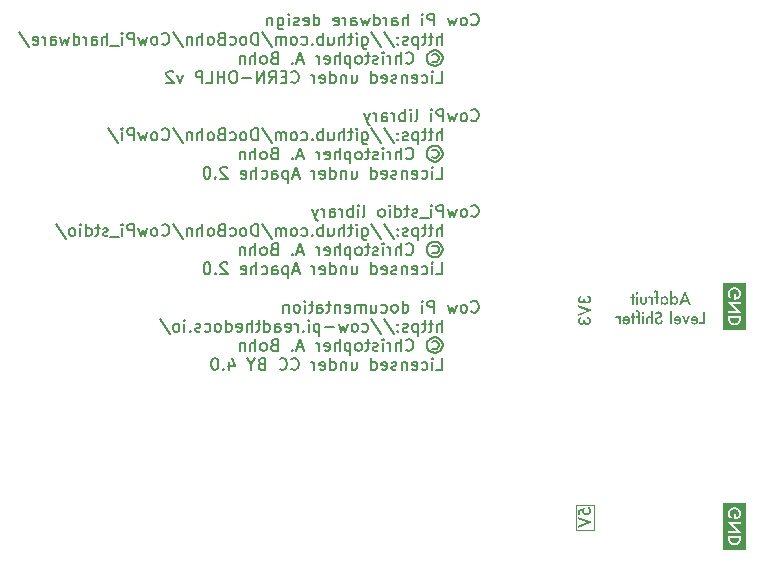
<source format=gbr>
%TF.GenerationSoftware,KiCad,Pcbnew,7.0.2-0*%
%TF.CreationDate,2023-09-07T14:23:57-05:00*%
%TF.ProjectId,CowPi-mk3c,436f7750-692d-46d6-9b33-632e6b696361,mk3c*%
%TF.SameCoordinates,Original*%
%TF.FileFunction,Legend,Bot*%
%TF.FilePolarity,Positive*%
%FSLAX46Y46*%
G04 Gerber Fmt 4.6, Leading zero omitted, Abs format (unit mm)*
G04 Created by KiCad (PCBNEW 7.0.2-0) date 2023-09-07 14:23:57*
%MOMM*%
%LPD*%
G01*
G04 APERTURE LIST*
%ADD10C,0.150000*%
%ADD11C,0.120000*%
G04 APERTURE END LIST*
D10*
G36*
X147727249Y-79475132D02*
G01*
X147555546Y-79475132D01*
X147438066Y-79217212D01*
X146986216Y-79217212D01*
X146875330Y-79475132D01*
X146701185Y-79475132D01*
X146885230Y-79060896D01*
X147051185Y-79060896D01*
X147371632Y-79060896D01*
X147207500Y-78700150D01*
X147051185Y-79060896D01*
X146885230Y-79060896D01*
X147204814Y-78341601D01*
X147727249Y-79475132D01*
G37*
G36*
X146118666Y-78875272D02*
G01*
X146130149Y-78863678D01*
X146141823Y-78852832D01*
X146153688Y-78842734D01*
X146165744Y-78833384D01*
X146177990Y-78824782D01*
X146190427Y-78816928D01*
X146203055Y-78809822D01*
X146215874Y-78803464D01*
X146228884Y-78797854D01*
X146242085Y-78792993D01*
X146255476Y-78788879D01*
X146269058Y-78785513D01*
X146282831Y-78782895D01*
X146296795Y-78781025D01*
X146310950Y-78779903D01*
X146325295Y-78779529D01*
X146341757Y-78779922D01*
X146357863Y-78781101D01*
X146373615Y-78783066D01*
X146389012Y-78785818D01*
X146404054Y-78789356D01*
X146418741Y-78793679D01*
X146433073Y-78798789D01*
X146447050Y-78804686D01*
X146460673Y-78811368D01*
X146473940Y-78818836D01*
X146486852Y-78827091D01*
X146499410Y-78836132D01*
X146511612Y-78845959D01*
X146523460Y-78856572D01*
X146534953Y-78867971D01*
X146546091Y-78880157D01*
X146556797Y-78892835D01*
X146566813Y-78905898D01*
X146576138Y-78919343D01*
X146584773Y-78933173D01*
X146592716Y-78947385D01*
X146599969Y-78961982D01*
X146606531Y-78976962D01*
X146612403Y-78992325D01*
X146617583Y-79008072D01*
X146622073Y-79024203D01*
X146625872Y-79040717D01*
X146628981Y-79057614D01*
X146631398Y-79074896D01*
X146633125Y-79092560D01*
X146634161Y-79110608D01*
X146634507Y-79129040D01*
X146634161Y-79147864D01*
X146633125Y-79166295D01*
X146631398Y-79184333D01*
X146628981Y-79201977D01*
X146625872Y-79219229D01*
X146622073Y-79236087D01*
X146617583Y-79252553D01*
X146612403Y-79268625D01*
X146606531Y-79284304D01*
X146599969Y-79299590D01*
X146592716Y-79314483D01*
X146584773Y-79328983D01*
X146576138Y-79343090D01*
X146566813Y-79356804D01*
X146556797Y-79370125D01*
X146546091Y-79383053D01*
X146534768Y-79395149D01*
X146523086Y-79406466D01*
X146511046Y-79417002D01*
X146498647Y-79426757D01*
X146485889Y-79435732D01*
X146472772Y-79443926D01*
X146459297Y-79451341D01*
X146445463Y-79457974D01*
X146431270Y-79463827D01*
X146416718Y-79468900D01*
X146401808Y-79473193D01*
X146386539Y-79476705D01*
X146370911Y-79479436D01*
X146354925Y-79481387D01*
X146338580Y-79482558D01*
X146321876Y-79482948D01*
X146307773Y-79482604D01*
X146293857Y-79481570D01*
X146280127Y-79479848D01*
X146266585Y-79477437D01*
X146253230Y-79474338D01*
X146240062Y-79470549D01*
X146227081Y-79466071D01*
X146214287Y-79460905D01*
X146201680Y-79455050D01*
X146189260Y-79448506D01*
X146177026Y-79441273D01*
X146164980Y-79433351D01*
X146153121Y-79424741D01*
X146141449Y-79415442D01*
X146129964Y-79405453D01*
X146118666Y-79394776D01*
X146118666Y-79467317D01*
X145961373Y-79467317D01*
X145961373Y-79131727D01*
X146109140Y-79131727D01*
X146109342Y-79143262D01*
X146109946Y-79154541D01*
X146110952Y-79165564D01*
X146112361Y-79176332D01*
X146114173Y-79186844D01*
X146116387Y-79197100D01*
X146119004Y-79207101D01*
X146122024Y-79216845D01*
X146125446Y-79226335D01*
X146129271Y-79235568D01*
X146133499Y-79244546D01*
X146138129Y-79253268D01*
X146143162Y-79261735D01*
X146148597Y-79269945D01*
X146154435Y-79277900D01*
X146160676Y-79285600D01*
X146167274Y-79292698D01*
X146177644Y-79302487D01*
X146188580Y-79311245D01*
X146200084Y-79318973D01*
X146212154Y-79325671D01*
X146224790Y-79331338D01*
X146237994Y-79335975D01*
X146251764Y-79339581D01*
X146266101Y-79342157D01*
X146275973Y-79343302D01*
X146286098Y-79343989D01*
X146296475Y-79344218D01*
X146310985Y-79343686D01*
X146325022Y-79342089D01*
X146338588Y-79339427D01*
X146351681Y-79335700D01*
X146364302Y-79330909D01*
X146376451Y-79325053D01*
X146388127Y-79318132D01*
X146399331Y-79310146D01*
X146410063Y-79301096D01*
X146420323Y-79290981D01*
X146426900Y-79283646D01*
X146435892Y-79272113D01*
X146443999Y-79259952D01*
X146448913Y-79251497D01*
X146453433Y-79242764D01*
X146457560Y-79233752D01*
X146461295Y-79224461D01*
X146464636Y-79214892D01*
X146467584Y-79205044D01*
X146470139Y-79194917D01*
X146472301Y-79184512D01*
X146474070Y-79173828D01*
X146475445Y-79162866D01*
X146476428Y-79151625D01*
X146477018Y-79140106D01*
X146477214Y-79128307D01*
X146477164Y-79122749D01*
X146476759Y-79111800D01*
X146475950Y-79101076D01*
X146474737Y-79090577D01*
X146473118Y-79080304D01*
X146471096Y-79070255D01*
X146468669Y-79060432D01*
X146465837Y-79050834D01*
X146462601Y-79041461D01*
X146458960Y-79032314D01*
X146454915Y-79023391D01*
X146448088Y-79010430D01*
X146443032Y-79002070D01*
X146437571Y-78993936D01*
X146431705Y-78986026D01*
X146425435Y-78978342D01*
X146418800Y-78971067D01*
X146408469Y-78961033D01*
X146397683Y-78952056D01*
X146386441Y-78944134D01*
X146374745Y-78937269D01*
X146362593Y-78931461D01*
X146349987Y-78926708D01*
X146336925Y-78923011D01*
X146323408Y-78920371D01*
X146309436Y-78918787D01*
X146295009Y-78918259D01*
X146289880Y-78918317D01*
X146279801Y-78918780D01*
X146269962Y-78919708D01*
X146255655Y-78921968D01*
X146241890Y-78925272D01*
X146228665Y-78929619D01*
X146215981Y-78935009D01*
X146203838Y-78941443D01*
X146192236Y-78948919D01*
X146181175Y-78957440D01*
X146170655Y-78967003D01*
X146160676Y-78977610D01*
X146154435Y-78985310D01*
X146148597Y-78993268D01*
X146143162Y-79001483D01*
X146138129Y-79009957D01*
X146133499Y-79018687D01*
X146129271Y-79027676D01*
X146125446Y-79036921D01*
X146122024Y-79046425D01*
X146119004Y-79056186D01*
X146116387Y-79066205D01*
X146114173Y-79076481D01*
X146112361Y-79087015D01*
X146110952Y-79097807D01*
X146109946Y-79108856D01*
X146109342Y-79120163D01*
X146109140Y-79131727D01*
X145961373Y-79131727D01*
X145961373Y-78310582D01*
X146118666Y-78310582D01*
X146118666Y-78875272D01*
G37*
G36*
X145498542Y-78779919D02*
G01*
X145514810Y-78781090D01*
X145530728Y-78783041D01*
X145546298Y-78785772D01*
X145561518Y-78789284D01*
X145576389Y-78793576D01*
X145590911Y-78798649D01*
X145605084Y-78804502D01*
X145618908Y-78811136D01*
X145632382Y-78818550D01*
X145645507Y-78826745D01*
X145658283Y-78835720D01*
X145670710Y-78845475D01*
X145682788Y-78856011D01*
X145694516Y-78867327D01*
X145705895Y-78879424D01*
X145716720Y-78892106D01*
X145726847Y-78905176D01*
X145736275Y-78918636D01*
X145745005Y-78932486D01*
X145753036Y-78946724D01*
X145760369Y-78961352D01*
X145767004Y-78976369D01*
X145772940Y-78991776D01*
X145778178Y-79007571D01*
X145782717Y-79023756D01*
X145786558Y-79040330D01*
X145789701Y-79057294D01*
X145792146Y-79074647D01*
X145793891Y-79092388D01*
X145794939Y-79110520D01*
X145795288Y-79129040D01*
X145794939Y-79147864D01*
X145793891Y-79166295D01*
X145792146Y-79184333D01*
X145789701Y-79201977D01*
X145786558Y-79219229D01*
X145782717Y-79236087D01*
X145778178Y-79252553D01*
X145772940Y-79268625D01*
X145767004Y-79284304D01*
X145760369Y-79299590D01*
X145753036Y-79314483D01*
X145745005Y-79328983D01*
X145736275Y-79343090D01*
X145726847Y-79356804D01*
X145716720Y-79370125D01*
X145705895Y-79383053D01*
X145694414Y-79395149D01*
X145682563Y-79406466D01*
X145670341Y-79417002D01*
X145657749Y-79426757D01*
X145644787Y-79435732D01*
X145631455Y-79443926D01*
X145617752Y-79451341D01*
X145603680Y-79457974D01*
X145589237Y-79463827D01*
X145574424Y-79468900D01*
X145559241Y-79473193D01*
X145543688Y-79476705D01*
X145527764Y-79479436D01*
X145511470Y-79481387D01*
X145494807Y-79482558D01*
X145477773Y-79482948D01*
X145464151Y-79482604D01*
X145450642Y-79481570D01*
X145437246Y-79479848D01*
X145423963Y-79477437D01*
X145410792Y-79474338D01*
X145397733Y-79470549D01*
X145384788Y-79466071D01*
X145371954Y-79460905D01*
X145359234Y-79455050D01*
X145346626Y-79448506D01*
X145334130Y-79441273D01*
X145321747Y-79433351D01*
X145309477Y-79424741D01*
X145297319Y-79415442D01*
X145285274Y-79405453D01*
X145273341Y-79394776D01*
X145273341Y-79467317D01*
X145123132Y-79467317D01*
X145123132Y-79131727D01*
X145263816Y-79131727D01*
X145264021Y-79143262D01*
X145264636Y-79154541D01*
X145265662Y-79165564D01*
X145267098Y-79176332D01*
X145268944Y-79186844D01*
X145271200Y-79197100D01*
X145273867Y-79207101D01*
X145276944Y-79216845D01*
X145280431Y-79226335D01*
X145284328Y-79235568D01*
X145288636Y-79244546D01*
X145293354Y-79253268D01*
X145298482Y-79261735D01*
X145304020Y-79269945D01*
X145309969Y-79277900D01*
X145316328Y-79285600D01*
X145326464Y-79296076D01*
X145337179Y-79305521D01*
X145348474Y-79313936D01*
X145360349Y-79321320D01*
X145372803Y-79327674D01*
X145385837Y-79332998D01*
X145399450Y-79337292D01*
X145413644Y-79340554D01*
X145423428Y-79342157D01*
X145433469Y-79343302D01*
X145443768Y-79343989D01*
X145454325Y-79344218D01*
X145459290Y-79344159D01*
X145469060Y-79343686D01*
X145483314Y-79342089D01*
X145497087Y-79339427D01*
X145510379Y-79335700D01*
X145523190Y-79330909D01*
X145535521Y-79325053D01*
X145547370Y-79318132D01*
X145558739Y-79310146D01*
X145569627Y-79301096D01*
X145580034Y-79290981D01*
X145586705Y-79283646D01*
X145592916Y-79276027D01*
X145598726Y-79268129D01*
X145604136Y-79259952D01*
X145609145Y-79251497D01*
X145613753Y-79242764D01*
X145617960Y-79233752D01*
X145621767Y-79224461D01*
X145625173Y-79214892D01*
X145628178Y-79205044D01*
X145630783Y-79194917D01*
X145632987Y-79184512D01*
X145634790Y-79173828D01*
X145636193Y-79162866D01*
X145637194Y-79151625D01*
X145637795Y-79140106D01*
X145637996Y-79128307D01*
X145637790Y-79117246D01*
X145637172Y-79106410D01*
X145636141Y-79095798D01*
X145634699Y-79085412D01*
X145632844Y-79075251D01*
X145630577Y-79065316D01*
X145627898Y-79055605D01*
X145624807Y-79046120D01*
X145621303Y-79036859D01*
X145617388Y-79027824D01*
X145613060Y-79019014D01*
X145608320Y-79010430D01*
X145603168Y-79002070D01*
X145597604Y-78993936D01*
X145591628Y-78986026D01*
X145585239Y-78978342D01*
X145581901Y-78974646D01*
X145575070Y-78967605D01*
X145564437Y-78957923D01*
X145553340Y-78949298D01*
X145541779Y-78941729D01*
X145529755Y-78935216D01*
X145517267Y-78929759D01*
X145504316Y-78925358D01*
X145490901Y-78922014D01*
X145477022Y-78919725D01*
X145462679Y-78918493D01*
X145452860Y-78918259D01*
X145442480Y-78918490D01*
X145432347Y-78919186D01*
X145422460Y-78920345D01*
X145408091Y-78922953D01*
X145394276Y-78926605D01*
X145381014Y-78931300D01*
X145368307Y-78937038D01*
X145356153Y-78943819D01*
X145344553Y-78951644D01*
X145333507Y-78960511D01*
X145323015Y-78970423D01*
X145316328Y-78977610D01*
X145309969Y-78985310D01*
X145304020Y-78993268D01*
X145298482Y-79001483D01*
X145293354Y-79009957D01*
X145288636Y-79018687D01*
X145284328Y-79027676D01*
X145280431Y-79036921D01*
X145276944Y-79046425D01*
X145273867Y-79056186D01*
X145271200Y-79066205D01*
X145268944Y-79076481D01*
X145267098Y-79087015D01*
X145265662Y-79097807D01*
X145264636Y-79108856D01*
X145264021Y-79120163D01*
X145263816Y-79131727D01*
X145123132Y-79131727D01*
X145123132Y-78795160D01*
X145273341Y-78795160D01*
X145273341Y-78874295D01*
X145284975Y-78862819D01*
X145296796Y-78852084D01*
X145308804Y-78842089D01*
X145320999Y-78832835D01*
X145333381Y-78824320D01*
X145345950Y-78816547D01*
X145358706Y-78809513D01*
X145371649Y-78803220D01*
X145384779Y-78797667D01*
X145398096Y-78792855D01*
X145411600Y-78788783D01*
X145425291Y-78785452D01*
X145439169Y-78782860D01*
X145453234Y-78781009D01*
X145467486Y-78779899D01*
X145481925Y-78779529D01*
X145498542Y-78779919D01*
G37*
G36*
X144768491Y-78935844D02*
G01*
X144768491Y-79459501D01*
X144925784Y-79459501D01*
X144925784Y-78935844D01*
X144971701Y-78935844D01*
X144971701Y-78797114D01*
X144925784Y-78797114D01*
X144925784Y-78534797D01*
X144925609Y-78519033D01*
X144925085Y-78503859D01*
X144924212Y-78489274D01*
X144922990Y-78475278D01*
X144921419Y-78461873D01*
X144919498Y-78449057D01*
X144917229Y-78436830D01*
X144914610Y-78425193D01*
X144911641Y-78414146D01*
X144908324Y-78403689D01*
X144904658Y-78393821D01*
X144900642Y-78384542D01*
X144893964Y-78371730D01*
X144886500Y-78360245D01*
X144881087Y-78353325D01*
X144873175Y-78344363D01*
X144864826Y-78335980D01*
X144856040Y-78328175D01*
X144846817Y-78320947D01*
X144837157Y-78314298D01*
X144827060Y-78308228D01*
X144816526Y-78302735D01*
X144805555Y-78297821D01*
X144794147Y-78293484D01*
X144782302Y-78289726D01*
X144770021Y-78286546D01*
X144757302Y-78283945D01*
X144744146Y-78281921D01*
X144730554Y-78280476D01*
X144716524Y-78279608D01*
X144702057Y-78279319D01*
X144691219Y-78279716D01*
X144679709Y-78280907D01*
X144667527Y-78282891D01*
X144657950Y-78284901D01*
X144647996Y-78287356D01*
X144637663Y-78290259D01*
X144626953Y-78293607D01*
X144615864Y-78297403D01*
X144604398Y-78301645D01*
X144596544Y-78304721D01*
X144596544Y-78469340D01*
X144612664Y-78461036D01*
X144622079Y-78456496D01*
X144631180Y-78452404D01*
X144642827Y-78447641D01*
X144653918Y-78443672D01*
X144664451Y-78440497D01*
X144674426Y-78438115D01*
X144686113Y-78436255D01*
X144696928Y-78435635D01*
X144707060Y-78436096D01*
X144718513Y-78437972D01*
X144728618Y-78441291D01*
X144737375Y-78446053D01*
X144746105Y-78453673D01*
X144751897Y-78461609D01*
X144753837Y-78465188D01*
X144758059Y-78475500D01*
X144760921Y-78485631D01*
X144763325Y-78497433D01*
X144764828Y-78507381D01*
X144766073Y-78518270D01*
X144767060Y-78530098D01*
X144767790Y-78542868D01*
X144768262Y-78556577D01*
X144768477Y-78571226D01*
X144768491Y-78576319D01*
X144768491Y-78797114D01*
X144596544Y-78797114D01*
X144596544Y-78935844D01*
X144768491Y-78935844D01*
G37*
G36*
X144509594Y-78795160D02*
G01*
X144352301Y-78795160D01*
X144352301Y-78859152D01*
X144344419Y-78850887D01*
X144336708Y-78843129D01*
X144329169Y-78835878D01*
X144321802Y-78829133D01*
X144312246Y-78820928D01*
X144302995Y-78813623D01*
X144294050Y-78807220D01*
X144285409Y-78801717D01*
X144277075Y-78797114D01*
X144266314Y-78792048D01*
X144254945Y-78787841D01*
X144245412Y-78785093D01*
X144235489Y-78782895D01*
X144225178Y-78781246D01*
X144214477Y-78780147D01*
X144203387Y-78779597D01*
X144197696Y-78779529D01*
X144186245Y-78779866D01*
X144174701Y-78780877D01*
X144163061Y-78782562D01*
X144151328Y-78784921D01*
X144139500Y-78787954D01*
X144127577Y-78791662D01*
X144115560Y-78796043D01*
X144103449Y-78801098D01*
X144091243Y-78806828D01*
X144078942Y-78813231D01*
X144070689Y-78817875D01*
X144141031Y-78967107D01*
X144149212Y-78961520D01*
X144160065Y-78954926D01*
X144170858Y-78949308D01*
X144181589Y-78944667D01*
X144192259Y-78941004D01*
X144202869Y-78938317D01*
X144213417Y-78936607D01*
X144223904Y-78935875D01*
X144226516Y-78935844D01*
X144241748Y-78936582D01*
X144255997Y-78938794D01*
X144269264Y-78942482D01*
X144281547Y-78947644D01*
X144292848Y-78954282D01*
X144303167Y-78962394D01*
X144312502Y-78971982D01*
X144320855Y-78983044D01*
X144328225Y-78995581D01*
X144334613Y-79009594D01*
X144340018Y-79025081D01*
X144344440Y-79042044D01*
X144347879Y-79060481D01*
X144349231Y-79070253D01*
X144350336Y-79080394D01*
X144351196Y-79090903D01*
X144351810Y-79101781D01*
X144352179Y-79113028D01*
X144352301Y-79124644D01*
X144352301Y-79467317D01*
X144509594Y-79467317D01*
X144509594Y-78795160D01*
G37*
G36*
X143808128Y-78795160D02*
G01*
X143808128Y-79178621D01*
X143808007Y-79188810D01*
X143807644Y-79198674D01*
X143806190Y-79217433D01*
X143803766Y-79234898D01*
X143800374Y-79251070D01*
X143796012Y-79265948D01*
X143790680Y-79279532D01*
X143784380Y-79291822D01*
X143777110Y-79302819D01*
X143768870Y-79312522D01*
X143759661Y-79320931D01*
X143749483Y-79328047D01*
X143738336Y-79333868D01*
X143726219Y-79338396D01*
X143713133Y-79341631D01*
X143699078Y-79343571D01*
X143684053Y-79344218D01*
X143669028Y-79343571D01*
X143654973Y-79341631D01*
X143641887Y-79338396D01*
X143629770Y-79333868D01*
X143618623Y-79328047D01*
X143608445Y-79320931D01*
X143599236Y-79312522D01*
X143590997Y-79302819D01*
X143583726Y-79291822D01*
X143577426Y-79279532D01*
X143572094Y-79265948D01*
X143567732Y-79251070D01*
X143564340Y-79234898D01*
X143561916Y-79217433D01*
X143560462Y-79198674D01*
X143560099Y-79188810D01*
X143559978Y-79178621D01*
X143559978Y-78795160D01*
X143402685Y-78795160D01*
X143402685Y-79182285D01*
X143402762Y-79192244D01*
X143402991Y-79202031D01*
X143403620Y-79216389D01*
X143404593Y-79230361D01*
X143405910Y-79243946D01*
X143407570Y-79257146D01*
X143409574Y-79269958D01*
X143411921Y-79282385D01*
X143414611Y-79294425D01*
X143417645Y-79306078D01*
X143421023Y-79317345D01*
X143422225Y-79321015D01*
X143425998Y-79330679D01*
X143430265Y-79340163D01*
X143435025Y-79349467D01*
X143440280Y-79358590D01*
X143446028Y-79367533D01*
X143452269Y-79376296D01*
X143459005Y-79384878D01*
X143466234Y-79393280D01*
X143473957Y-79401502D01*
X143482174Y-79409544D01*
X143487926Y-79414804D01*
X143497736Y-79423056D01*
X143507870Y-79430775D01*
X143518329Y-79437963D01*
X143529112Y-79444617D01*
X143540219Y-79450739D01*
X143551651Y-79456329D01*
X143563407Y-79461387D01*
X143575487Y-79465912D01*
X143587892Y-79469905D01*
X143600621Y-79473365D01*
X143613675Y-79476293D01*
X143627053Y-79478689D01*
X143640755Y-79480552D01*
X143654782Y-79481883D01*
X143669133Y-79482682D01*
X143683809Y-79482948D01*
X143698455Y-79482682D01*
X143712778Y-79481883D01*
X143726779Y-79480552D01*
X143740458Y-79478689D01*
X143753814Y-79476293D01*
X143766848Y-79473365D01*
X143779559Y-79469905D01*
X143791947Y-79465912D01*
X143804014Y-79461387D01*
X143815757Y-79456329D01*
X143827178Y-79450739D01*
X143838277Y-79444617D01*
X143849053Y-79437963D01*
X143859507Y-79430775D01*
X143869639Y-79423056D01*
X143879447Y-79414804D01*
X143888087Y-79406883D01*
X143896237Y-79398782D01*
X143903898Y-79390500D01*
X143911069Y-79382038D01*
X143917751Y-79373395D01*
X143923943Y-79364572D01*
X143929646Y-79355569D01*
X143934860Y-79346386D01*
X143939584Y-79337022D01*
X143943819Y-79327478D01*
X143946370Y-79321015D01*
X143950835Y-79308643D01*
X143953793Y-79298432D01*
X143956416Y-79287422D01*
X143958705Y-79275614D01*
X143960658Y-79263007D01*
X143962277Y-79249602D01*
X143963560Y-79235398D01*
X143964230Y-79225486D01*
X143964751Y-79215218D01*
X143965123Y-79204595D01*
X143965346Y-79193618D01*
X143965421Y-79182285D01*
X143965421Y-78795160D01*
X143808128Y-78795160D01*
G37*
G36*
X143046091Y-78795160D02*
G01*
X143046091Y-79467317D01*
X143203383Y-79467317D01*
X143203383Y-78795160D01*
X143046091Y-78795160D01*
G37*
G36*
X143219015Y-78520631D02*
G01*
X143218549Y-78510549D01*
X143217152Y-78500817D01*
X143214097Y-78489146D01*
X143209587Y-78478024D01*
X143203621Y-78467451D01*
X143197801Y-78459387D01*
X143191050Y-78451674D01*
X143189217Y-78449801D01*
X143181527Y-78442817D01*
X143173479Y-78436764D01*
X143165071Y-78431643D01*
X143154058Y-78426551D01*
X143142484Y-78422913D01*
X143132821Y-78421051D01*
X143122799Y-78420120D01*
X143117654Y-78420003D01*
X143107285Y-78420469D01*
X143097305Y-78421866D01*
X143087715Y-78424193D01*
X143076275Y-78428413D01*
X143067560Y-78432836D01*
X143059235Y-78438190D01*
X143051299Y-78444476D01*
X143045602Y-78449801D01*
X143038618Y-78457277D01*
X143032566Y-78465173D01*
X143026309Y-78475633D01*
X143021508Y-78486749D01*
X143018715Y-78496114D01*
X143016852Y-78505899D01*
X143015921Y-78516104D01*
X143015805Y-78521364D01*
X143016270Y-78531786D01*
X143017667Y-78541804D01*
X143019995Y-78551417D01*
X143024214Y-78562865D01*
X143029889Y-78573681D01*
X143035476Y-78581878D01*
X143041994Y-78589671D01*
X143045602Y-78593416D01*
X143053075Y-78600399D01*
X143060959Y-78606452D01*
X143071394Y-78612708D01*
X143082473Y-78617510D01*
X143094197Y-78620856D01*
X143104039Y-78622486D01*
X143114293Y-78623184D01*
X143116921Y-78623213D01*
X143127294Y-78622751D01*
X143137285Y-78621366D01*
X143146894Y-78619057D01*
X143156122Y-78615825D01*
X143164968Y-78611669D01*
X143173433Y-78606589D01*
X143181516Y-78600586D01*
X143189217Y-78593660D01*
X143196201Y-78586001D01*
X143202254Y-78577921D01*
X143207375Y-78569423D01*
X143211565Y-78560504D01*
X143214824Y-78551165D01*
X143217152Y-78541407D01*
X143218549Y-78531229D01*
X143219015Y-78520631D01*
G37*
G36*
X142698289Y-78935844D02*
G01*
X142698289Y-79467317D01*
X142855581Y-79467317D01*
X142855581Y-78935844D01*
X142918107Y-78935844D01*
X142918107Y-78797114D01*
X142855581Y-78797114D01*
X142855581Y-78545056D01*
X142698289Y-78545056D01*
X142698289Y-78797114D01*
X142574214Y-78797114D01*
X142574214Y-78935844D01*
X142698289Y-78935844D01*
G37*
G36*
X148713502Y-80084372D02*
G01*
X148713502Y-80991001D01*
X148401848Y-80991001D01*
X148401848Y-81147317D01*
X148870794Y-81147317D01*
X148870794Y-80084372D01*
X148713502Y-80084372D01*
G37*
G36*
X148008576Y-80459906D02*
G01*
X148026160Y-80461036D01*
X148043297Y-80462920D01*
X148059984Y-80465558D01*
X148076224Y-80468950D01*
X148092014Y-80473096D01*
X148107357Y-80477995D01*
X148122251Y-80483648D01*
X148136697Y-80490054D01*
X148150694Y-80497215D01*
X148164243Y-80505129D01*
X148177343Y-80513796D01*
X148189995Y-80523218D01*
X148202198Y-80533393D01*
X148213954Y-80544322D01*
X148225260Y-80556005D01*
X148230655Y-80562170D01*
X148240930Y-80574853D01*
X148250521Y-80588008D01*
X148259426Y-80601634D01*
X148267646Y-80615731D01*
X148275182Y-80630300D01*
X148282032Y-80645340D01*
X148288197Y-80660851D01*
X148293677Y-80676834D01*
X148298472Y-80693288D01*
X148302582Y-80710213D01*
X148306008Y-80727610D01*
X148308748Y-80745478D01*
X148310803Y-80763817D01*
X148312173Y-80782627D01*
X148312858Y-80801909D01*
X148312943Y-80811727D01*
X148312590Y-80831358D01*
X148311528Y-80850500D01*
X148309758Y-80869154D01*
X148307280Y-80887320D01*
X148304094Y-80904997D01*
X148300201Y-80922186D01*
X148295599Y-80938886D01*
X148290290Y-80955097D01*
X148284273Y-80970821D01*
X148277547Y-80986055D01*
X148270114Y-81000801D01*
X148261973Y-81015059D01*
X148253124Y-81028828D01*
X148243567Y-81042109D01*
X148233302Y-81054901D01*
X148222329Y-81067205D01*
X148210742Y-81078799D01*
X148198695Y-81089645D01*
X148186188Y-81099743D01*
X148173221Y-81109092D01*
X148159795Y-81117694D01*
X148145908Y-81125548D01*
X148131562Y-81132654D01*
X148116755Y-81139012D01*
X148101489Y-81144622D01*
X148085763Y-81149484D01*
X148069577Y-81153598D01*
X148052932Y-81156964D01*
X148035826Y-81159582D01*
X148018261Y-81161452D01*
X148000235Y-81162574D01*
X147981750Y-81162948D01*
X147968863Y-81162776D01*
X147956212Y-81162261D01*
X147943797Y-81161402D01*
X147931619Y-81160200D01*
X147919678Y-81158655D01*
X147907974Y-81156766D01*
X147896506Y-81154533D01*
X147885274Y-81151957D01*
X147874196Y-81149015D01*
X147863308Y-81145683D01*
X147852611Y-81141962D01*
X147842104Y-81137852D01*
X147831789Y-81133353D01*
X147821664Y-81128464D01*
X147811730Y-81123186D01*
X147801987Y-81117519D01*
X147792420Y-81111398D01*
X147783013Y-81104879D01*
X147773766Y-81097964D01*
X147764679Y-81090652D01*
X147755753Y-81082943D01*
X147746987Y-81074837D01*
X147738381Y-81066335D01*
X147729936Y-81057435D01*
X147721563Y-81048047D01*
X147713297Y-81038201D01*
X147707167Y-81030516D01*
X147701098Y-81022573D01*
X147695089Y-81014373D01*
X147689140Y-81005915D01*
X147683251Y-80997200D01*
X147677422Y-80988227D01*
X147671653Y-80978996D01*
X147665944Y-80969508D01*
X147796370Y-80898922D01*
X147802253Y-80907722D01*
X147808055Y-80916171D01*
X147813778Y-80924269D01*
X147822211Y-80935758D01*
X147830465Y-80946457D01*
X147838538Y-80956366D01*
X147846430Y-80965485D01*
X147854142Y-80973814D01*
X147861674Y-80981353D01*
X147871436Y-80990177D01*
X147880878Y-80997596D01*
X147888109Y-81002353D01*
X147898304Y-81007969D01*
X147909133Y-81012753D01*
X147920595Y-81016705D01*
X147932691Y-81019824D01*
X147945420Y-81022112D01*
X147955382Y-81023282D01*
X147965701Y-81023984D01*
X147976377Y-81024218D01*
X147985524Y-81024036D01*
X147998854Y-81023079D01*
X148011716Y-81021302D01*
X148024110Y-81018706D01*
X148036036Y-81015289D01*
X148047494Y-81011052D01*
X148058484Y-81005995D01*
X148069007Y-81000118D01*
X148079061Y-80993422D01*
X148088647Y-80985905D01*
X148097766Y-80977568D01*
X148106289Y-80968439D01*
X148114092Y-80958731D01*
X148121173Y-80948444D01*
X148127533Y-80937577D01*
X148133171Y-80926130D01*
X148138089Y-80914104D01*
X148142285Y-80901498D01*
X148145759Y-80888312D01*
X148148513Y-80874547D01*
X148150545Y-80860202D01*
X148151499Y-80850317D01*
X147672050Y-80850317D01*
X147672050Y-80813925D01*
X147672133Y-80803601D01*
X147672382Y-80793418D01*
X147672797Y-80783378D01*
X147673378Y-80773480D01*
X147675038Y-80754110D01*
X147677363Y-80735309D01*
X147679009Y-80725265D01*
X147830808Y-80725265D01*
X148141241Y-80725265D01*
X148140268Y-80721595D01*
X148137028Y-80710885D01*
X148133307Y-80700621D01*
X148129105Y-80690804D01*
X148124422Y-80681433D01*
X148119259Y-80672508D01*
X148118338Y-80671050D01*
X148112590Y-80662589D01*
X148106465Y-80654626D01*
X148099962Y-80647162D01*
X148093082Y-80640195D01*
X148084576Y-80632697D01*
X148078134Y-80627697D01*
X148068754Y-80621340D01*
X148058953Y-80615730D01*
X148048732Y-80610868D01*
X148039636Y-80607296D01*
X148036538Y-80606201D01*
X148027073Y-80603342D01*
X148017350Y-80601118D01*
X148007369Y-80599529D01*
X147997131Y-80598576D01*
X147986635Y-80598259D01*
X147971544Y-80598755D01*
X147957166Y-80600243D01*
X147943501Y-80602724D01*
X147930551Y-80606196D01*
X147918314Y-80610662D01*
X147906791Y-80616119D01*
X147895981Y-80622568D01*
X147885885Y-80630010D01*
X147876503Y-80638444D01*
X147867834Y-80647870D01*
X147859879Y-80658289D01*
X147852637Y-80669700D01*
X147846110Y-80682103D01*
X147840295Y-80695498D01*
X147835195Y-80709885D01*
X147830808Y-80725265D01*
X147679009Y-80725265D01*
X147680351Y-80717077D01*
X147684003Y-80699413D01*
X147688319Y-80682318D01*
X147693299Y-80665792D01*
X147698944Y-80649834D01*
X147705252Y-80634445D01*
X147712224Y-80619624D01*
X147719861Y-80605372D01*
X147728161Y-80591689D01*
X147737126Y-80578574D01*
X147746754Y-80566028D01*
X147757047Y-80554051D01*
X147768034Y-80542605D01*
X147779502Y-80531897D01*
X147791451Y-80521928D01*
X147803880Y-80512697D01*
X147816791Y-80504205D01*
X147830182Y-80496451D01*
X147844054Y-80489436D01*
X147858408Y-80483159D01*
X147873241Y-80477621D01*
X147888556Y-80472821D01*
X147904352Y-80468759D01*
X147920628Y-80465436D01*
X147937386Y-80462852D01*
X147954624Y-80461006D01*
X147972343Y-80459898D01*
X147990543Y-80459529D01*
X148008576Y-80459906D01*
G37*
G36*
X147445393Y-80475160D02*
G01*
X147273202Y-80851050D01*
X147101499Y-80475160D01*
X146928575Y-80475160D01*
X147274423Y-81190303D01*
X147617584Y-80475160D01*
X147445393Y-80475160D01*
G37*
G36*
X146579267Y-80459906D02*
G01*
X146596851Y-80461036D01*
X146613987Y-80462920D01*
X146630675Y-80465558D01*
X146646914Y-80468950D01*
X146662705Y-80473096D01*
X146678048Y-80477995D01*
X146692942Y-80483648D01*
X146707387Y-80490054D01*
X146721385Y-80497215D01*
X146734933Y-80505129D01*
X146748034Y-80513796D01*
X146760686Y-80523218D01*
X146772889Y-80533393D01*
X146784644Y-80544322D01*
X146795951Y-80556005D01*
X146801346Y-80562170D01*
X146811621Y-80574853D01*
X146821211Y-80588008D01*
X146830117Y-80601634D01*
X146838337Y-80615731D01*
X146845872Y-80630300D01*
X146852723Y-80645340D01*
X146858888Y-80660851D01*
X146864368Y-80676834D01*
X146869163Y-80693288D01*
X146873273Y-80710213D01*
X146876698Y-80727610D01*
X146879439Y-80745478D01*
X146881494Y-80763817D01*
X146882864Y-80782627D01*
X146883549Y-80801909D01*
X146883634Y-80811727D01*
X146883280Y-80831358D01*
X146882219Y-80850500D01*
X146880449Y-80869154D01*
X146877971Y-80887320D01*
X146874785Y-80904997D01*
X146870892Y-80922186D01*
X146866290Y-80938886D01*
X146860981Y-80955097D01*
X146854963Y-80970821D01*
X146848238Y-80986055D01*
X146840805Y-81000801D01*
X146832664Y-81015059D01*
X146823815Y-81028828D01*
X146814258Y-81042109D01*
X146803993Y-81054901D01*
X146793020Y-81067205D01*
X146781433Y-81078799D01*
X146769386Y-81089645D01*
X146756879Y-81099743D01*
X146743912Y-81109092D01*
X146730486Y-81117694D01*
X146716599Y-81125548D01*
X146702253Y-81132654D01*
X146687446Y-81139012D01*
X146672180Y-81144622D01*
X146656454Y-81149484D01*
X146640268Y-81153598D01*
X146623623Y-81156964D01*
X146606517Y-81159582D01*
X146588952Y-81161452D01*
X146570926Y-81162574D01*
X146552441Y-81162948D01*
X146539553Y-81162776D01*
X146526902Y-81162261D01*
X146514488Y-81161402D01*
X146502310Y-81160200D01*
X146490369Y-81158655D01*
X146478664Y-81156766D01*
X146467196Y-81154533D01*
X146455965Y-81151957D01*
X146444886Y-81149015D01*
X146433999Y-81145683D01*
X146423301Y-81141962D01*
X146412795Y-81137852D01*
X146402480Y-81133353D01*
X146392355Y-81128464D01*
X146382421Y-81123186D01*
X146372678Y-81117519D01*
X146363111Y-81111398D01*
X146353704Y-81104879D01*
X146344457Y-81097964D01*
X146335370Y-81090652D01*
X146326444Y-81082943D01*
X146317678Y-81074837D01*
X146309072Y-81066335D01*
X146300627Y-81057435D01*
X146292254Y-81048047D01*
X146283988Y-81038201D01*
X146277858Y-81030516D01*
X146271789Y-81022573D01*
X146265780Y-81014373D01*
X146259830Y-81005915D01*
X146253941Y-80997200D01*
X146248113Y-80988227D01*
X146242344Y-80978996D01*
X146236635Y-80969508D01*
X146367061Y-80898922D01*
X146372944Y-80907722D01*
X146378746Y-80916171D01*
X146384469Y-80924269D01*
X146392902Y-80935758D01*
X146401156Y-80946457D01*
X146409228Y-80956366D01*
X146417121Y-80965485D01*
X146424833Y-80973814D01*
X146432365Y-80981353D01*
X146442127Y-80990177D01*
X146451569Y-80997596D01*
X146458799Y-81002353D01*
X146468995Y-81007969D01*
X146479823Y-81012753D01*
X146491286Y-81016705D01*
X146503381Y-81019824D01*
X146516111Y-81022112D01*
X146526073Y-81023282D01*
X146536392Y-81023984D01*
X146547068Y-81024218D01*
X146556214Y-81024036D01*
X146569544Y-81023079D01*
X146582407Y-81021302D01*
X146594801Y-81018706D01*
X146606727Y-81015289D01*
X146618185Y-81011052D01*
X146629175Y-81005995D01*
X146639698Y-81000118D01*
X146649752Y-80993422D01*
X146659338Y-80985905D01*
X146668456Y-80977568D01*
X146676980Y-80968439D01*
X146684783Y-80958731D01*
X146691864Y-80948444D01*
X146698224Y-80937577D01*
X146703862Y-80926130D01*
X146708779Y-80914104D01*
X146712975Y-80901498D01*
X146716450Y-80888312D01*
X146719204Y-80874547D01*
X146721236Y-80860202D01*
X146722190Y-80850317D01*
X146242741Y-80850317D01*
X146242741Y-80813925D01*
X146242824Y-80803601D01*
X146243073Y-80793418D01*
X146243488Y-80783378D01*
X146244069Y-80773480D01*
X146245729Y-80754110D01*
X146248053Y-80735309D01*
X146249700Y-80725265D01*
X146401499Y-80725265D01*
X146711932Y-80725265D01*
X146710958Y-80721595D01*
X146707718Y-80710885D01*
X146703998Y-80700621D01*
X146699796Y-80690804D01*
X146695113Y-80681433D01*
X146689950Y-80672508D01*
X146689029Y-80671050D01*
X146683281Y-80662589D01*
X146677156Y-80654626D01*
X146670653Y-80647162D01*
X146663772Y-80640195D01*
X146655267Y-80632697D01*
X146648825Y-80627697D01*
X146639445Y-80621340D01*
X146629644Y-80615730D01*
X146619423Y-80610868D01*
X146610327Y-80607296D01*
X146607229Y-80606201D01*
X146597763Y-80603342D01*
X146588040Y-80601118D01*
X146578060Y-80599529D01*
X146567822Y-80598576D01*
X146557326Y-80598259D01*
X146542234Y-80598755D01*
X146527856Y-80600243D01*
X146514192Y-80602724D01*
X146501242Y-80606196D01*
X146489005Y-80610662D01*
X146477481Y-80616119D01*
X146466672Y-80622568D01*
X146456576Y-80630010D01*
X146447193Y-80638444D01*
X146438525Y-80647870D01*
X146430570Y-80658289D01*
X146423328Y-80669700D01*
X146416800Y-80682103D01*
X146410986Y-80695498D01*
X146405886Y-80709885D01*
X146401499Y-80725265D01*
X146249700Y-80725265D01*
X146251042Y-80717077D01*
X146254694Y-80699413D01*
X146259010Y-80682318D01*
X146263990Y-80665792D01*
X146269635Y-80649834D01*
X146275943Y-80634445D01*
X146282915Y-80619624D01*
X146290552Y-80605372D01*
X146298852Y-80591689D01*
X146307817Y-80578574D01*
X146317445Y-80566028D01*
X146327738Y-80554051D01*
X146338725Y-80542605D01*
X146350193Y-80531897D01*
X146362142Y-80521928D01*
X146374571Y-80512697D01*
X146387482Y-80504205D01*
X146400873Y-80496451D01*
X146414745Y-80489436D01*
X146429098Y-80483159D01*
X146443932Y-80477621D01*
X146459247Y-80472821D01*
X146475043Y-80468759D01*
X146491319Y-80465436D01*
X146508077Y-80462852D01*
X146525315Y-80461006D01*
X146543034Y-80459898D01*
X146561234Y-80459529D01*
X146579267Y-80459906D01*
G37*
G36*
X145921318Y-79990582D02*
G01*
X145921318Y-81147317D01*
X146078610Y-81147317D01*
X146078610Y-79990582D01*
X145921318Y-79990582D01*
G37*
G36*
X144665665Y-80235069D02*
G01*
X144794870Y-80313471D01*
X144801709Y-80302043D01*
X144808488Y-80291387D01*
X144815207Y-80281503D01*
X144821866Y-80272393D01*
X144828465Y-80264055D01*
X144835004Y-80256490D01*
X144843628Y-80247606D01*
X144852146Y-80240096D01*
X144860557Y-80233959D01*
X144864723Y-80231406D01*
X144873714Y-80226254D01*
X144883347Y-80221789D01*
X144893620Y-80218011D01*
X144904535Y-80214919D01*
X144916090Y-80212515D01*
X144928287Y-80210798D01*
X144941125Y-80209767D01*
X144951174Y-80209445D01*
X144954604Y-80209424D01*
X144966996Y-80209759D01*
X144978985Y-80210763D01*
X144990570Y-80212438D01*
X145001751Y-80214782D01*
X145012529Y-80217796D01*
X145022903Y-80221480D01*
X145032873Y-80225833D01*
X145042440Y-80230856D01*
X145051604Y-80236549D01*
X145060363Y-80242912D01*
X145065979Y-80247526D01*
X145073923Y-80254659D01*
X145081086Y-80262135D01*
X145087467Y-80269954D01*
X145093067Y-80278117D01*
X145097886Y-80286624D01*
X145103095Y-80298500D01*
X145106090Y-80307808D01*
X145108304Y-80317459D01*
X145109737Y-80327454D01*
X145110388Y-80337793D01*
X145110431Y-80341315D01*
X145109420Y-80355699D01*
X145106387Y-80369542D01*
X145101332Y-80382844D01*
X145094254Y-80395606D01*
X145088412Y-80403813D01*
X145081672Y-80411779D01*
X145074032Y-80419505D01*
X145065494Y-80426991D01*
X145056058Y-80434236D01*
X145045722Y-80441241D01*
X145034488Y-80448005D01*
X145022355Y-80454529D01*
X145009323Y-80460813D01*
X144995393Y-80466856D01*
X144889636Y-80510331D01*
X144873816Y-80516985D01*
X144858537Y-80523818D01*
X144843797Y-80530830D01*
X144829598Y-80538022D01*
X144815938Y-80545393D01*
X144802819Y-80552944D01*
X144790239Y-80560674D01*
X144778200Y-80568583D01*
X144766701Y-80576672D01*
X144755741Y-80584940D01*
X144745322Y-80593387D01*
X144735442Y-80602014D01*
X144726103Y-80610820D01*
X144717303Y-80619805D01*
X144709044Y-80628970D01*
X144701325Y-80638314D01*
X144694078Y-80647882D01*
X144687300Y-80657716D01*
X144680988Y-80667818D01*
X144675145Y-80678187D01*
X144669769Y-80688823D01*
X144664860Y-80699726D01*
X144660419Y-80710897D01*
X144656445Y-80722334D01*
X144652939Y-80734039D01*
X144649900Y-80746010D01*
X144647329Y-80758249D01*
X144645225Y-80770755D01*
X144643589Y-80783528D01*
X144642420Y-80796569D01*
X144641719Y-80809876D01*
X144641485Y-80823450D01*
X144641862Y-80841629D01*
X144642992Y-80859408D01*
X144644877Y-80876785D01*
X144647515Y-80893762D01*
X144650906Y-80910338D01*
X144655052Y-80926513D01*
X144659951Y-80942288D01*
X144665604Y-80957662D01*
X144672011Y-80972635D01*
X144679171Y-80987208D01*
X144687085Y-81001379D01*
X144695753Y-81015151D01*
X144705174Y-81028521D01*
X144715349Y-81041491D01*
X144726278Y-81054060D01*
X144737961Y-81066228D01*
X144750325Y-81077940D01*
X144763053Y-81088897D01*
X144776146Y-81099098D01*
X144789603Y-81108543D01*
X144803425Y-81117233D01*
X144817611Y-81125167D01*
X144832161Y-81132345D01*
X144847076Y-81138768D01*
X144862356Y-81144435D01*
X144878000Y-81149347D01*
X144894008Y-81153503D01*
X144910381Y-81156903D01*
X144927118Y-81159548D01*
X144944220Y-81161437D01*
X144961686Y-81162570D01*
X144979517Y-81162948D01*
X144996398Y-81162622D01*
X145012910Y-81161643D01*
X145029051Y-81160011D01*
X145044822Y-81157727D01*
X145060222Y-81154791D01*
X145075253Y-81151201D01*
X145089913Y-81146960D01*
X145104203Y-81142065D01*
X145118123Y-81136518D01*
X145131673Y-81130319D01*
X145144852Y-81123467D01*
X145157662Y-81115962D01*
X145170101Y-81107804D01*
X145182170Y-81098995D01*
X145193869Y-81089532D01*
X145205198Y-81079417D01*
X145215901Y-81068741D01*
X145226092Y-81057534D01*
X145235769Y-81045797D01*
X145244933Y-81033530D01*
X145253583Y-81020732D01*
X145261721Y-81007404D01*
X145269345Y-80993545D01*
X145276455Y-80979155D01*
X145283053Y-80964235D01*
X145289137Y-80948785D01*
X145294708Y-80932804D01*
X145299765Y-80916293D01*
X145304310Y-80899252D01*
X145308341Y-80881680D01*
X145311858Y-80863577D01*
X145314863Y-80844944D01*
X145156837Y-80809284D01*
X145155398Y-80820721D01*
X145153826Y-80831705D01*
X145152123Y-80842237D01*
X145150289Y-80852317D01*
X145148322Y-80861944D01*
X145145126Y-80875538D01*
X145141633Y-80888114D01*
X145137844Y-80899672D01*
X145133759Y-80910213D01*
X145129378Y-80919736D01*
X145123075Y-80930851D01*
X145118003Y-80938000D01*
X145111656Y-80946311D01*
X145104951Y-80954086D01*
X145097887Y-80961325D01*
X145090464Y-80968027D01*
X145082683Y-80974193D01*
X145074543Y-80979823D01*
X145066044Y-80984917D01*
X145057186Y-80989475D01*
X145047970Y-80993496D01*
X145038395Y-80996981D01*
X145028461Y-80999930D01*
X145018169Y-81002343D01*
X145007517Y-81004220D01*
X144996507Y-81005560D01*
X144985139Y-81006365D01*
X144973411Y-81006633D01*
X144959531Y-81006190D01*
X144946103Y-81004864D01*
X144933125Y-81002653D01*
X144920597Y-80999557D01*
X144908521Y-80995577D01*
X144896895Y-80990713D01*
X144885720Y-80984964D01*
X144874996Y-80978331D01*
X144864723Y-80970813D01*
X144854901Y-80962411D01*
X144848603Y-80956319D01*
X144839699Y-80946649D01*
X144831670Y-80936506D01*
X144824517Y-80925892D01*
X144818241Y-80914805D01*
X144812840Y-80903246D01*
X144808314Y-80891215D01*
X144804665Y-80878711D01*
X144801892Y-80865735D01*
X144799994Y-80852287D01*
X144798972Y-80838366D01*
X144798777Y-80828824D01*
X144799078Y-80817372D01*
X144799980Y-80806281D01*
X144801482Y-80795551D01*
X144803586Y-80785181D01*
X144806291Y-80775171D01*
X144807326Y-80771915D01*
X144810866Y-80762353D01*
X144815077Y-80753082D01*
X144819957Y-80744103D01*
X144825507Y-80735416D01*
X144831726Y-80727021D01*
X144833948Y-80724288D01*
X144841104Y-80716239D01*
X144849015Y-80708397D01*
X144857682Y-80700760D01*
X144865481Y-80694554D01*
X144873806Y-80688491D01*
X144880843Y-80683744D01*
X144890041Y-80677838D01*
X144899777Y-80672028D01*
X144910048Y-80666313D01*
X144920857Y-80660693D01*
X144929890Y-80656266D01*
X144939267Y-80651900D01*
X144948987Y-80647596D01*
X145050836Y-80604853D01*
X145064180Y-80598999D01*
X145077100Y-80592979D01*
X145089596Y-80586791D01*
X145101669Y-80580436D01*
X145113318Y-80573915D01*
X145124544Y-80567226D01*
X145135346Y-80560371D01*
X145145724Y-80553348D01*
X145155679Y-80546159D01*
X145165210Y-80538803D01*
X145174318Y-80531279D01*
X145183002Y-80523589D01*
X145191262Y-80515732D01*
X145199099Y-80507707D01*
X145206512Y-80499516D01*
X145213502Y-80491158D01*
X145220068Y-80482633D01*
X145226210Y-80473941D01*
X145231929Y-80465082D01*
X145237224Y-80456056D01*
X145242095Y-80446863D01*
X145246543Y-80437503D01*
X145250568Y-80427976D01*
X145254168Y-80418282D01*
X145257345Y-80408421D01*
X145260099Y-80398394D01*
X145262429Y-80388199D01*
X145264335Y-80377837D01*
X145265817Y-80367308D01*
X145266876Y-80356613D01*
X145267512Y-80345750D01*
X145267724Y-80334721D01*
X145267368Y-80319913D01*
X145266300Y-80305411D01*
X145264521Y-80291215D01*
X145262030Y-80277323D01*
X145258827Y-80263737D01*
X145254912Y-80250457D01*
X145250286Y-80237481D01*
X145244948Y-80224811D01*
X145238898Y-80212446D01*
X145232137Y-80200387D01*
X145224663Y-80188633D01*
X145216478Y-80177184D01*
X145207582Y-80166040D01*
X145197973Y-80155202D01*
X145187653Y-80144669D01*
X145176621Y-80134441D01*
X145165091Y-80124593D01*
X145153216Y-80115379D01*
X145140995Y-80106801D01*
X145128429Y-80098858D01*
X145115517Y-80091551D01*
X145102261Y-80084879D01*
X145088658Y-80078843D01*
X145074711Y-80073442D01*
X145060418Y-80068676D01*
X145045779Y-80064546D01*
X145030796Y-80061051D01*
X145015467Y-80058192D01*
X144999792Y-80055968D01*
X144983772Y-80054379D01*
X144967407Y-80053426D01*
X144950696Y-80053109D01*
X144939371Y-80053286D01*
X144928202Y-80053819D01*
X144917189Y-80054708D01*
X144906332Y-80055952D01*
X144895631Y-80057551D01*
X144885086Y-80059506D01*
X144874697Y-80061816D01*
X144864463Y-80064481D01*
X144854386Y-80067502D01*
X144844465Y-80070878D01*
X144834700Y-80074610D01*
X144825091Y-80078697D01*
X144815638Y-80083139D01*
X144806340Y-80087937D01*
X144797199Y-80093090D01*
X144788214Y-80098599D01*
X144779385Y-80104463D01*
X144770711Y-80110682D01*
X144762194Y-80117257D01*
X144753833Y-80124187D01*
X144745628Y-80131473D01*
X144737578Y-80139114D01*
X144729685Y-80147110D01*
X144721948Y-80155462D01*
X144714366Y-80164169D01*
X144706941Y-80173231D01*
X144699672Y-80182649D01*
X144692558Y-80192422D01*
X144685601Y-80202551D01*
X144678800Y-80213035D01*
X144672154Y-80223875D01*
X144665665Y-80235069D01*
G37*
G36*
X144483216Y-79990582D02*
G01*
X144325923Y-79990582D01*
X144325923Y-80533290D01*
X144315538Y-80524358D01*
X144305021Y-80516002D01*
X144294373Y-80508223D01*
X144283593Y-80501019D01*
X144272681Y-80494392D01*
X144261638Y-80488342D01*
X144250463Y-80482867D01*
X144239156Y-80477969D01*
X144227718Y-80473647D01*
X144216148Y-80469901D01*
X144204446Y-80466732D01*
X144192612Y-80464139D01*
X144180647Y-80462122D01*
X144168551Y-80460681D01*
X144156322Y-80459817D01*
X144143962Y-80459529D01*
X144129944Y-80459816D01*
X144116283Y-80460677D01*
X144102978Y-80462113D01*
X144090030Y-80464123D01*
X144077440Y-80466708D01*
X144065205Y-80469867D01*
X144053328Y-80473600D01*
X144041808Y-80477908D01*
X144030644Y-80482790D01*
X144019837Y-80488246D01*
X144009387Y-80494277D01*
X143999294Y-80500882D01*
X143989558Y-80508061D01*
X143980178Y-80515815D01*
X143971156Y-80524143D01*
X143962490Y-80533046D01*
X143955510Y-80541342D01*
X143948980Y-80550234D01*
X143942901Y-80559722D01*
X143937272Y-80569804D01*
X143932093Y-80580482D01*
X143927365Y-80591756D01*
X143923087Y-80603624D01*
X143919259Y-80616088D01*
X143915882Y-80629148D01*
X143912954Y-80642802D01*
X143910478Y-80657052D01*
X143908451Y-80671898D01*
X143906875Y-80687339D01*
X143905749Y-80703375D01*
X143905074Y-80720006D01*
X143904849Y-80737233D01*
X143904849Y-81147317D01*
X144062141Y-81147317D01*
X144062141Y-80751155D01*
X144062252Y-80741253D01*
X144062833Y-80727052D01*
X144063912Y-80713633D01*
X144065489Y-80700995D01*
X144067564Y-80689138D01*
X144070137Y-80678063D01*
X144073208Y-80667769D01*
X144076777Y-80658256D01*
X144082311Y-80646788D01*
X144088730Y-80636709D01*
X144090473Y-80634407D01*
X144098033Y-80625934D01*
X144106670Y-80618592D01*
X144116382Y-80612379D01*
X144127171Y-80607296D01*
X144139036Y-80603342D01*
X144148640Y-80601118D01*
X144158851Y-80599529D01*
X144169666Y-80598576D01*
X144181087Y-80598259D01*
X144190916Y-80598455D01*
X144204965Y-80599487D01*
X144218182Y-80601403D01*
X144230565Y-80604204D01*
X144242116Y-80607889D01*
X144252833Y-80612459D01*
X144262718Y-80617912D01*
X144271770Y-80624251D01*
X144279988Y-80631474D01*
X144287374Y-80639581D01*
X144293927Y-80648573D01*
X144299645Y-80658781D01*
X144304801Y-80670265D01*
X144309394Y-80683024D01*
X144313425Y-80697059D01*
X144315800Y-80707123D01*
X144317924Y-80717754D01*
X144319799Y-80728952D01*
X144321424Y-80740717D01*
X144322799Y-80753048D01*
X144323924Y-80765947D01*
X144324798Y-80779411D01*
X144325423Y-80793443D01*
X144325798Y-80808041D01*
X144325923Y-80823206D01*
X144325923Y-81147317D01*
X144483216Y-81147317D01*
X144483216Y-79990582D01*
G37*
G36*
X143559001Y-80475160D02*
G01*
X143559001Y-81147317D01*
X143716293Y-81147317D01*
X143716293Y-80475160D01*
X143559001Y-80475160D01*
G37*
G36*
X143731925Y-80200631D02*
G01*
X143731459Y-80190549D01*
X143730062Y-80180817D01*
X143727007Y-80169146D01*
X143722497Y-80158024D01*
X143716531Y-80147451D01*
X143710711Y-80139387D01*
X143703960Y-80131674D01*
X143702127Y-80129801D01*
X143694437Y-80122817D01*
X143686389Y-80116764D01*
X143677981Y-80111643D01*
X143666968Y-80106551D01*
X143655394Y-80102913D01*
X143645731Y-80101051D01*
X143635709Y-80100120D01*
X143630564Y-80100003D01*
X143620195Y-80100469D01*
X143610215Y-80101866D01*
X143600625Y-80104193D01*
X143589185Y-80108413D01*
X143580470Y-80112836D01*
X143572145Y-80118190D01*
X143564209Y-80124476D01*
X143558512Y-80129801D01*
X143551528Y-80137277D01*
X143545476Y-80145173D01*
X143539219Y-80155633D01*
X143534418Y-80166749D01*
X143531625Y-80176114D01*
X143529762Y-80185899D01*
X143528831Y-80196104D01*
X143528715Y-80201364D01*
X143529180Y-80211786D01*
X143530577Y-80221804D01*
X143532905Y-80231417D01*
X143537124Y-80242865D01*
X143542799Y-80253681D01*
X143548386Y-80261878D01*
X143554904Y-80269671D01*
X143558512Y-80273416D01*
X143565985Y-80280399D01*
X143573869Y-80286452D01*
X143584304Y-80292708D01*
X143595383Y-80297510D01*
X143607107Y-80300856D01*
X143616949Y-80302486D01*
X143627203Y-80303184D01*
X143629831Y-80303213D01*
X143640204Y-80302751D01*
X143650195Y-80301366D01*
X143659804Y-80299057D01*
X143669032Y-80295825D01*
X143677878Y-80291669D01*
X143686343Y-80286589D01*
X143694426Y-80280586D01*
X143702127Y-80273660D01*
X143709111Y-80266001D01*
X143715163Y-80257921D01*
X143720285Y-80249423D01*
X143724475Y-80240504D01*
X143727734Y-80231165D01*
X143730062Y-80221407D01*
X143731459Y-80211229D01*
X143731925Y-80200631D01*
G37*
G36*
X143212176Y-80615844D02*
G01*
X143212176Y-81139501D01*
X143369468Y-81139501D01*
X143369468Y-80615844D01*
X143415386Y-80615844D01*
X143415386Y-80477114D01*
X143369468Y-80477114D01*
X143369468Y-80214797D01*
X143369294Y-80199033D01*
X143368770Y-80183859D01*
X143367897Y-80169274D01*
X143366675Y-80155278D01*
X143365103Y-80141873D01*
X143363183Y-80129057D01*
X143360913Y-80116830D01*
X143358294Y-80105193D01*
X143355326Y-80094146D01*
X143352009Y-80083689D01*
X143348342Y-80073821D01*
X143344327Y-80064542D01*
X143337648Y-80051730D01*
X143330184Y-80040245D01*
X143324772Y-80033325D01*
X143316860Y-80024363D01*
X143308511Y-80015980D01*
X143299725Y-80008175D01*
X143290502Y-80000947D01*
X143280842Y-79994298D01*
X143270745Y-79988228D01*
X143260211Y-79982735D01*
X143249240Y-79977821D01*
X143237832Y-79973484D01*
X143225987Y-79969726D01*
X143213705Y-79966546D01*
X143200987Y-79963945D01*
X143187831Y-79961921D01*
X143174238Y-79960476D01*
X143160208Y-79959608D01*
X143145742Y-79959319D01*
X143134904Y-79959716D01*
X143123394Y-79960907D01*
X143111212Y-79962891D01*
X143101635Y-79964901D01*
X143091680Y-79967356D01*
X143081348Y-79970259D01*
X143070637Y-79973607D01*
X143059549Y-79977403D01*
X143048083Y-79981645D01*
X143040229Y-79984721D01*
X143040229Y-80149340D01*
X143056349Y-80141036D01*
X143065764Y-80136496D01*
X143074865Y-80132404D01*
X143086512Y-80127641D01*
X143097602Y-80123672D01*
X143108135Y-80120497D01*
X143118111Y-80118115D01*
X143129797Y-80116255D01*
X143140613Y-80115635D01*
X143150745Y-80116096D01*
X143162197Y-80117972D01*
X143172302Y-80121291D01*
X143181059Y-80126053D01*
X143189789Y-80133673D01*
X143195582Y-80141609D01*
X143197521Y-80145188D01*
X143201743Y-80155500D01*
X143204605Y-80165631D01*
X143207010Y-80177433D01*
X143208512Y-80187381D01*
X143209757Y-80198270D01*
X143210745Y-80210098D01*
X143211475Y-80222868D01*
X143211947Y-80236577D01*
X143212162Y-80251226D01*
X143212176Y-80256319D01*
X143212176Y-80477114D01*
X143040229Y-80477114D01*
X143040229Y-80615844D01*
X143212176Y-80615844D01*
G37*
G36*
X142745184Y-80615844D02*
G01*
X142745184Y-81147317D01*
X142902476Y-81147317D01*
X142902476Y-80615844D01*
X142965002Y-80615844D01*
X142965002Y-80477114D01*
X142902476Y-80477114D01*
X142902476Y-80225056D01*
X142745184Y-80225056D01*
X142745184Y-80477114D01*
X142621108Y-80477114D01*
X142621108Y-80615844D01*
X142745184Y-80615844D01*
G37*
G36*
X142234675Y-80459906D02*
G01*
X142252260Y-80461036D01*
X142269396Y-80462920D01*
X142286083Y-80465558D01*
X142302323Y-80468950D01*
X142318113Y-80473096D01*
X142333456Y-80477995D01*
X142348350Y-80483648D01*
X142362796Y-80490054D01*
X142376793Y-80497215D01*
X142390342Y-80505129D01*
X142403442Y-80513796D01*
X142416094Y-80523218D01*
X142428298Y-80533393D01*
X142440053Y-80544322D01*
X142451359Y-80556005D01*
X142456754Y-80562170D01*
X142467029Y-80574853D01*
X142476620Y-80588008D01*
X142485525Y-80601634D01*
X142493745Y-80615731D01*
X142501281Y-80630300D01*
X142508131Y-80645340D01*
X142514296Y-80660851D01*
X142519776Y-80676834D01*
X142524571Y-80693288D01*
X142528682Y-80710213D01*
X142532107Y-80727610D01*
X142534847Y-80745478D01*
X142536902Y-80763817D01*
X142538272Y-80782627D01*
X142538957Y-80801909D01*
X142539043Y-80811727D01*
X142538689Y-80831358D01*
X142537627Y-80850500D01*
X142535857Y-80869154D01*
X142533379Y-80887320D01*
X142530194Y-80904997D01*
X142526300Y-80922186D01*
X142521698Y-80938886D01*
X142516389Y-80955097D01*
X142510372Y-80970821D01*
X142503646Y-80986055D01*
X142496213Y-81000801D01*
X142488072Y-81015059D01*
X142479223Y-81028828D01*
X142469666Y-81042109D01*
X142459401Y-81054901D01*
X142448428Y-81067205D01*
X142436841Y-81078799D01*
X142424794Y-81089645D01*
X142412287Y-81099743D01*
X142399320Y-81109092D01*
X142385894Y-81117694D01*
X142372007Y-81125548D01*
X142357661Y-81132654D01*
X142342855Y-81139012D01*
X142327588Y-81144622D01*
X142311862Y-81149484D01*
X142295677Y-81153598D01*
X142279031Y-81156964D01*
X142261925Y-81159582D01*
X142244360Y-81161452D01*
X142226334Y-81162574D01*
X142207849Y-81162948D01*
X142194962Y-81162776D01*
X142182311Y-81162261D01*
X142169896Y-81161402D01*
X142157718Y-81160200D01*
X142145777Y-81158655D01*
X142134073Y-81156766D01*
X142122605Y-81154533D01*
X142111373Y-81151957D01*
X142100295Y-81149015D01*
X142089407Y-81145683D01*
X142078710Y-81141962D01*
X142068203Y-81137852D01*
X142057888Y-81133353D01*
X142047763Y-81128464D01*
X142037830Y-81123186D01*
X142028087Y-81117519D01*
X142018519Y-81111398D01*
X142009112Y-81104879D01*
X141999865Y-81097964D01*
X141990778Y-81090652D01*
X141981852Y-81082943D01*
X141973086Y-81074837D01*
X141964480Y-81066335D01*
X141956035Y-81057435D01*
X141947662Y-81048047D01*
X141939396Y-81038201D01*
X141933266Y-81030516D01*
X141927197Y-81022573D01*
X141921188Y-81014373D01*
X141915239Y-81005915D01*
X141909350Y-80997200D01*
X141903521Y-80988227D01*
X141897752Y-80978996D01*
X141892043Y-80969508D01*
X142022469Y-80898922D01*
X142028352Y-80907722D01*
X142034154Y-80916171D01*
X142039877Y-80924269D01*
X142048311Y-80935758D01*
X142056564Y-80946457D01*
X142064637Y-80956366D01*
X142072529Y-80965485D01*
X142080241Y-80973814D01*
X142087773Y-80981353D01*
X142097535Y-80990177D01*
X142106977Y-80997596D01*
X142114208Y-81002353D01*
X142124403Y-81007969D01*
X142135232Y-81012753D01*
X142146694Y-81016705D01*
X142158790Y-81019824D01*
X142171519Y-81022112D01*
X142181482Y-81023282D01*
X142191801Y-81023984D01*
X142202476Y-81024218D01*
X142211623Y-81024036D01*
X142224953Y-81023079D01*
X142237815Y-81021302D01*
X142250209Y-81018706D01*
X142262135Y-81015289D01*
X142273593Y-81011052D01*
X142284584Y-81005995D01*
X142295106Y-81000118D01*
X142305160Y-80993422D01*
X142314746Y-80985905D01*
X142323865Y-80977568D01*
X142332388Y-80968439D01*
X142340191Y-80958731D01*
X142347272Y-80948444D01*
X142353632Y-80937577D01*
X142359270Y-80926130D01*
X142364188Y-80914104D01*
X142368384Y-80901498D01*
X142371858Y-80888312D01*
X142374612Y-80874547D01*
X142376644Y-80860202D01*
X142377598Y-80850317D01*
X141898149Y-80850317D01*
X141898149Y-80813925D01*
X141898232Y-80803601D01*
X141898481Y-80793418D01*
X141898896Y-80783378D01*
X141899477Y-80773480D01*
X141901138Y-80754110D01*
X141903462Y-80735309D01*
X141905108Y-80725265D01*
X142056907Y-80725265D01*
X142367340Y-80725265D01*
X142366367Y-80721595D01*
X142363127Y-80710885D01*
X142359406Y-80700621D01*
X142355204Y-80690804D01*
X142350521Y-80681433D01*
X142345358Y-80672508D01*
X142344437Y-80671050D01*
X142338690Y-80662589D01*
X142332564Y-80654626D01*
X142326061Y-80647162D01*
X142319181Y-80640195D01*
X142310676Y-80632697D01*
X142304233Y-80627697D01*
X142294853Y-80621340D01*
X142285052Y-80615730D01*
X142274831Y-80610868D01*
X142265735Y-80607296D01*
X142262637Y-80606201D01*
X142253172Y-80603342D01*
X142243449Y-80601118D01*
X142233468Y-80599529D01*
X142223230Y-80598576D01*
X142212734Y-80598259D01*
X142197643Y-80598755D01*
X142183265Y-80600243D01*
X142169600Y-80602724D01*
X142156650Y-80606196D01*
X142144413Y-80610662D01*
X142132890Y-80616119D01*
X142122080Y-80622568D01*
X142111984Y-80630010D01*
X142102602Y-80638444D01*
X142093933Y-80647870D01*
X142085978Y-80658289D01*
X142078736Y-80669700D01*
X142072209Y-80682103D01*
X142066395Y-80695498D01*
X142061294Y-80709885D01*
X142056907Y-80725265D01*
X141905108Y-80725265D01*
X141906450Y-80717077D01*
X141910102Y-80699413D01*
X141914418Y-80682318D01*
X141919398Y-80665792D01*
X141925043Y-80649834D01*
X141931351Y-80634445D01*
X141938323Y-80619624D01*
X141945960Y-80605372D01*
X141954260Y-80591689D01*
X141963225Y-80578574D01*
X141972853Y-80566028D01*
X141983146Y-80554051D01*
X141994133Y-80542605D01*
X142005601Y-80531897D01*
X142017550Y-80521928D01*
X142029979Y-80512697D01*
X142042890Y-80504205D01*
X142056281Y-80496451D01*
X142070154Y-80489436D01*
X142084507Y-80483159D01*
X142099341Y-80477621D01*
X142114655Y-80472821D01*
X142130451Y-80468759D01*
X142146728Y-80465436D01*
X142163485Y-80462852D01*
X142180723Y-80461006D01*
X142198442Y-80459898D01*
X142216642Y-80459529D01*
X142234675Y-80459906D01*
G37*
G36*
X141734018Y-80475160D02*
G01*
X141576726Y-80475160D01*
X141576726Y-80539152D01*
X141568843Y-80530887D01*
X141561132Y-80523129D01*
X141553593Y-80515878D01*
X141546226Y-80509133D01*
X141536670Y-80500928D01*
X141527419Y-80493623D01*
X141518474Y-80487220D01*
X141509834Y-80481717D01*
X141501499Y-80477114D01*
X141490738Y-80472048D01*
X141479369Y-80467841D01*
X141469836Y-80465093D01*
X141459914Y-80462895D01*
X141449602Y-80461246D01*
X141438901Y-80460147D01*
X141427811Y-80459597D01*
X141422120Y-80459529D01*
X141410670Y-80459866D01*
X141399125Y-80460877D01*
X141387486Y-80462562D01*
X141375752Y-80464921D01*
X141363924Y-80467954D01*
X141352001Y-80471662D01*
X141339984Y-80476043D01*
X141327873Y-80481098D01*
X141315667Y-80486828D01*
X141303367Y-80493231D01*
X141295114Y-80497875D01*
X141365456Y-80647107D01*
X141373636Y-80641520D01*
X141384489Y-80634926D01*
X141395282Y-80629308D01*
X141406013Y-80624667D01*
X141416684Y-80621004D01*
X141427293Y-80618317D01*
X141437841Y-80616607D01*
X141448328Y-80615875D01*
X141450941Y-80615844D01*
X141466172Y-80616582D01*
X141480422Y-80618794D01*
X141493688Y-80622482D01*
X141505972Y-80627644D01*
X141517273Y-80634282D01*
X141527591Y-80642394D01*
X141536927Y-80651982D01*
X141545280Y-80663044D01*
X141552650Y-80675581D01*
X141559037Y-80689594D01*
X141564442Y-80705081D01*
X141568864Y-80722044D01*
X141572304Y-80740481D01*
X141573655Y-80750253D01*
X141574760Y-80760394D01*
X141575620Y-80770903D01*
X141576234Y-80781781D01*
X141576603Y-80793028D01*
X141576726Y-80804644D01*
X141576726Y-81147317D01*
X141734018Y-81147317D01*
X141734018Y-80475160D01*
G37*
X129100476Y-55749697D02*
X129148095Y-55797317D01*
X129148095Y-55797317D02*
X129290952Y-55844936D01*
X129290952Y-55844936D02*
X129386190Y-55844936D01*
X129386190Y-55844936D02*
X129529047Y-55797317D01*
X129529047Y-55797317D02*
X129624285Y-55702078D01*
X129624285Y-55702078D02*
X129671904Y-55606840D01*
X129671904Y-55606840D02*
X129719523Y-55416364D01*
X129719523Y-55416364D02*
X129719523Y-55273507D01*
X129719523Y-55273507D02*
X129671904Y-55083031D01*
X129671904Y-55083031D02*
X129624285Y-54987793D01*
X129624285Y-54987793D02*
X129529047Y-54892555D01*
X129529047Y-54892555D02*
X129386190Y-54844936D01*
X129386190Y-54844936D02*
X129290952Y-54844936D01*
X129290952Y-54844936D02*
X129148095Y-54892555D01*
X129148095Y-54892555D02*
X129100476Y-54940174D01*
X128529047Y-55844936D02*
X128624285Y-55797317D01*
X128624285Y-55797317D02*
X128671904Y-55749697D01*
X128671904Y-55749697D02*
X128719523Y-55654459D01*
X128719523Y-55654459D02*
X128719523Y-55368745D01*
X128719523Y-55368745D02*
X128671904Y-55273507D01*
X128671904Y-55273507D02*
X128624285Y-55225888D01*
X128624285Y-55225888D02*
X128529047Y-55178269D01*
X128529047Y-55178269D02*
X128386190Y-55178269D01*
X128386190Y-55178269D02*
X128290952Y-55225888D01*
X128290952Y-55225888D02*
X128243333Y-55273507D01*
X128243333Y-55273507D02*
X128195714Y-55368745D01*
X128195714Y-55368745D02*
X128195714Y-55654459D01*
X128195714Y-55654459D02*
X128243333Y-55749697D01*
X128243333Y-55749697D02*
X128290952Y-55797317D01*
X128290952Y-55797317D02*
X128386190Y-55844936D01*
X128386190Y-55844936D02*
X128529047Y-55844936D01*
X127862380Y-55178269D02*
X127671904Y-55844936D01*
X127671904Y-55844936D02*
X127481428Y-55368745D01*
X127481428Y-55368745D02*
X127290952Y-55844936D01*
X127290952Y-55844936D02*
X127100476Y-55178269D01*
X125957618Y-55844936D02*
X125957618Y-54844936D01*
X125957618Y-54844936D02*
X125576666Y-54844936D01*
X125576666Y-54844936D02*
X125481428Y-54892555D01*
X125481428Y-54892555D02*
X125433809Y-54940174D01*
X125433809Y-54940174D02*
X125386190Y-55035412D01*
X125386190Y-55035412D02*
X125386190Y-55178269D01*
X125386190Y-55178269D02*
X125433809Y-55273507D01*
X125433809Y-55273507D02*
X125481428Y-55321126D01*
X125481428Y-55321126D02*
X125576666Y-55368745D01*
X125576666Y-55368745D02*
X125957618Y-55368745D01*
X124957618Y-55844936D02*
X124957618Y-55178269D01*
X124957618Y-54844936D02*
X125005237Y-54892555D01*
X125005237Y-54892555D02*
X124957618Y-54940174D01*
X124957618Y-54940174D02*
X124909999Y-54892555D01*
X124909999Y-54892555D02*
X124957618Y-54844936D01*
X124957618Y-54844936D02*
X124957618Y-54940174D01*
X123719523Y-55844936D02*
X123719523Y-54844936D01*
X123290952Y-55844936D02*
X123290952Y-55321126D01*
X123290952Y-55321126D02*
X123338571Y-55225888D01*
X123338571Y-55225888D02*
X123433809Y-55178269D01*
X123433809Y-55178269D02*
X123576666Y-55178269D01*
X123576666Y-55178269D02*
X123671904Y-55225888D01*
X123671904Y-55225888D02*
X123719523Y-55273507D01*
X122386190Y-55844936D02*
X122386190Y-55321126D01*
X122386190Y-55321126D02*
X122433809Y-55225888D01*
X122433809Y-55225888D02*
X122529047Y-55178269D01*
X122529047Y-55178269D02*
X122719523Y-55178269D01*
X122719523Y-55178269D02*
X122814761Y-55225888D01*
X122386190Y-55797317D02*
X122481428Y-55844936D01*
X122481428Y-55844936D02*
X122719523Y-55844936D01*
X122719523Y-55844936D02*
X122814761Y-55797317D01*
X122814761Y-55797317D02*
X122862380Y-55702078D01*
X122862380Y-55702078D02*
X122862380Y-55606840D01*
X122862380Y-55606840D02*
X122814761Y-55511602D01*
X122814761Y-55511602D02*
X122719523Y-55463983D01*
X122719523Y-55463983D02*
X122481428Y-55463983D01*
X122481428Y-55463983D02*
X122386190Y-55416364D01*
X121909999Y-55844936D02*
X121909999Y-55178269D01*
X121909999Y-55368745D02*
X121862380Y-55273507D01*
X121862380Y-55273507D02*
X121814761Y-55225888D01*
X121814761Y-55225888D02*
X121719523Y-55178269D01*
X121719523Y-55178269D02*
X121624285Y-55178269D01*
X120862380Y-55844936D02*
X120862380Y-54844936D01*
X120862380Y-55797317D02*
X120957618Y-55844936D01*
X120957618Y-55844936D02*
X121148094Y-55844936D01*
X121148094Y-55844936D02*
X121243332Y-55797317D01*
X121243332Y-55797317D02*
X121290951Y-55749697D01*
X121290951Y-55749697D02*
X121338570Y-55654459D01*
X121338570Y-55654459D02*
X121338570Y-55368745D01*
X121338570Y-55368745D02*
X121290951Y-55273507D01*
X121290951Y-55273507D02*
X121243332Y-55225888D01*
X121243332Y-55225888D02*
X121148094Y-55178269D01*
X121148094Y-55178269D02*
X120957618Y-55178269D01*
X120957618Y-55178269D02*
X120862380Y-55225888D01*
X120481427Y-55178269D02*
X120290951Y-55844936D01*
X120290951Y-55844936D02*
X120100475Y-55368745D01*
X120100475Y-55368745D02*
X119909999Y-55844936D01*
X119909999Y-55844936D02*
X119719523Y-55178269D01*
X118909999Y-55844936D02*
X118909999Y-55321126D01*
X118909999Y-55321126D02*
X118957618Y-55225888D01*
X118957618Y-55225888D02*
X119052856Y-55178269D01*
X119052856Y-55178269D02*
X119243332Y-55178269D01*
X119243332Y-55178269D02*
X119338570Y-55225888D01*
X118909999Y-55797317D02*
X119005237Y-55844936D01*
X119005237Y-55844936D02*
X119243332Y-55844936D01*
X119243332Y-55844936D02*
X119338570Y-55797317D01*
X119338570Y-55797317D02*
X119386189Y-55702078D01*
X119386189Y-55702078D02*
X119386189Y-55606840D01*
X119386189Y-55606840D02*
X119338570Y-55511602D01*
X119338570Y-55511602D02*
X119243332Y-55463983D01*
X119243332Y-55463983D02*
X119005237Y-55463983D01*
X119005237Y-55463983D02*
X118909999Y-55416364D01*
X118433808Y-55844936D02*
X118433808Y-55178269D01*
X118433808Y-55368745D02*
X118386189Y-55273507D01*
X118386189Y-55273507D02*
X118338570Y-55225888D01*
X118338570Y-55225888D02*
X118243332Y-55178269D01*
X118243332Y-55178269D02*
X118148094Y-55178269D01*
X117433808Y-55797317D02*
X117529046Y-55844936D01*
X117529046Y-55844936D02*
X117719522Y-55844936D01*
X117719522Y-55844936D02*
X117814760Y-55797317D01*
X117814760Y-55797317D02*
X117862379Y-55702078D01*
X117862379Y-55702078D02*
X117862379Y-55321126D01*
X117862379Y-55321126D02*
X117814760Y-55225888D01*
X117814760Y-55225888D02*
X117719522Y-55178269D01*
X117719522Y-55178269D02*
X117529046Y-55178269D01*
X117529046Y-55178269D02*
X117433808Y-55225888D01*
X117433808Y-55225888D02*
X117386189Y-55321126D01*
X117386189Y-55321126D02*
X117386189Y-55416364D01*
X117386189Y-55416364D02*
X117862379Y-55511602D01*
X115767141Y-55844936D02*
X115767141Y-54844936D01*
X115767141Y-55797317D02*
X115862379Y-55844936D01*
X115862379Y-55844936D02*
X116052855Y-55844936D01*
X116052855Y-55844936D02*
X116148093Y-55797317D01*
X116148093Y-55797317D02*
X116195712Y-55749697D01*
X116195712Y-55749697D02*
X116243331Y-55654459D01*
X116243331Y-55654459D02*
X116243331Y-55368745D01*
X116243331Y-55368745D02*
X116195712Y-55273507D01*
X116195712Y-55273507D02*
X116148093Y-55225888D01*
X116148093Y-55225888D02*
X116052855Y-55178269D01*
X116052855Y-55178269D02*
X115862379Y-55178269D01*
X115862379Y-55178269D02*
X115767141Y-55225888D01*
X114909998Y-55797317D02*
X115005236Y-55844936D01*
X115005236Y-55844936D02*
X115195712Y-55844936D01*
X115195712Y-55844936D02*
X115290950Y-55797317D01*
X115290950Y-55797317D02*
X115338569Y-55702078D01*
X115338569Y-55702078D02*
X115338569Y-55321126D01*
X115338569Y-55321126D02*
X115290950Y-55225888D01*
X115290950Y-55225888D02*
X115195712Y-55178269D01*
X115195712Y-55178269D02*
X115005236Y-55178269D01*
X115005236Y-55178269D02*
X114909998Y-55225888D01*
X114909998Y-55225888D02*
X114862379Y-55321126D01*
X114862379Y-55321126D02*
X114862379Y-55416364D01*
X114862379Y-55416364D02*
X115338569Y-55511602D01*
X114481426Y-55797317D02*
X114386188Y-55844936D01*
X114386188Y-55844936D02*
X114195712Y-55844936D01*
X114195712Y-55844936D02*
X114100474Y-55797317D01*
X114100474Y-55797317D02*
X114052855Y-55702078D01*
X114052855Y-55702078D02*
X114052855Y-55654459D01*
X114052855Y-55654459D02*
X114100474Y-55559221D01*
X114100474Y-55559221D02*
X114195712Y-55511602D01*
X114195712Y-55511602D02*
X114338569Y-55511602D01*
X114338569Y-55511602D02*
X114433807Y-55463983D01*
X114433807Y-55463983D02*
X114481426Y-55368745D01*
X114481426Y-55368745D02*
X114481426Y-55321126D01*
X114481426Y-55321126D02*
X114433807Y-55225888D01*
X114433807Y-55225888D02*
X114338569Y-55178269D01*
X114338569Y-55178269D02*
X114195712Y-55178269D01*
X114195712Y-55178269D02*
X114100474Y-55225888D01*
X113624283Y-55844936D02*
X113624283Y-55178269D01*
X113624283Y-54844936D02*
X113671902Y-54892555D01*
X113671902Y-54892555D02*
X113624283Y-54940174D01*
X113624283Y-54940174D02*
X113576664Y-54892555D01*
X113576664Y-54892555D02*
X113624283Y-54844936D01*
X113624283Y-54844936D02*
X113624283Y-54940174D01*
X112719522Y-55178269D02*
X112719522Y-55987793D01*
X112719522Y-55987793D02*
X112767141Y-56083031D01*
X112767141Y-56083031D02*
X112814760Y-56130650D01*
X112814760Y-56130650D02*
X112909998Y-56178269D01*
X112909998Y-56178269D02*
X113052855Y-56178269D01*
X113052855Y-56178269D02*
X113148093Y-56130650D01*
X112719522Y-55797317D02*
X112814760Y-55844936D01*
X112814760Y-55844936D02*
X113005236Y-55844936D01*
X113005236Y-55844936D02*
X113100474Y-55797317D01*
X113100474Y-55797317D02*
X113148093Y-55749697D01*
X113148093Y-55749697D02*
X113195712Y-55654459D01*
X113195712Y-55654459D02*
X113195712Y-55368745D01*
X113195712Y-55368745D02*
X113148093Y-55273507D01*
X113148093Y-55273507D02*
X113100474Y-55225888D01*
X113100474Y-55225888D02*
X113005236Y-55178269D01*
X113005236Y-55178269D02*
X112814760Y-55178269D01*
X112814760Y-55178269D02*
X112719522Y-55225888D01*
X112243331Y-55178269D02*
X112243331Y-55844936D01*
X112243331Y-55273507D02*
X112195712Y-55225888D01*
X112195712Y-55225888D02*
X112100474Y-55178269D01*
X112100474Y-55178269D02*
X111957617Y-55178269D01*
X111957617Y-55178269D02*
X111862379Y-55225888D01*
X111862379Y-55225888D02*
X111814760Y-55321126D01*
X111814760Y-55321126D02*
X111814760Y-55844936D01*
X126624284Y-57464936D02*
X126624284Y-56464936D01*
X126195713Y-57464936D02*
X126195713Y-56941126D01*
X126195713Y-56941126D02*
X126243332Y-56845888D01*
X126243332Y-56845888D02*
X126338570Y-56798269D01*
X126338570Y-56798269D02*
X126481427Y-56798269D01*
X126481427Y-56798269D02*
X126576665Y-56845888D01*
X126576665Y-56845888D02*
X126624284Y-56893507D01*
X125862379Y-56798269D02*
X125481427Y-56798269D01*
X125719522Y-56464936D02*
X125719522Y-57322078D01*
X125719522Y-57322078D02*
X125671903Y-57417317D01*
X125671903Y-57417317D02*
X125576665Y-57464936D01*
X125576665Y-57464936D02*
X125481427Y-57464936D01*
X125290950Y-56798269D02*
X124909998Y-56798269D01*
X125148093Y-56464936D02*
X125148093Y-57322078D01*
X125148093Y-57322078D02*
X125100474Y-57417317D01*
X125100474Y-57417317D02*
X125005236Y-57464936D01*
X125005236Y-57464936D02*
X124909998Y-57464936D01*
X124576664Y-56798269D02*
X124576664Y-57798269D01*
X124576664Y-56845888D02*
X124481426Y-56798269D01*
X124481426Y-56798269D02*
X124290950Y-56798269D01*
X124290950Y-56798269D02*
X124195712Y-56845888D01*
X124195712Y-56845888D02*
X124148093Y-56893507D01*
X124148093Y-56893507D02*
X124100474Y-56988745D01*
X124100474Y-56988745D02*
X124100474Y-57274459D01*
X124100474Y-57274459D02*
X124148093Y-57369697D01*
X124148093Y-57369697D02*
X124195712Y-57417317D01*
X124195712Y-57417317D02*
X124290950Y-57464936D01*
X124290950Y-57464936D02*
X124481426Y-57464936D01*
X124481426Y-57464936D02*
X124576664Y-57417317D01*
X123719521Y-57417317D02*
X123624283Y-57464936D01*
X123624283Y-57464936D02*
X123433807Y-57464936D01*
X123433807Y-57464936D02*
X123338569Y-57417317D01*
X123338569Y-57417317D02*
X123290950Y-57322078D01*
X123290950Y-57322078D02*
X123290950Y-57274459D01*
X123290950Y-57274459D02*
X123338569Y-57179221D01*
X123338569Y-57179221D02*
X123433807Y-57131602D01*
X123433807Y-57131602D02*
X123576664Y-57131602D01*
X123576664Y-57131602D02*
X123671902Y-57083983D01*
X123671902Y-57083983D02*
X123719521Y-56988745D01*
X123719521Y-56988745D02*
X123719521Y-56941126D01*
X123719521Y-56941126D02*
X123671902Y-56845888D01*
X123671902Y-56845888D02*
X123576664Y-56798269D01*
X123576664Y-56798269D02*
X123433807Y-56798269D01*
X123433807Y-56798269D02*
X123338569Y-56845888D01*
X122862378Y-57369697D02*
X122814759Y-57417317D01*
X122814759Y-57417317D02*
X122862378Y-57464936D01*
X122862378Y-57464936D02*
X122909997Y-57417317D01*
X122909997Y-57417317D02*
X122862378Y-57369697D01*
X122862378Y-57369697D02*
X122862378Y-57464936D01*
X122862378Y-56845888D02*
X122814759Y-56893507D01*
X122814759Y-56893507D02*
X122862378Y-56941126D01*
X122862378Y-56941126D02*
X122909997Y-56893507D01*
X122909997Y-56893507D02*
X122862378Y-56845888D01*
X122862378Y-56845888D02*
X122862378Y-56941126D01*
X121671903Y-56417317D02*
X122529045Y-57703031D01*
X120624284Y-56417317D02*
X121481426Y-57703031D01*
X119862379Y-56798269D02*
X119862379Y-57607793D01*
X119862379Y-57607793D02*
X119909998Y-57703031D01*
X119909998Y-57703031D02*
X119957617Y-57750650D01*
X119957617Y-57750650D02*
X120052855Y-57798269D01*
X120052855Y-57798269D02*
X120195712Y-57798269D01*
X120195712Y-57798269D02*
X120290950Y-57750650D01*
X119862379Y-57417317D02*
X119957617Y-57464936D01*
X119957617Y-57464936D02*
X120148093Y-57464936D01*
X120148093Y-57464936D02*
X120243331Y-57417317D01*
X120243331Y-57417317D02*
X120290950Y-57369697D01*
X120290950Y-57369697D02*
X120338569Y-57274459D01*
X120338569Y-57274459D02*
X120338569Y-56988745D01*
X120338569Y-56988745D02*
X120290950Y-56893507D01*
X120290950Y-56893507D02*
X120243331Y-56845888D01*
X120243331Y-56845888D02*
X120148093Y-56798269D01*
X120148093Y-56798269D02*
X119957617Y-56798269D01*
X119957617Y-56798269D02*
X119862379Y-56845888D01*
X119386188Y-57464936D02*
X119386188Y-56798269D01*
X119386188Y-56464936D02*
X119433807Y-56512555D01*
X119433807Y-56512555D02*
X119386188Y-56560174D01*
X119386188Y-56560174D02*
X119338569Y-56512555D01*
X119338569Y-56512555D02*
X119386188Y-56464936D01*
X119386188Y-56464936D02*
X119386188Y-56560174D01*
X119052855Y-56798269D02*
X118671903Y-56798269D01*
X118909998Y-56464936D02*
X118909998Y-57322078D01*
X118909998Y-57322078D02*
X118862379Y-57417317D01*
X118862379Y-57417317D02*
X118767141Y-57464936D01*
X118767141Y-57464936D02*
X118671903Y-57464936D01*
X118338569Y-57464936D02*
X118338569Y-56464936D01*
X117909998Y-57464936D02*
X117909998Y-56941126D01*
X117909998Y-56941126D02*
X117957617Y-56845888D01*
X117957617Y-56845888D02*
X118052855Y-56798269D01*
X118052855Y-56798269D02*
X118195712Y-56798269D01*
X118195712Y-56798269D02*
X118290950Y-56845888D01*
X118290950Y-56845888D02*
X118338569Y-56893507D01*
X117005236Y-56798269D02*
X117005236Y-57464936D01*
X117433807Y-56798269D02*
X117433807Y-57322078D01*
X117433807Y-57322078D02*
X117386188Y-57417317D01*
X117386188Y-57417317D02*
X117290950Y-57464936D01*
X117290950Y-57464936D02*
X117148093Y-57464936D01*
X117148093Y-57464936D02*
X117052855Y-57417317D01*
X117052855Y-57417317D02*
X117005236Y-57369697D01*
X116529045Y-57464936D02*
X116529045Y-56464936D01*
X116529045Y-56845888D02*
X116433807Y-56798269D01*
X116433807Y-56798269D02*
X116243331Y-56798269D01*
X116243331Y-56798269D02*
X116148093Y-56845888D01*
X116148093Y-56845888D02*
X116100474Y-56893507D01*
X116100474Y-56893507D02*
X116052855Y-56988745D01*
X116052855Y-56988745D02*
X116052855Y-57274459D01*
X116052855Y-57274459D02*
X116100474Y-57369697D01*
X116100474Y-57369697D02*
X116148093Y-57417317D01*
X116148093Y-57417317D02*
X116243331Y-57464936D01*
X116243331Y-57464936D02*
X116433807Y-57464936D01*
X116433807Y-57464936D02*
X116529045Y-57417317D01*
X115624283Y-57369697D02*
X115576664Y-57417317D01*
X115576664Y-57417317D02*
X115624283Y-57464936D01*
X115624283Y-57464936D02*
X115671902Y-57417317D01*
X115671902Y-57417317D02*
X115624283Y-57369697D01*
X115624283Y-57369697D02*
X115624283Y-57464936D01*
X114719522Y-57417317D02*
X114814760Y-57464936D01*
X114814760Y-57464936D02*
X115005236Y-57464936D01*
X115005236Y-57464936D02*
X115100474Y-57417317D01*
X115100474Y-57417317D02*
X115148093Y-57369697D01*
X115148093Y-57369697D02*
X115195712Y-57274459D01*
X115195712Y-57274459D02*
X115195712Y-56988745D01*
X115195712Y-56988745D02*
X115148093Y-56893507D01*
X115148093Y-56893507D02*
X115100474Y-56845888D01*
X115100474Y-56845888D02*
X115005236Y-56798269D01*
X115005236Y-56798269D02*
X114814760Y-56798269D01*
X114814760Y-56798269D02*
X114719522Y-56845888D01*
X114148093Y-57464936D02*
X114243331Y-57417317D01*
X114243331Y-57417317D02*
X114290950Y-57369697D01*
X114290950Y-57369697D02*
X114338569Y-57274459D01*
X114338569Y-57274459D02*
X114338569Y-56988745D01*
X114338569Y-56988745D02*
X114290950Y-56893507D01*
X114290950Y-56893507D02*
X114243331Y-56845888D01*
X114243331Y-56845888D02*
X114148093Y-56798269D01*
X114148093Y-56798269D02*
X114005236Y-56798269D01*
X114005236Y-56798269D02*
X113909998Y-56845888D01*
X113909998Y-56845888D02*
X113862379Y-56893507D01*
X113862379Y-56893507D02*
X113814760Y-56988745D01*
X113814760Y-56988745D02*
X113814760Y-57274459D01*
X113814760Y-57274459D02*
X113862379Y-57369697D01*
X113862379Y-57369697D02*
X113909998Y-57417317D01*
X113909998Y-57417317D02*
X114005236Y-57464936D01*
X114005236Y-57464936D02*
X114148093Y-57464936D01*
X113386188Y-57464936D02*
X113386188Y-56798269D01*
X113386188Y-56893507D02*
X113338569Y-56845888D01*
X113338569Y-56845888D02*
X113243331Y-56798269D01*
X113243331Y-56798269D02*
X113100474Y-56798269D01*
X113100474Y-56798269D02*
X113005236Y-56845888D01*
X113005236Y-56845888D02*
X112957617Y-56941126D01*
X112957617Y-56941126D02*
X112957617Y-57464936D01*
X112957617Y-56941126D02*
X112909998Y-56845888D01*
X112909998Y-56845888D02*
X112814760Y-56798269D01*
X112814760Y-56798269D02*
X112671903Y-56798269D01*
X112671903Y-56798269D02*
X112576664Y-56845888D01*
X112576664Y-56845888D02*
X112529045Y-56941126D01*
X112529045Y-56941126D02*
X112529045Y-57464936D01*
X111338570Y-56417317D02*
X112195712Y-57703031D01*
X111005236Y-57464936D02*
X111005236Y-56464936D01*
X111005236Y-56464936D02*
X110767141Y-56464936D01*
X110767141Y-56464936D02*
X110624284Y-56512555D01*
X110624284Y-56512555D02*
X110529046Y-56607793D01*
X110529046Y-56607793D02*
X110481427Y-56703031D01*
X110481427Y-56703031D02*
X110433808Y-56893507D01*
X110433808Y-56893507D02*
X110433808Y-57036364D01*
X110433808Y-57036364D02*
X110481427Y-57226840D01*
X110481427Y-57226840D02*
X110529046Y-57322078D01*
X110529046Y-57322078D02*
X110624284Y-57417317D01*
X110624284Y-57417317D02*
X110767141Y-57464936D01*
X110767141Y-57464936D02*
X111005236Y-57464936D01*
X109862379Y-57464936D02*
X109957617Y-57417317D01*
X109957617Y-57417317D02*
X110005236Y-57369697D01*
X110005236Y-57369697D02*
X110052855Y-57274459D01*
X110052855Y-57274459D02*
X110052855Y-56988745D01*
X110052855Y-56988745D02*
X110005236Y-56893507D01*
X110005236Y-56893507D02*
X109957617Y-56845888D01*
X109957617Y-56845888D02*
X109862379Y-56798269D01*
X109862379Y-56798269D02*
X109719522Y-56798269D01*
X109719522Y-56798269D02*
X109624284Y-56845888D01*
X109624284Y-56845888D02*
X109576665Y-56893507D01*
X109576665Y-56893507D02*
X109529046Y-56988745D01*
X109529046Y-56988745D02*
X109529046Y-57274459D01*
X109529046Y-57274459D02*
X109576665Y-57369697D01*
X109576665Y-57369697D02*
X109624284Y-57417317D01*
X109624284Y-57417317D02*
X109719522Y-57464936D01*
X109719522Y-57464936D02*
X109862379Y-57464936D01*
X108671903Y-57417317D02*
X108767141Y-57464936D01*
X108767141Y-57464936D02*
X108957617Y-57464936D01*
X108957617Y-57464936D02*
X109052855Y-57417317D01*
X109052855Y-57417317D02*
X109100474Y-57369697D01*
X109100474Y-57369697D02*
X109148093Y-57274459D01*
X109148093Y-57274459D02*
X109148093Y-56988745D01*
X109148093Y-56988745D02*
X109100474Y-56893507D01*
X109100474Y-56893507D02*
X109052855Y-56845888D01*
X109052855Y-56845888D02*
X108957617Y-56798269D01*
X108957617Y-56798269D02*
X108767141Y-56798269D01*
X108767141Y-56798269D02*
X108671903Y-56845888D01*
X107909998Y-56941126D02*
X107767141Y-56988745D01*
X107767141Y-56988745D02*
X107719522Y-57036364D01*
X107719522Y-57036364D02*
X107671903Y-57131602D01*
X107671903Y-57131602D02*
X107671903Y-57274459D01*
X107671903Y-57274459D02*
X107719522Y-57369697D01*
X107719522Y-57369697D02*
X107767141Y-57417317D01*
X107767141Y-57417317D02*
X107862379Y-57464936D01*
X107862379Y-57464936D02*
X108243331Y-57464936D01*
X108243331Y-57464936D02*
X108243331Y-56464936D01*
X108243331Y-56464936D02*
X107909998Y-56464936D01*
X107909998Y-56464936D02*
X107814760Y-56512555D01*
X107814760Y-56512555D02*
X107767141Y-56560174D01*
X107767141Y-56560174D02*
X107719522Y-56655412D01*
X107719522Y-56655412D02*
X107719522Y-56750650D01*
X107719522Y-56750650D02*
X107767141Y-56845888D01*
X107767141Y-56845888D02*
X107814760Y-56893507D01*
X107814760Y-56893507D02*
X107909998Y-56941126D01*
X107909998Y-56941126D02*
X108243331Y-56941126D01*
X107100474Y-57464936D02*
X107195712Y-57417317D01*
X107195712Y-57417317D02*
X107243331Y-57369697D01*
X107243331Y-57369697D02*
X107290950Y-57274459D01*
X107290950Y-57274459D02*
X107290950Y-56988745D01*
X107290950Y-56988745D02*
X107243331Y-56893507D01*
X107243331Y-56893507D02*
X107195712Y-56845888D01*
X107195712Y-56845888D02*
X107100474Y-56798269D01*
X107100474Y-56798269D02*
X106957617Y-56798269D01*
X106957617Y-56798269D02*
X106862379Y-56845888D01*
X106862379Y-56845888D02*
X106814760Y-56893507D01*
X106814760Y-56893507D02*
X106767141Y-56988745D01*
X106767141Y-56988745D02*
X106767141Y-57274459D01*
X106767141Y-57274459D02*
X106814760Y-57369697D01*
X106814760Y-57369697D02*
X106862379Y-57417317D01*
X106862379Y-57417317D02*
X106957617Y-57464936D01*
X106957617Y-57464936D02*
X107100474Y-57464936D01*
X106338569Y-57464936D02*
X106338569Y-56464936D01*
X105909998Y-57464936D02*
X105909998Y-56941126D01*
X105909998Y-56941126D02*
X105957617Y-56845888D01*
X105957617Y-56845888D02*
X106052855Y-56798269D01*
X106052855Y-56798269D02*
X106195712Y-56798269D01*
X106195712Y-56798269D02*
X106290950Y-56845888D01*
X106290950Y-56845888D02*
X106338569Y-56893507D01*
X105433807Y-56798269D02*
X105433807Y-57464936D01*
X105433807Y-56893507D02*
X105386188Y-56845888D01*
X105386188Y-56845888D02*
X105290950Y-56798269D01*
X105290950Y-56798269D02*
X105148093Y-56798269D01*
X105148093Y-56798269D02*
X105052855Y-56845888D01*
X105052855Y-56845888D02*
X105005236Y-56941126D01*
X105005236Y-56941126D02*
X105005236Y-57464936D01*
X103814760Y-56417317D02*
X104671902Y-57703031D01*
X102909998Y-57369697D02*
X102957617Y-57417317D01*
X102957617Y-57417317D02*
X103100474Y-57464936D01*
X103100474Y-57464936D02*
X103195712Y-57464936D01*
X103195712Y-57464936D02*
X103338569Y-57417317D01*
X103338569Y-57417317D02*
X103433807Y-57322078D01*
X103433807Y-57322078D02*
X103481426Y-57226840D01*
X103481426Y-57226840D02*
X103529045Y-57036364D01*
X103529045Y-57036364D02*
X103529045Y-56893507D01*
X103529045Y-56893507D02*
X103481426Y-56703031D01*
X103481426Y-56703031D02*
X103433807Y-56607793D01*
X103433807Y-56607793D02*
X103338569Y-56512555D01*
X103338569Y-56512555D02*
X103195712Y-56464936D01*
X103195712Y-56464936D02*
X103100474Y-56464936D01*
X103100474Y-56464936D02*
X102957617Y-56512555D01*
X102957617Y-56512555D02*
X102909998Y-56560174D01*
X102338569Y-57464936D02*
X102433807Y-57417317D01*
X102433807Y-57417317D02*
X102481426Y-57369697D01*
X102481426Y-57369697D02*
X102529045Y-57274459D01*
X102529045Y-57274459D02*
X102529045Y-56988745D01*
X102529045Y-56988745D02*
X102481426Y-56893507D01*
X102481426Y-56893507D02*
X102433807Y-56845888D01*
X102433807Y-56845888D02*
X102338569Y-56798269D01*
X102338569Y-56798269D02*
X102195712Y-56798269D01*
X102195712Y-56798269D02*
X102100474Y-56845888D01*
X102100474Y-56845888D02*
X102052855Y-56893507D01*
X102052855Y-56893507D02*
X102005236Y-56988745D01*
X102005236Y-56988745D02*
X102005236Y-57274459D01*
X102005236Y-57274459D02*
X102052855Y-57369697D01*
X102052855Y-57369697D02*
X102100474Y-57417317D01*
X102100474Y-57417317D02*
X102195712Y-57464936D01*
X102195712Y-57464936D02*
X102338569Y-57464936D01*
X101671902Y-56798269D02*
X101481426Y-57464936D01*
X101481426Y-57464936D02*
X101290950Y-56988745D01*
X101290950Y-56988745D02*
X101100474Y-57464936D01*
X101100474Y-57464936D02*
X100909998Y-56798269D01*
X100529045Y-57464936D02*
X100529045Y-56464936D01*
X100529045Y-56464936D02*
X100148093Y-56464936D01*
X100148093Y-56464936D02*
X100052855Y-56512555D01*
X100052855Y-56512555D02*
X100005236Y-56560174D01*
X100005236Y-56560174D02*
X99957617Y-56655412D01*
X99957617Y-56655412D02*
X99957617Y-56798269D01*
X99957617Y-56798269D02*
X100005236Y-56893507D01*
X100005236Y-56893507D02*
X100052855Y-56941126D01*
X100052855Y-56941126D02*
X100148093Y-56988745D01*
X100148093Y-56988745D02*
X100529045Y-56988745D01*
X99529045Y-57464936D02*
X99529045Y-56798269D01*
X99529045Y-56464936D02*
X99576664Y-56512555D01*
X99576664Y-56512555D02*
X99529045Y-56560174D01*
X99529045Y-56560174D02*
X99481426Y-56512555D01*
X99481426Y-56512555D02*
X99529045Y-56464936D01*
X99529045Y-56464936D02*
X99529045Y-56560174D01*
X99290951Y-57560174D02*
X98529046Y-57560174D01*
X98290950Y-57464936D02*
X98290950Y-56464936D01*
X97862379Y-57464936D02*
X97862379Y-56941126D01*
X97862379Y-56941126D02*
X97909998Y-56845888D01*
X97909998Y-56845888D02*
X98005236Y-56798269D01*
X98005236Y-56798269D02*
X98148093Y-56798269D01*
X98148093Y-56798269D02*
X98243331Y-56845888D01*
X98243331Y-56845888D02*
X98290950Y-56893507D01*
X96957617Y-57464936D02*
X96957617Y-56941126D01*
X96957617Y-56941126D02*
X97005236Y-56845888D01*
X97005236Y-56845888D02*
X97100474Y-56798269D01*
X97100474Y-56798269D02*
X97290950Y-56798269D01*
X97290950Y-56798269D02*
X97386188Y-56845888D01*
X96957617Y-57417317D02*
X97052855Y-57464936D01*
X97052855Y-57464936D02*
X97290950Y-57464936D01*
X97290950Y-57464936D02*
X97386188Y-57417317D01*
X97386188Y-57417317D02*
X97433807Y-57322078D01*
X97433807Y-57322078D02*
X97433807Y-57226840D01*
X97433807Y-57226840D02*
X97386188Y-57131602D01*
X97386188Y-57131602D02*
X97290950Y-57083983D01*
X97290950Y-57083983D02*
X97052855Y-57083983D01*
X97052855Y-57083983D02*
X96957617Y-57036364D01*
X96481426Y-57464936D02*
X96481426Y-56798269D01*
X96481426Y-56988745D02*
X96433807Y-56893507D01*
X96433807Y-56893507D02*
X96386188Y-56845888D01*
X96386188Y-56845888D02*
X96290950Y-56798269D01*
X96290950Y-56798269D02*
X96195712Y-56798269D01*
X95433807Y-57464936D02*
X95433807Y-56464936D01*
X95433807Y-57417317D02*
X95529045Y-57464936D01*
X95529045Y-57464936D02*
X95719521Y-57464936D01*
X95719521Y-57464936D02*
X95814759Y-57417317D01*
X95814759Y-57417317D02*
X95862378Y-57369697D01*
X95862378Y-57369697D02*
X95909997Y-57274459D01*
X95909997Y-57274459D02*
X95909997Y-56988745D01*
X95909997Y-56988745D02*
X95862378Y-56893507D01*
X95862378Y-56893507D02*
X95814759Y-56845888D01*
X95814759Y-56845888D02*
X95719521Y-56798269D01*
X95719521Y-56798269D02*
X95529045Y-56798269D01*
X95529045Y-56798269D02*
X95433807Y-56845888D01*
X95052854Y-56798269D02*
X94862378Y-57464936D01*
X94862378Y-57464936D02*
X94671902Y-56988745D01*
X94671902Y-56988745D02*
X94481426Y-57464936D01*
X94481426Y-57464936D02*
X94290950Y-56798269D01*
X93481426Y-57464936D02*
X93481426Y-56941126D01*
X93481426Y-56941126D02*
X93529045Y-56845888D01*
X93529045Y-56845888D02*
X93624283Y-56798269D01*
X93624283Y-56798269D02*
X93814759Y-56798269D01*
X93814759Y-56798269D02*
X93909997Y-56845888D01*
X93481426Y-57417317D02*
X93576664Y-57464936D01*
X93576664Y-57464936D02*
X93814759Y-57464936D01*
X93814759Y-57464936D02*
X93909997Y-57417317D01*
X93909997Y-57417317D02*
X93957616Y-57322078D01*
X93957616Y-57322078D02*
X93957616Y-57226840D01*
X93957616Y-57226840D02*
X93909997Y-57131602D01*
X93909997Y-57131602D02*
X93814759Y-57083983D01*
X93814759Y-57083983D02*
X93576664Y-57083983D01*
X93576664Y-57083983D02*
X93481426Y-57036364D01*
X93005235Y-57464936D02*
X93005235Y-56798269D01*
X93005235Y-56988745D02*
X92957616Y-56893507D01*
X92957616Y-56893507D02*
X92909997Y-56845888D01*
X92909997Y-56845888D02*
X92814759Y-56798269D01*
X92814759Y-56798269D02*
X92719521Y-56798269D01*
X92005235Y-57417317D02*
X92100473Y-57464936D01*
X92100473Y-57464936D02*
X92290949Y-57464936D01*
X92290949Y-57464936D02*
X92386187Y-57417317D01*
X92386187Y-57417317D02*
X92433806Y-57322078D01*
X92433806Y-57322078D02*
X92433806Y-56941126D01*
X92433806Y-56941126D02*
X92386187Y-56845888D01*
X92386187Y-56845888D02*
X92290949Y-56798269D01*
X92290949Y-56798269D02*
X92100473Y-56798269D01*
X92100473Y-56798269D02*
X92005235Y-56845888D01*
X92005235Y-56845888D02*
X91957616Y-56941126D01*
X91957616Y-56941126D02*
X91957616Y-57036364D01*
X91957616Y-57036364D02*
X92433806Y-57131602D01*
X90814759Y-56417317D02*
X91671901Y-57703031D01*
X125814760Y-58323031D02*
X125909999Y-58275412D01*
X125909999Y-58275412D02*
X126100475Y-58275412D01*
X126100475Y-58275412D02*
X126195713Y-58323031D01*
X126195713Y-58323031D02*
X126290951Y-58418269D01*
X126290951Y-58418269D02*
X126338570Y-58513507D01*
X126338570Y-58513507D02*
X126338570Y-58703983D01*
X126338570Y-58703983D02*
X126290951Y-58799221D01*
X126290951Y-58799221D02*
X126195713Y-58894459D01*
X126195713Y-58894459D02*
X126100475Y-58942078D01*
X126100475Y-58942078D02*
X125909999Y-58942078D01*
X125909999Y-58942078D02*
X125814760Y-58894459D01*
X126005237Y-57942078D02*
X126243332Y-57989697D01*
X126243332Y-57989697D02*
X126481427Y-58132555D01*
X126481427Y-58132555D02*
X126624284Y-58370650D01*
X126624284Y-58370650D02*
X126671903Y-58608745D01*
X126671903Y-58608745D02*
X126624284Y-58846840D01*
X126624284Y-58846840D02*
X126481427Y-59084936D01*
X126481427Y-59084936D02*
X126243332Y-59227793D01*
X126243332Y-59227793D02*
X126005237Y-59275412D01*
X126005237Y-59275412D02*
X125767141Y-59227793D01*
X125767141Y-59227793D02*
X125529046Y-59084936D01*
X125529046Y-59084936D02*
X125386189Y-58846840D01*
X125386189Y-58846840D02*
X125338570Y-58608745D01*
X125338570Y-58608745D02*
X125386189Y-58370650D01*
X125386189Y-58370650D02*
X125529046Y-58132555D01*
X125529046Y-58132555D02*
X125767141Y-57989697D01*
X125767141Y-57989697D02*
X126005237Y-57942078D01*
X123576665Y-58989697D02*
X123624284Y-59037317D01*
X123624284Y-59037317D02*
X123767141Y-59084936D01*
X123767141Y-59084936D02*
X123862379Y-59084936D01*
X123862379Y-59084936D02*
X124005236Y-59037317D01*
X124005236Y-59037317D02*
X124100474Y-58942078D01*
X124100474Y-58942078D02*
X124148093Y-58846840D01*
X124148093Y-58846840D02*
X124195712Y-58656364D01*
X124195712Y-58656364D02*
X124195712Y-58513507D01*
X124195712Y-58513507D02*
X124148093Y-58323031D01*
X124148093Y-58323031D02*
X124100474Y-58227793D01*
X124100474Y-58227793D02*
X124005236Y-58132555D01*
X124005236Y-58132555D02*
X123862379Y-58084936D01*
X123862379Y-58084936D02*
X123767141Y-58084936D01*
X123767141Y-58084936D02*
X123624284Y-58132555D01*
X123624284Y-58132555D02*
X123576665Y-58180174D01*
X123148093Y-59084936D02*
X123148093Y-58084936D01*
X122719522Y-59084936D02*
X122719522Y-58561126D01*
X122719522Y-58561126D02*
X122767141Y-58465888D01*
X122767141Y-58465888D02*
X122862379Y-58418269D01*
X122862379Y-58418269D02*
X123005236Y-58418269D01*
X123005236Y-58418269D02*
X123100474Y-58465888D01*
X123100474Y-58465888D02*
X123148093Y-58513507D01*
X122243331Y-59084936D02*
X122243331Y-58418269D01*
X122243331Y-58608745D02*
X122195712Y-58513507D01*
X122195712Y-58513507D02*
X122148093Y-58465888D01*
X122148093Y-58465888D02*
X122052855Y-58418269D01*
X122052855Y-58418269D02*
X121957617Y-58418269D01*
X121624283Y-59084936D02*
X121624283Y-58418269D01*
X121624283Y-58084936D02*
X121671902Y-58132555D01*
X121671902Y-58132555D02*
X121624283Y-58180174D01*
X121624283Y-58180174D02*
X121576664Y-58132555D01*
X121576664Y-58132555D02*
X121624283Y-58084936D01*
X121624283Y-58084936D02*
X121624283Y-58180174D01*
X121195712Y-59037317D02*
X121100474Y-59084936D01*
X121100474Y-59084936D02*
X120909998Y-59084936D01*
X120909998Y-59084936D02*
X120814760Y-59037317D01*
X120814760Y-59037317D02*
X120767141Y-58942078D01*
X120767141Y-58942078D02*
X120767141Y-58894459D01*
X120767141Y-58894459D02*
X120814760Y-58799221D01*
X120814760Y-58799221D02*
X120909998Y-58751602D01*
X120909998Y-58751602D02*
X121052855Y-58751602D01*
X121052855Y-58751602D02*
X121148093Y-58703983D01*
X121148093Y-58703983D02*
X121195712Y-58608745D01*
X121195712Y-58608745D02*
X121195712Y-58561126D01*
X121195712Y-58561126D02*
X121148093Y-58465888D01*
X121148093Y-58465888D02*
X121052855Y-58418269D01*
X121052855Y-58418269D02*
X120909998Y-58418269D01*
X120909998Y-58418269D02*
X120814760Y-58465888D01*
X120481426Y-58418269D02*
X120100474Y-58418269D01*
X120338569Y-58084936D02*
X120338569Y-58942078D01*
X120338569Y-58942078D02*
X120290950Y-59037317D01*
X120290950Y-59037317D02*
X120195712Y-59084936D01*
X120195712Y-59084936D02*
X120100474Y-59084936D01*
X119624283Y-59084936D02*
X119719521Y-59037317D01*
X119719521Y-59037317D02*
X119767140Y-58989697D01*
X119767140Y-58989697D02*
X119814759Y-58894459D01*
X119814759Y-58894459D02*
X119814759Y-58608745D01*
X119814759Y-58608745D02*
X119767140Y-58513507D01*
X119767140Y-58513507D02*
X119719521Y-58465888D01*
X119719521Y-58465888D02*
X119624283Y-58418269D01*
X119624283Y-58418269D02*
X119481426Y-58418269D01*
X119481426Y-58418269D02*
X119386188Y-58465888D01*
X119386188Y-58465888D02*
X119338569Y-58513507D01*
X119338569Y-58513507D02*
X119290950Y-58608745D01*
X119290950Y-58608745D02*
X119290950Y-58894459D01*
X119290950Y-58894459D02*
X119338569Y-58989697D01*
X119338569Y-58989697D02*
X119386188Y-59037317D01*
X119386188Y-59037317D02*
X119481426Y-59084936D01*
X119481426Y-59084936D02*
X119624283Y-59084936D01*
X118862378Y-58418269D02*
X118862378Y-59418269D01*
X118862378Y-58465888D02*
X118767140Y-58418269D01*
X118767140Y-58418269D02*
X118576664Y-58418269D01*
X118576664Y-58418269D02*
X118481426Y-58465888D01*
X118481426Y-58465888D02*
X118433807Y-58513507D01*
X118433807Y-58513507D02*
X118386188Y-58608745D01*
X118386188Y-58608745D02*
X118386188Y-58894459D01*
X118386188Y-58894459D02*
X118433807Y-58989697D01*
X118433807Y-58989697D02*
X118481426Y-59037317D01*
X118481426Y-59037317D02*
X118576664Y-59084936D01*
X118576664Y-59084936D02*
X118767140Y-59084936D01*
X118767140Y-59084936D02*
X118862378Y-59037317D01*
X117957616Y-59084936D02*
X117957616Y-58084936D01*
X117529045Y-59084936D02*
X117529045Y-58561126D01*
X117529045Y-58561126D02*
X117576664Y-58465888D01*
X117576664Y-58465888D02*
X117671902Y-58418269D01*
X117671902Y-58418269D02*
X117814759Y-58418269D01*
X117814759Y-58418269D02*
X117909997Y-58465888D01*
X117909997Y-58465888D02*
X117957616Y-58513507D01*
X116671902Y-59037317D02*
X116767140Y-59084936D01*
X116767140Y-59084936D02*
X116957616Y-59084936D01*
X116957616Y-59084936D02*
X117052854Y-59037317D01*
X117052854Y-59037317D02*
X117100473Y-58942078D01*
X117100473Y-58942078D02*
X117100473Y-58561126D01*
X117100473Y-58561126D02*
X117052854Y-58465888D01*
X117052854Y-58465888D02*
X116957616Y-58418269D01*
X116957616Y-58418269D02*
X116767140Y-58418269D01*
X116767140Y-58418269D02*
X116671902Y-58465888D01*
X116671902Y-58465888D02*
X116624283Y-58561126D01*
X116624283Y-58561126D02*
X116624283Y-58656364D01*
X116624283Y-58656364D02*
X117100473Y-58751602D01*
X116195711Y-59084936D02*
X116195711Y-58418269D01*
X116195711Y-58608745D02*
X116148092Y-58513507D01*
X116148092Y-58513507D02*
X116100473Y-58465888D01*
X116100473Y-58465888D02*
X116005235Y-58418269D01*
X116005235Y-58418269D02*
X115909997Y-58418269D01*
X114862377Y-58799221D02*
X114386187Y-58799221D01*
X114957615Y-59084936D02*
X114624282Y-58084936D01*
X114624282Y-58084936D02*
X114290949Y-59084936D01*
X113957615Y-58989697D02*
X113909996Y-59037317D01*
X113909996Y-59037317D02*
X113957615Y-59084936D01*
X113957615Y-59084936D02*
X114005234Y-59037317D01*
X114005234Y-59037317D02*
X113957615Y-58989697D01*
X113957615Y-58989697D02*
X113957615Y-59084936D01*
X112386187Y-58561126D02*
X112243330Y-58608745D01*
X112243330Y-58608745D02*
X112195711Y-58656364D01*
X112195711Y-58656364D02*
X112148092Y-58751602D01*
X112148092Y-58751602D02*
X112148092Y-58894459D01*
X112148092Y-58894459D02*
X112195711Y-58989697D01*
X112195711Y-58989697D02*
X112243330Y-59037317D01*
X112243330Y-59037317D02*
X112338568Y-59084936D01*
X112338568Y-59084936D02*
X112719520Y-59084936D01*
X112719520Y-59084936D02*
X112719520Y-58084936D01*
X112719520Y-58084936D02*
X112386187Y-58084936D01*
X112386187Y-58084936D02*
X112290949Y-58132555D01*
X112290949Y-58132555D02*
X112243330Y-58180174D01*
X112243330Y-58180174D02*
X112195711Y-58275412D01*
X112195711Y-58275412D02*
X112195711Y-58370650D01*
X112195711Y-58370650D02*
X112243330Y-58465888D01*
X112243330Y-58465888D02*
X112290949Y-58513507D01*
X112290949Y-58513507D02*
X112386187Y-58561126D01*
X112386187Y-58561126D02*
X112719520Y-58561126D01*
X111576663Y-59084936D02*
X111671901Y-59037317D01*
X111671901Y-59037317D02*
X111719520Y-58989697D01*
X111719520Y-58989697D02*
X111767139Y-58894459D01*
X111767139Y-58894459D02*
X111767139Y-58608745D01*
X111767139Y-58608745D02*
X111719520Y-58513507D01*
X111719520Y-58513507D02*
X111671901Y-58465888D01*
X111671901Y-58465888D02*
X111576663Y-58418269D01*
X111576663Y-58418269D02*
X111433806Y-58418269D01*
X111433806Y-58418269D02*
X111338568Y-58465888D01*
X111338568Y-58465888D02*
X111290949Y-58513507D01*
X111290949Y-58513507D02*
X111243330Y-58608745D01*
X111243330Y-58608745D02*
X111243330Y-58894459D01*
X111243330Y-58894459D02*
X111290949Y-58989697D01*
X111290949Y-58989697D02*
X111338568Y-59037317D01*
X111338568Y-59037317D02*
X111433806Y-59084936D01*
X111433806Y-59084936D02*
X111576663Y-59084936D01*
X110814758Y-59084936D02*
X110814758Y-58084936D01*
X110386187Y-59084936D02*
X110386187Y-58561126D01*
X110386187Y-58561126D02*
X110433806Y-58465888D01*
X110433806Y-58465888D02*
X110529044Y-58418269D01*
X110529044Y-58418269D02*
X110671901Y-58418269D01*
X110671901Y-58418269D02*
X110767139Y-58465888D01*
X110767139Y-58465888D02*
X110814758Y-58513507D01*
X109909996Y-58418269D02*
X109909996Y-59084936D01*
X109909996Y-58513507D02*
X109862377Y-58465888D01*
X109862377Y-58465888D02*
X109767139Y-58418269D01*
X109767139Y-58418269D02*
X109624282Y-58418269D01*
X109624282Y-58418269D02*
X109529044Y-58465888D01*
X109529044Y-58465888D02*
X109481425Y-58561126D01*
X109481425Y-58561126D02*
X109481425Y-59084936D01*
X126148094Y-60704936D02*
X126624284Y-60704936D01*
X126624284Y-60704936D02*
X126624284Y-59704936D01*
X125814760Y-60704936D02*
X125814760Y-60038269D01*
X125814760Y-59704936D02*
X125862379Y-59752555D01*
X125862379Y-59752555D02*
X125814760Y-59800174D01*
X125814760Y-59800174D02*
X125767141Y-59752555D01*
X125767141Y-59752555D02*
X125814760Y-59704936D01*
X125814760Y-59704936D02*
X125814760Y-59800174D01*
X124909999Y-60657317D02*
X125005237Y-60704936D01*
X125005237Y-60704936D02*
X125195713Y-60704936D01*
X125195713Y-60704936D02*
X125290951Y-60657317D01*
X125290951Y-60657317D02*
X125338570Y-60609697D01*
X125338570Y-60609697D02*
X125386189Y-60514459D01*
X125386189Y-60514459D02*
X125386189Y-60228745D01*
X125386189Y-60228745D02*
X125338570Y-60133507D01*
X125338570Y-60133507D02*
X125290951Y-60085888D01*
X125290951Y-60085888D02*
X125195713Y-60038269D01*
X125195713Y-60038269D02*
X125005237Y-60038269D01*
X125005237Y-60038269D02*
X124909999Y-60085888D01*
X124100475Y-60657317D02*
X124195713Y-60704936D01*
X124195713Y-60704936D02*
X124386189Y-60704936D01*
X124386189Y-60704936D02*
X124481427Y-60657317D01*
X124481427Y-60657317D02*
X124529046Y-60562078D01*
X124529046Y-60562078D02*
X124529046Y-60181126D01*
X124529046Y-60181126D02*
X124481427Y-60085888D01*
X124481427Y-60085888D02*
X124386189Y-60038269D01*
X124386189Y-60038269D02*
X124195713Y-60038269D01*
X124195713Y-60038269D02*
X124100475Y-60085888D01*
X124100475Y-60085888D02*
X124052856Y-60181126D01*
X124052856Y-60181126D02*
X124052856Y-60276364D01*
X124052856Y-60276364D02*
X124529046Y-60371602D01*
X123624284Y-60038269D02*
X123624284Y-60704936D01*
X123624284Y-60133507D02*
X123576665Y-60085888D01*
X123576665Y-60085888D02*
X123481427Y-60038269D01*
X123481427Y-60038269D02*
X123338570Y-60038269D01*
X123338570Y-60038269D02*
X123243332Y-60085888D01*
X123243332Y-60085888D02*
X123195713Y-60181126D01*
X123195713Y-60181126D02*
X123195713Y-60704936D01*
X122767141Y-60657317D02*
X122671903Y-60704936D01*
X122671903Y-60704936D02*
X122481427Y-60704936D01*
X122481427Y-60704936D02*
X122386189Y-60657317D01*
X122386189Y-60657317D02*
X122338570Y-60562078D01*
X122338570Y-60562078D02*
X122338570Y-60514459D01*
X122338570Y-60514459D02*
X122386189Y-60419221D01*
X122386189Y-60419221D02*
X122481427Y-60371602D01*
X122481427Y-60371602D02*
X122624284Y-60371602D01*
X122624284Y-60371602D02*
X122719522Y-60323983D01*
X122719522Y-60323983D02*
X122767141Y-60228745D01*
X122767141Y-60228745D02*
X122767141Y-60181126D01*
X122767141Y-60181126D02*
X122719522Y-60085888D01*
X122719522Y-60085888D02*
X122624284Y-60038269D01*
X122624284Y-60038269D02*
X122481427Y-60038269D01*
X122481427Y-60038269D02*
X122386189Y-60085888D01*
X121529046Y-60657317D02*
X121624284Y-60704936D01*
X121624284Y-60704936D02*
X121814760Y-60704936D01*
X121814760Y-60704936D02*
X121909998Y-60657317D01*
X121909998Y-60657317D02*
X121957617Y-60562078D01*
X121957617Y-60562078D02*
X121957617Y-60181126D01*
X121957617Y-60181126D02*
X121909998Y-60085888D01*
X121909998Y-60085888D02*
X121814760Y-60038269D01*
X121814760Y-60038269D02*
X121624284Y-60038269D01*
X121624284Y-60038269D02*
X121529046Y-60085888D01*
X121529046Y-60085888D02*
X121481427Y-60181126D01*
X121481427Y-60181126D02*
X121481427Y-60276364D01*
X121481427Y-60276364D02*
X121957617Y-60371602D01*
X120624284Y-60704936D02*
X120624284Y-59704936D01*
X120624284Y-60657317D02*
X120719522Y-60704936D01*
X120719522Y-60704936D02*
X120909998Y-60704936D01*
X120909998Y-60704936D02*
X121005236Y-60657317D01*
X121005236Y-60657317D02*
X121052855Y-60609697D01*
X121052855Y-60609697D02*
X121100474Y-60514459D01*
X121100474Y-60514459D02*
X121100474Y-60228745D01*
X121100474Y-60228745D02*
X121052855Y-60133507D01*
X121052855Y-60133507D02*
X121005236Y-60085888D01*
X121005236Y-60085888D02*
X120909998Y-60038269D01*
X120909998Y-60038269D02*
X120719522Y-60038269D01*
X120719522Y-60038269D02*
X120624284Y-60085888D01*
X118957617Y-60038269D02*
X118957617Y-60704936D01*
X119386188Y-60038269D02*
X119386188Y-60562078D01*
X119386188Y-60562078D02*
X119338569Y-60657317D01*
X119338569Y-60657317D02*
X119243331Y-60704936D01*
X119243331Y-60704936D02*
X119100474Y-60704936D01*
X119100474Y-60704936D02*
X119005236Y-60657317D01*
X119005236Y-60657317D02*
X118957617Y-60609697D01*
X118481426Y-60038269D02*
X118481426Y-60704936D01*
X118481426Y-60133507D02*
X118433807Y-60085888D01*
X118433807Y-60085888D02*
X118338569Y-60038269D01*
X118338569Y-60038269D02*
X118195712Y-60038269D01*
X118195712Y-60038269D02*
X118100474Y-60085888D01*
X118100474Y-60085888D02*
X118052855Y-60181126D01*
X118052855Y-60181126D02*
X118052855Y-60704936D01*
X117148093Y-60704936D02*
X117148093Y-59704936D01*
X117148093Y-60657317D02*
X117243331Y-60704936D01*
X117243331Y-60704936D02*
X117433807Y-60704936D01*
X117433807Y-60704936D02*
X117529045Y-60657317D01*
X117529045Y-60657317D02*
X117576664Y-60609697D01*
X117576664Y-60609697D02*
X117624283Y-60514459D01*
X117624283Y-60514459D02*
X117624283Y-60228745D01*
X117624283Y-60228745D02*
X117576664Y-60133507D01*
X117576664Y-60133507D02*
X117529045Y-60085888D01*
X117529045Y-60085888D02*
X117433807Y-60038269D01*
X117433807Y-60038269D02*
X117243331Y-60038269D01*
X117243331Y-60038269D02*
X117148093Y-60085888D01*
X116290950Y-60657317D02*
X116386188Y-60704936D01*
X116386188Y-60704936D02*
X116576664Y-60704936D01*
X116576664Y-60704936D02*
X116671902Y-60657317D01*
X116671902Y-60657317D02*
X116719521Y-60562078D01*
X116719521Y-60562078D02*
X116719521Y-60181126D01*
X116719521Y-60181126D02*
X116671902Y-60085888D01*
X116671902Y-60085888D02*
X116576664Y-60038269D01*
X116576664Y-60038269D02*
X116386188Y-60038269D01*
X116386188Y-60038269D02*
X116290950Y-60085888D01*
X116290950Y-60085888D02*
X116243331Y-60181126D01*
X116243331Y-60181126D02*
X116243331Y-60276364D01*
X116243331Y-60276364D02*
X116719521Y-60371602D01*
X115814759Y-60704936D02*
X115814759Y-60038269D01*
X115814759Y-60228745D02*
X115767140Y-60133507D01*
X115767140Y-60133507D02*
X115719521Y-60085888D01*
X115719521Y-60085888D02*
X115624283Y-60038269D01*
X115624283Y-60038269D02*
X115529045Y-60038269D01*
X113862378Y-60609697D02*
X113909997Y-60657317D01*
X113909997Y-60657317D02*
X114052854Y-60704936D01*
X114052854Y-60704936D02*
X114148092Y-60704936D01*
X114148092Y-60704936D02*
X114290949Y-60657317D01*
X114290949Y-60657317D02*
X114386187Y-60562078D01*
X114386187Y-60562078D02*
X114433806Y-60466840D01*
X114433806Y-60466840D02*
X114481425Y-60276364D01*
X114481425Y-60276364D02*
X114481425Y-60133507D01*
X114481425Y-60133507D02*
X114433806Y-59943031D01*
X114433806Y-59943031D02*
X114386187Y-59847793D01*
X114386187Y-59847793D02*
X114290949Y-59752555D01*
X114290949Y-59752555D02*
X114148092Y-59704936D01*
X114148092Y-59704936D02*
X114052854Y-59704936D01*
X114052854Y-59704936D02*
X113909997Y-59752555D01*
X113909997Y-59752555D02*
X113862378Y-59800174D01*
X113433806Y-60181126D02*
X113100473Y-60181126D01*
X112957616Y-60704936D02*
X113433806Y-60704936D01*
X113433806Y-60704936D02*
X113433806Y-59704936D01*
X113433806Y-59704936D02*
X112957616Y-59704936D01*
X111957616Y-60704936D02*
X112290949Y-60228745D01*
X112529044Y-60704936D02*
X112529044Y-59704936D01*
X112529044Y-59704936D02*
X112148092Y-59704936D01*
X112148092Y-59704936D02*
X112052854Y-59752555D01*
X112052854Y-59752555D02*
X112005235Y-59800174D01*
X112005235Y-59800174D02*
X111957616Y-59895412D01*
X111957616Y-59895412D02*
X111957616Y-60038269D01*
X111957616Y-60038269D02*
X112005235Y-60133507D01*
X112005235Y-60133507D02*
X112052854Y-60181126D01*
X112052854Y-60181126D02*
X112148092Y-60228745D01*
X112148092Y-60228745D02*
X112529044Y-60228745D01*
X111529044Y-60704936D02*
X111529044Y-59704936D01*
X111529044Y-59704936D02*
X110957616Y-60704936D01*
X110957616Y-60704936D02*
X110957616Y-59704936D01*
X110481425Y-60323983D02*
X109719521Y-60323983D01*
X109052854Y-59704936D02*
X108862378Y-59704936D01*
X108862378Y-59704936D02*
X108767140Y-59752555D01*
X108767140Y-59752555D02*
X108671902Y-59847793D01*
X108671902Y-59847793D02*
X108624283Y-60038269D01*
X108624283Y-60038269D02*
X108624283Y-60371602D01*
X108624283Y-60371602D02*
X108671902Y-60562078D01*
X108671902Y-60562078D02*
X108767140Y-60657317D01*
X108767140Y-60657317D02*
X108862378Y-60704936D01*
X108862378Y-60704936D02*
X109052854Y-60704936D01*
X109052854Y-60704936D02*
X109148092Y-60657317D01*
X109148092Y-60657317D02*
X109243330Y-60562078D01*
X109243330Y-60562078D02*
X109290949Y-60371602D01*
X109290949Y-60371602D02*
X109290949Y-60038269D01*
X109290949Y-60038269D02*
X109243330Y-59847793D01*
X109243330Y-59847793D02*
X109148092Y-59752555D01*
X109148092Y-59752555D02*
X109052854Y-59704936D01*
X108195711Y-60704936D02*
X108195711Y-59704936D01*
X108195711Y-60181126D02*
X107624283Y-60181126D01*
X107624283Y-60704936D02*
X107624283Y-59704936D01*
X106671902Y-60704936D02*
X107148092Y-60704936D01*
X107148092Y-60704936D02*
X107148092Y-59704936D01*
X106338568Y-60704936D02*
X106338568Y-59704936D01*
X106338568Y-59704936D02*
X105957616Y-59704936D01*
X105957616Y-59704936D02*
X105862378Y-59752555D01*
X105862378Y-59752555D02*
X105814759Y-59800174D01*
X105814759Y-59800174D02*
X105767140Y-59895412D01*
X105767140Y-59895412D02*
X105767140Y-60038269D01*
X105767140Y-60038269D02*
X105814759Y-60133507D01*
X105814759Y-60133507D02*
X105862378Y-60181126D01*
X105862378Y-60181126D02*
X105957616Y-60228745D01*
X105957616Y-60228745D02*
X106338568Y-60228745D01*
X104671901Y-60038269D02*
X104433806Y-60704936D01*
X104433806Y-60704936D02*
X104195711Y-60038269D01*
X103862377Y-59800174D02*
X103814758Y-59752555D01*
X103814758Y-59752555D02*
X103719520Y-59704936D01*
X103719520Y-59704936D02*
X103481425Y-59704936D01*
X103481425Y-59704936D02*
X103386187Y-59752555D01*
X103386187Y-59752555D02*
X103338568Y-59800174D01*
X103338568Y-59800174D02*
X103290949Y-59895412D01*
X103290949Y-59895412D02*
X103290949Y-59990650D01*
X103290949Y-59990650D02*
X103338568Y-60133507D01*
X103338568Y-60133507D02*
X103909996Y-60704936D01*
X103909996Y-60704936D02*
X103290949Y-60704936D01*
X129100476Y-63849697D02*
X129148095Y-63897317D01*
X129148095Y-63897317D02*
X129290952Y-63944936D01*
X129290952Y-63944936D02*
X129386190Y-63944936D01*
X129386190Y-63944936D02*
X129529047Y-63897317D01*
X129529047Y-63897317D02*
X129624285Y-63802078D01*
X129624285Y-63802078D02*
X129671904Y-63706840D01*
X129671904Y-63706840D02*
X129719523Y-63516364D01*
X129719523Y-63516364D02*
X129719523Y-63373507D01*
X129719523Y-63373507D02*
X129671904Y-63183031D01*
X129671904Y-63183031D02*
X129624285Y-63087793D01*
X129624285Y-63087793D02*
X129529047Y-62992555D01*
X129529047Y-62992555D02*
X129386190Y-62944936D01*
X129386190Y-62944936D02*
X129290952Y-62944936D01*
X129290952Y-62944936D02*
X129148095Y-62992555D01*
X129148095Y-62992555D02*
X129100476Y-63040174D01*
X128529047Y-63944936D02*
X128624285Y-63897317D01*
X128624285Y-63897317D02*
X128671904Y-63849697D01*
X128671904Y-63849697D02*
X128719523Y-63754459D01*
X128719523Y-63754459D02*
X128719523Y-63468745D01*
X128719523Y-63468745D02*
X128671904Y-63373507D01*
X128671904Y-63373507D02*
X128624285Y-63325888D01*
X128624285Y-63325888D02*
X128529047Y-63278269D01*
X128529047Y-63278269D02*
X128386190Y-63278269D01*
X128386190Y-63278269D02*
X128290952Y-63325888D01*
X128290952Y-63325888D02*
X128243333Y-63373507D01*
X128243333Y-63373507D02*
X128195714Y-63468745D01*
X128195714Y-63468745D02*
X128195714Y-63754459D01*
X128195714Y-63754459D02*
X128243333Y-63849697D01*
X128243333Y-63849697D02*
X128290952Y-63897317D01*
X128290952Y-63897317D02*
X128386190Y-63944936D01*
X128386190Y-63944936D02*
X128529047Y-63944936D01*
X127862380Y-63278269D02*
X127671904Y-63944936D01*
X127671904Y-63944936D02*
X127481428Y-63468745D01*
X127481428Y-63468745D02*
X127290952Y-63944936D01*
X127290952Y-63944936D02*
X127100476Y-63278269D01*
X126719523Y-63944936D02*
X126719523Y-62944936D01*
X126719523Y-62944936D02*
X126338571Y-62944936D01*
X126338571Y-62944936D02*
X126243333Y-62992555D01*
X126243333Y-62992555D02*
X126195714Y-63040174D01*
X126195714Y-63040174D02*
X126148095Y-63135412D01*
X126148095Y-63135412D02*
X126148095Y-63278269D01*
X126148095Y-63278269D02*
X126195714Y-63373507D01*
X126195714Y-63373507D02*
X126243333Y-63421126D01*
X126243333Y-63421126D02*
X126338571Y-63468745D01*
X126338571Y-63468745D02*
X126719523Y-63468745D01*
X125719523Y-63944936D02*
X125719523Y-63278269D01*
X125719523Y-62944936D02*
X125767142Y-62992555D01*
X125767142Y-62992555D02*
X125719523Y-63040174D01*
X125719523Y-63040174D02*
X125671904Y-62992555D01*
X125671904Y-62992555D02*
X125719523Y-62944936D01*
X125719523Y-62944936D02*
X125719523Y-63040174D01*
X124338571Y-63944936D02*
X124433809Y-63897317D01*
X124433809Y-63897317D02*
X124481428Y-63802078D01*
X124481428Y-63802078D02*
X124481428Y-62944936D01*
X123957618Y-63944936D02*
X123957618Y-63278269D01*
X123957618Y-62944936D02*
X124005237Y-62992555D01*
X124005237Y-62992555D02*
X123957618Y-63040174D01*
X123957618Y-63040174D02*
X123909999Y-62992555D01*
X123909999Y-62992555D02*
X123957618Y-62944936D01*
X123957618Y-62944936D02*
X123957618Y-63040174D01*
X123481428Y-63944936D02*
X123481428Y-62944936D01*
X123481428Y-63325888D02*
X123386190Y-63278269D01*
X123386190Y-63278269D02*
X123195714Y-63278269D01*
X123195714Y-63278269D02*
X123100476Y-63325888D01*
X123100476Y-63325888D02*
X123052857Y-63373507D01*
X123052857Y-63373507D02*
X123005238Y-63468745D01*
X123005238Y-63468745D02*
X123005238Y-63754459D01*
X123005238Y-63754459D02*
X123052857Y-63849697D01*
X123052857Y-63849697D02*
X123100476Y-63897317D01*
X123100476Y-63897317D02*
X123195714Y-63944936D01*
X123195714Y-63944936D02*
X123386190Y-63944936D01*
X123386190Y-63944936D02*
X123481428Y-63897317D01*
X122576666Y-63944936D02*
X122576666Y-63278269D01*
X122576666Y-63468745D02*
X122529047Y-63373507D01*
X122529047Y-63373507D02*
X122481428Y-63325888D01*
X122481428Y-63325888D02*
X122386190Y-63278269D01*
X122386190Y-63278269D02*
X122290952Y-63278269D01*
X121529047Y-63944936D02*
X121529047Y-63421126D01*
X121529047Y-63421126D02*
X121576666Y-63325888D01*
X121576666Y-63325888D02*
X121671904Y-63278269D01*
X121671904Y-63278269D02*
X121862380Y-63278269D01*
X121862380Y-63278269D02*
X121957618Y-63325888D01*
X121529047Y-63897317D02*
X121624285Y-63944936D01*
X121624285Y-63944936D02*
X121862380Y-63944936D01*
X121862380Y-63944936D02*
X121957618Y-63897317D01*
X121957618Y-63897317D02*
X122005237Y-63802078D01*
X122005237Y-63802078D02*
X122005237Y-63706840D01*
X122005237Y-63706840D02*
X121957618Y-63611602D01*
X121957618Y-63611602D02*
X121862380Y-63563983D01*
X121862380Y-63563983D02*
X121624285Y-63563983D01*
X121624285Y-63563983D02*
X121529047Y-63516364D01*
X121052856Y-63944936D02*
X121052856Y-63278269D01*
X121052856Y-63468745D02*
X121005237Y-63373507D01*
X121005237Y-63373507D02*
X120957618Y-63325888D01*
X120957618Y-63325888D02*
X120862380Y-63278269D01*
X120862380Y-63278269D02*
X120767142Y-63278269D01*
X120529046Y-63278269D02*
X120290951Y-63944936D01*
X120052856Y-63278269D02*
X120290951Y-63944936D01*
X120290951Y-63944936D02*
X120386189Y-64183031D01*
X120386189Y-64183031D02*
X120433808Y-64230650D01*
X120433808Y-64230650D02*
X120529046Y-64278269D01*
X126624284Y-65564936D02*
X126624284Y-64564936D01*
X126195713Y-65564936D02*
X126195713Y-65041126D01*
X126195713Y-65041126D02*
X126243332Y-64945888D01*
X126243332Y-64945888D02*
X126338570Y-64898269D01*
X126338570Y-64898269D02*
X126481427Y-64898269D01*
X126481427Y-64898269D02*
X126576665Y-64945888D01*
X126576665Y-64945888D02*
X126624284Y-64993507D01*
X125862379Y-64898269D02*
X125481427Y-64898269D01*
X125719522Y-64564936D02*
X125719522Y-65422078D01*
X125719522Y-65422078D02*
X125671903Y-65517317D01*
X125671903Y-65517317D02*
X125576665Y-65564936D01*
X125576665Y-65564936D02*
X125481427Y-65564936D01*
X125290950Y-64898269D02*
X124909998Y-64898269D01*
X125148093Y-64564936D02*
X125148093Y-65422078D01*
X125148093Y-65422078D02*
X125100474Y-65517317D01*
X125100474Y-65517317D02*
X125005236Y-65564936D01*
X125005236Y-65564936D02*
X124909998Y-65564936D01*
X124576664Y-64898269D02*
X124576664Y-65898269D01*
X124576664Y-64945888D02*
X124481426Y-64898269D01*
X124481426Y-64898269D02*
X124290950Y-64898269D01*
X124290950Y-64898269D02*
X124195712Y-64945888D01*
X124195712Y-64945888D02*
X124148093Y-64993507D01*
X124148093Y-64993507D02*
X124100474Y-65088745D01*
X124100474Y-65088745D02*
X124100474Y-65374459D01*
X124100474Y-65374459D02*
X124148093Y-65469697D01*
X124148093Y-65469697D02*
X124195712Y-65517317D01*
X124195712Y-65517317D02*
X124290950Y-65564936D01*
X124290950Y-65564936D02*
X124481426Y-65564936D01*
X124481426Y-65564936D02*
X124576664Y-65517317D01*
X123719521Y-65517317D02*
X123624283Y-65564936D01*
X123624283Y-65564936D02*
X123433807Y-65564936D01*
X123433807Y-65564936D02*
X123338569Y-65517317D01*
X123338569Y-65517317D02*
X123290950Y-65422078D01*
X123290950Y-65422078D02*
X123290950Y-65374459D01*
X123290950Y-65374459D02*
X123338569Y-65279221D01*
X123338569Y-65279221D02*
X123433807Y-65231602D01*
X123433807Y-65231602D02*
X123576664Y-65231602D01*
X123576664Y-65231602D02*
X123671902Y-65183983D01*
X123671902Y-65183983D02*
X123719521Y-65088745D01*
X123719521Y-65088745D02*
X123719521Y-65041126D01*
X123719521Y-65041126D02*
X123671902Y-64945888D01*
X123671902Y-64945888D02*
X123576664Y-64898269D01*
X123576664Y-64898269D02*
X123433807Y-64898269D01*
X123433807Y-64898269D02*
X123338569Y-64945888D01*
X122862378Y-65469697D02*
X122814759Y-65517317D01*
X122814759Y-65517317D02*
X122862378Y-65564936D01*
X122862378Y-65564936D02*
X122909997Y-65517317D01*
X122909997Y-65517317D02*
X122862378Y-65469697D01*
X122862378Y-65469697D02*
X122862378Y-65564936D01*
X122862378Y-64945888D02*
X122814759Y-64993507D01*
X122814759Y-64993507D02*
X122862378Y-65041126D01*
X122862378Y-65041126D02*
X122909997Y-64993507D01*
X122909997Y-64993507D02*
X122862378Y-64945888D01*
X122862378Y-64945888D02*
X122862378Y-65041126D01*
X121671903Y-64517317D02*
X122529045Y-65803031D01*
X120624284Y-64517317D02*
X121481426Y-65803031D01*
X119862379Y-64898269D02*
X119862379Y-65707793D01*
X119862379Y-65707793D02*
X119909998Y-65803031D01*
X119909998Y-65803031D02*
X119957617Y-65850650D01*
X119957617Y-65850650D02*
X120052855Y-65898269D01*
X120052855Y-65898269D02*
X120195712Y-65898269D01*
X120195712Y-65898269D02*
X120290950Y-65850650D01*
X119862379Y-65517317D02*
X119957617Y-65564936D01*
X119957617Y-65564936D02*
X120148093Y-65564936D01*
X120148093Y-65564936D02*
X120243331Y-65517317D01*
X120243331Y-65517317D02*
X120290950Y-65469697D01*
X120290950Y-65469697D02*
X120338569Y-65374459D01*
X120338569Y-65374459D02*
X120338569Y-65088745D01*
X120338569Y-65088745D02*
X120290950Y-64993507D01*
X120290950Y-64993507D02*
X120243331Y-64945888D01*
X120243331Y-64945888D02*
X120148093Y-64898269D01*
X120148093Y-64898269D02*
X119957617Y-64898269D01*
X119957617Y-64898269D02*
X119862379Y-64945888D01*
X119386188Y-65564936D02*
X119386188Y-64898269D01*
X119386188Y-64564936D02*
X119433807Y-64612555D01*
X119433807Y-64612555D02*
X119386188Y-64660174D01*
X119386188Y-64660174D02*
X119338569Y-64612555D01*
X119338569Y-64612555D02*
X119386188Y-64564936D01*
X119386188Y-64564936D02*
X119386188Y-64660174D01*
X119052855Y-64898269D02*
X118671903Y-64898269D01*
X118909998Y-64564936D02*
X118909998Y-65422078D01*
X118909998Y-65422078D02*
X118862379Y-65517317D01*
X118862379Y-65517317D02*
X118767141Y-65564936D01*
X118767141Y-65564936D02*
X118671903Y-65564936D01*
X118338569Y-65564936D02*
X118338569Y-64564936D01*
X117909998Y-65564936D02*
X117909998Y-65041126D01*
X117909998Y-65041126D02*
X117957617Y-64945888D01*
X117957617Y-64945888D02*
X118052855Y-64898269D01*
X118052855Y-64898269D02*
X118195712Y-64898269D01*
X118195712Y-64898269D02*
X118290950Y-64945888D01*
X118290950Y-64945888D02*
X118338569Y-64993507D01*
X117005236Y-64898269D02*
X117005236Y-65564936D01*
X117433807Y-64898269D02*
X117433807Y-65422078D01*
X117433807Y-65422078D02*
X117386188Y-65517317D01*
X117386188Y-65517317D02*
X117290950Y-65564936D01*
X117290950Y-65564936D02*
X117148093Y-65564936D01*
X117148093Y-65564936D02*
X117052855Y-65517317D01*
X117052855Y-65517317D02*
X117005236Y-65469697D01*
X116529045Y-65564936D02*
X116529045Y-64564936D01*
X116529045Y-64945888D02*
X116433807Y-64898269D01*
X116433807Y-64898269D02*
X116243331Y-64898269D01*
X116243331Y-64898269D02*
X116148093Y-64945888D01*
X116148093Y-64945888D02*
X116100474Y-64993507D01*
X116100474Y-64993507D02*
X116052855Y-65088745D01*
X116052855Y-65088745D02*
X116052855Y-65374459D01*
X116052855Y-65374459D02*
X116100474Y-65469697D01*
X116100474Y-65469697D02*
X116148093Y-65517317D01*
X116148093Y-65517317D02*
X116243331Y-65564936D01*
X116243331Y-65564936D02*
X116433807Y-65564936D01*
X116433807Y-65564936D02*
X116529045Y-65517317D01*
X115624283Y-65469697D02*
X115576664Y-65517317D01*
X115576664Y-65517317D02*
X115624283Y-65564936D01*
X115624283Y-65564936D02*
X115671902Y-65517317D01*
X115671902Y-65517317D02*
X115624283Y-65469697D01*
X115624283Y-65469697D02*
X115624283Y-65564936D01*
X114719522Y-65517317D02*
X114814760Y-65564936D01*
X114814760Y-65564936D02*
X115005236Y-65564936D01*
X115005236Y-65564936D02*
X115100474Y-65517317D01*
X115100474Y-65517317D02*
X115148093Y-65469697D01*
X115148093Y-65469697D02*
X115195712Y-65374459D01*
X115195712Y-65374459D02*
X115195712Y-65088745D01*
X115195712Y-65088745D02*
X115148093Y-64993507D01*
X115148093Y-64993507D02*
X115100474Y-64945888D01*
X115100474Y-64945888D02*
X115005236Y-64898269D01*
X115005236Y-64898269D02*
X114814760Y-64898269D01*
X114814760Y-64898269D02*
X114719522Y-64945888D01*
X114148093Y-65564936D02*
X114243331Y-65517317D01*
X114243331Y-65517317D02*
X114290950Y-65469697D01*
X114290950Y-65469697D02*
X114338569Y-65374459D01*
X114338569Y-65374459D02*
X114338569Y-65088745D01*
X114338569Y-65088745D02*
X114290950Y-64993507D01*
X114290950Y-64993507D02*
X114243331Y-64945888D01*
X114243331Y-64945888D02*
X114148093Y-64898269D01*
X114148093Y-64898269D02*
X114005236Y-64898269D01*
X114005236Y-64898269D02*
X113909998Y-64945888D01*
X113909998Y-64945888D02*
X113862379Y-64993507D01*
X113862379Y-64993507D02*
X113814760Y-65088745D01*
X113814760Y-65088745D02*
X113814760Y-65374459D01*
X113814760Y-65374459D02*
X113862379Y-65469697D01*
X113862379Y-65469697D02*
X113909998Y-65517317D01*
X113909998Y-65517317D02*
X114005236Y-65564936D01*
X114005236Y-65564936D02*
X114148093Y-65564936D01*
X113386188Y-65564936D02*
X113386188Y-64898269D01*
X113386188Y-64993507D02*
X113338569Y-64945888D01*
X113338569Y-64945888D02*
X113243331Y-64898269D01*
X113243331Y-64898269D02*
X113100474Y-64898269D01*
X113100474Y-64898269D02*
X113005236Y-64945888D01*
X113005236Y-64945888D02*
X112957617Y-65041126D01*
X112957617Y-65041126D02*
X112957617Y-65564936D01*
X112957617Y-65041126D02*
X112909998Y-64945888D01*
X112909998Y-64945888D02*
X112814760Y-64898269D01*
X112814760Y-64898269D02*
X112671903Y-64898269D01*
X112671903Y-64898269D02*
X112576664Y-64945888D01*
X112576664Y-64945888D02*
X112529045Y-65041126D01*
X112529045Y-65041126D02*
X112529045Y-65564936D01*
X111338570Y-64517317D02*
X112195712Y-65803031D01*
X111005236Y-65564936D02*
X111005236Y-64564936D01*
X111005236Y-64564936D02*
X110767141Y-64564936D01*
X110767141Y-64564936D02*
X110624284Y-64612555D01*
X110624284Y-64612555D02*
X110529046Y-64707793D01*
X110529046Y-64707793D02*
X110481427Y-64803031D01*
X110481427Y-64803031D02*
X110433808Y-64993507D01*
X110433808Y-64993507D02*
X110433808Y-65136364D01*
X110433808Y-65136364D02*
X110481427Y-65326840D01*
X110481427Y-65326840D02*
X110529046Y-65422078D01*
X110529046Y-65422078D02*
X110624284Y-65517317D01*
X110624284Y-65517317D02*
X110767141Y-65564936D01*
X110767141Y-65564936D02*
X111005236Y-65564936D01*
X109862379Y-65564936D02*
X109957617Y-65517317D01*
X109957617Y-65517317D02*
X110005236Y-65469697D01*
X110005236Y-65469697D02*
X110052855Y-65374459D01*
X110052855Y-65374459D02*
X110052855Y-65088745D01*
X110052855Y-65088745D02*
X110005236Y-64993507D01*
X110005236Y-64993507D02*
X109957617Y-64945888D01*
X109957617Y-64945888D02*
X109862379Y-64898269D01*
X109862379Y-64898269D02*
X109719522Y-64898269D01*
X109719522Y-64898269D02*
X109624284Y-64945888D01*
X109624284Y-64945888D02*
X109576665Y-64993507D01*
X109576665Y-64993507D02*
X109529046Y-65088745D01*
X109529046Y-65088745D02*
X109529046Y-65374459D01*
X109529046Y-65374459D02*
X109576665Y-65469697D01*
X109576665Y-65469697D02*
X109624284Y-65517317D01*
X109624284Y-65517317D02*
X109719522Y-65564936D01*
X109719522Y-65564936D02*
X109862379Y-65564936D01*
X108671903Y-65517317D02*
X108767141Y-65564936D01*
X108767141Y-65564936D02*
X108957617Y-65564936D01*
X108957617Y-65564936D02*
X109052855Y-65517317D01*
X109052855Y-65517317D02*
X109100474Y-65469697D01*
X109100474Y-65469697D02*
X109148093Y-65374459D01*
X109148093Y-65374459D02*
X109148093Y-65088745D01*
X109148093Y-65088745D02*
X109100474Y-64993507D01*
X109100474Y-64993507D02*
X109052855Y-64945888D01*
X109052855Y-64945888D02*
X108957617Y-64898269D01*
X108957617Y-64898269D02*
X108767141Y-64898269D01*
X108767141Y-64898269D02*
X108671903Y-64945888D01*
X107909998Y-65041126D02*
X107767141Y-65088745D01*
X107767141Y-65088745D02*
X107719522Y-65136364D01*
X107719522Y-65136364D02*
X107671903Y-65231602D01*
X107671903Y-65231602D02*
X107671903Y-65374459D01*
X107671903Y-65374459D02*
X107719522Y-65469697D01*
X107719522Y-65469697D02*
X107767141Y-65517317D01*
X107767141Y-65517317D02*
X107862379Y-65564936D01*
X107862379Y-65564936D02*
X108243331Y-65564936D01*
X108243331Y-65564936D02*
X108243331Y-64564936D01*
X108243331Y-64564936D02*
X107909998Y-64564936D01*
X107909998Y-64564936D02*
X107814760Y-64612555D01*
X107814760Y-64612555D02*
X107767141Y-64660174D01*
X107767141Y-64660174D02*
X107719522Y-64755412D01*
X107719522Y-64755412D02*
X107719522Y-64850650D01*
X107719522Y-64850650D02*
X107767141Y-64945888D01*
X107767141Y-64945888D02*
X107814760Y-64993507D01*
X107814760Y-64993507D02*
X107909998Y-65041126D01*
X107909998Y-65041126D02*
X108243331Y-65041126D01*
X107100474Y-65564936D02*
X107195712Y-65517317D01*
X107195712Y-65517317D02*
X107243331Y-65469697D01*
X107243331Y-65469697D02*
X107290950Y-65374459D01*
X107290950Y-65374459D02*
X107290950Y-65088745D01*
X107290950Y-65088745D02*
X107243331Y-64993507D01*
X107243331Y-64993507D02*
X107195712Y-64945888D01*
X107195712Y-64945888D02*
X107100474Y-64898269D01*
X107100474Y-64898269D02*
X106957617Y-64898269D01*
X106957617Y-64898269D02*
X106862379Y-64945888D01*
X106862379Y-64945888D02*
X106814760Y-64993507D01*
X106814760Y-64993507D02*
X106767141Y-65088745D01*
X106767141Y-65088745D02*
X106767141Y-65374459D01*
X106767141Y-65374459D02*
X106814760Y-65469697D01*
X106814760Y-65469697D02*
X106862379Y-65517317D01*
X106862379Y-65517317D02*
X106957617Y-65564936D01*
X106957617Y-65564936D02*
X107100474Y-65564936D01*
X106338569Y-65564936D02*
X106338569Y-64564936D01*
X105909998Y-65564936D02*
X105909998Y-65041126D01*
X105909998Y-65041126D02*
X105957617Y-64945888D01*
X105957617Y-64945888D02*
X106052855Y-64898269D01*
X106052855Y-64898269D02*
X106195712Y-64898269D01*
X106195712Y-64898269D02*
X106290950Y-64945888D01*
X106290950Y-64945888D02*
X106338569Y-64993507D01*
X105433807Y-64898269D02*
X105433807Y-65564936D01*
X105433807Y-64993507D02*
X105386188Y-64945888D01*
X105386188Y-64945888D02*
X105290950Y-64898269D01*
X105290950Y-64898269D02*
X105148093Y-64898269D01*
X105148093Y-64898269D02*
X105052855Y-64945888D01*
X105052855Y-64945888D02*
X105005236Y-65041126D01*
X105005236Y-65041126D02*
X105005236Y-65564936D01*
X103814760Y-64517317D02*
X104671902Y-65803031D01*
X102909998Y-65469697D02*
X102957617Y-65517317D01*
X102957617Y-65517317D02*
X103100474Y-65564936D01*
X103100474Y-65564936D02*
X103195712Y-65564936D01*
X103195712Y-65564936D02*
X103338569Y-65517317D01*
X103338569Y-65517317D02*
X103433807Y-65422078D01*
X103433807Y-65422078D02*
X103481426Y-65326840D01*
X103481426Y-65326840D02*
X103529045Y-65136364D01*
X103529045Y-65136364D02*
X103529045Y-64993507D01*
X103529045Y-64993507D02*
X103481426Y-64803031D01*
X103481426Y-64803031D02*
X103433807Y-64707793D01*
X103433807Y-64707793D02*
X103338569Y-64612555D01*
X103338569Y-64612555D02*
X103195712Y-64564936D01*
X103195712Y-64564936D02*
X103100474Y-64564936D01*
X103100474Y-64564936D02*
X102957617Y-64612555D01*
X102957617Y-64612555D02*
X102909998Y-64660174D01*
X102338569Y-65564936D02*
X102433807Y-65517317D01*
X102433807Y-65517317D02*
X102481426Y-65469697D01*
X102481426Y-65469697D02*
X102529045Y-65374459D01*
X102529045Y-65374459D02*
X102529045Y-65088745D01*
X102529045Y-65088745D02*
X102481426Y-64993507D01*
X102481426Y-64993507D02*
X102433807Y-64945888D01*
X102433807Y-64945888D02*
X102338569Y-64898269D01*
X102338569Y-64898269D02*
X102195712Y-64898269D01*
X102195712Y-64898269D02*
X102100474Y-64945888D01*
X102100474Y-64945888D02*
X102052855Y-64993507D01*
X102052855Y-64993507D02*
X102005236Y-65088745D01*
X102005236Y-65088745D02*
X102005236Y-65374459D01*
X102005236Y-65374459D02*
X102052855Y-65469697D01*
X102052855Y-65469697D02*
X102100474Y-65517317D01*
X102100474Y-65517317D02*
X102195712Y-65564936D01*
X102195712Y-65564936D02*
X102338569Y-65564936D01*
X101671902Y-64898269D02*
X101481426Y-65564936D01*
X101481426Y-65564936D02*
X101290950Y-65088745D01*
X101290950Y-65088745D02*
X101100474Y-65564936D01*
X101100474Y-65564936D02*
X100909998Y-64898269D01*
X100529045Y-65564936D02*
X100529045Y-64564936D01*
X100529045Y-64564936D02*
X100148093Y-64564936D01*
X100148093Y-64564936D02*
X100052855Y-64612555D01*
X100052855Y-64612555D02*
X100005236Y-64660174D01*
X100005236Y-64660174D02*
X99957617Y-64755412D01*
X99957617Y-64755412D02*
X99957617Y-64898269D01*
X99957617Y-64898269D02*
X100005236Y-64993507D01*
X100005236Y-64993507D02*
X100052855Y-65041126D01*
X100052855Y-65041126D02*
X100148093Y-65088745D01*
X100148093Y-65088745D02*
X100529045Y-65088745D01*
X99529045Y-65564936D02*
X99529045Y-64898269D01*
X99529045Y-64564936D02*
X99576664Y-64612555D01*
X99576664Y-64612555D02*
X99529045Y-64660174D01*
X99529045Y-64660174D02*
X99481426Y-64612555D01*
X99481426Y-64612555D02*
X99529045Y-64564936D01*
X99529045Y-64564936D02*
X99529045Y-64660174D01*
X98338570Y-64517317D02*
X99195712Y-65803031D01*
X125814760Y-66423031D02*
X125909999Y-66375412D01*
X125909999Y-66375412D02*
X126100475Y-66375412D01*
X126100475Y-66375412D02*
X126195713Y-66423031D01*
X126195713Y-66423031D02*
X126290951Y-66518269D01*
X126290951Y-66518269D02*
X126338570Y-66613507D01*
X126338570Y-66613507D02*
X126338570Y-66803983D01*
X126338570Y-66803983D02*
X126290951Y-66899221D01*
X126290951Y-66899221D02*
X126195713Y-66994459D01*
X126195713Y-66994459D02*
X126100475Y-67042078D01*
X126100475Y-67042078D02*
X125909999Y-67042078D01*
X125909999Y-67042078D02*
X125814760Y-66994459D01*
X126005237Y-66042078D02*
X126243332Y-66089697D01*
X126243332Y-66089697D02*
X126481427Y-66232555D01*
X126481427Y-66232555D02*
X126624284Y-66470650D01*
X126624284Y-66470650D02*
X126671903Y-66708745D01*
X126671903Y-66708745D02*
X126624284Y-66946840D01*
X126624284Y-66946840D02*
X126481427Y-67184936D01*
X126481427Y-67184936D02*
X126243332Y-67327793D01*
X126243332Y-67327793D02*
X126005237Y-67375412D01*
X126005237Y-67375412D02*
X125767141Y-67327793D01*
X125767141Y-67327793D02*
X125529046Y-67184936D01*
X125529046Y-67184936D02*
X125386189Y-66946840D01*
X125386189Y-66946840D02*
X125338570Y-66708745D01*
X125338570Y-66708745D02*
X125386189Y-66470650D01*
X125386189Y-66470650D02*
X125529046Y-66232555D01*
X125529046Y-66232555D02*
X125767141Y-66089697D01*
X125767141Y-66089697D02*
X126005237Y-66042078D01*
X123576665Y-67089697D02*
X123624284Y-67137317D01*
X123624284Y-67137317D02*
X123767141Y-67184936D01*
X123767141Y-67184936D02*
X123862379Y-67184936D01*
X123862379Y-67184936D02*
X124005236Y-67137317D01*
X124005236Y-67137317D02*
X124100474Y-67042078D01*
X124100474Y-67042078D02*
X124148093Y-66946840D01*
X124148093Y-66946840D02*
X124195712Y-66756364D01*
X124195712Y-66756364D02*
X124195712Y-66613507D01*
X124195712Y-66613507D02*
X124148093Y-66423031D01*
X124148093Y-66423031D02*
X124100474Y-66327793D01*
X124100474Y-66327793D02*
X124005236Y-66232555D01*
X124005236Y-66232555D02*
X123862379Y-66184936D01*
X123862379Y-66184936D02*
X123767141Y-66184936D01*
X123767141Y-66184936D02*
X123624284Y-66232555D01*
X123624284Y-66232555D02*
X123576665Y-66280174D01*
X123148093Y-67184936D02*
X123148093Y-66184936D01*
X122719522Y-67184936D02*
X122719522Y-66661126D01*
X122719522Y-66661126D02*
X122767141Y-66565888D01*
X122767141Y-66565888D02*
X122862379Y-66518269D01*
X122862379Y-66518269D02*
X123005236Y-66518269D01*
X123005236Y-66518269D02*
X123100474Y-66565888D01*
X123100474Y-66565888D02*
X123148093Y-66613507D01*
X122243331Y-67184936D02*
X122243331Y-66518269D01*
X122243331Y-66708745D02*
X122195712Y-66613507D01*
X122195712Y-66613507D02*
X122148093Y-66565888D01*
X122148093Y-66565888D02*
X122052855Y-66518269D01*
X122052855Y-66518269D02*
X121957617Y-66518269D01*
X121624283Y-67184936D02*
X121624283Y-66518269D01*
X121624283Y-66184936D02*
X121671902Y-66232555D01*
X121671902Y-66232555D02*
X121624283Y-66280174D01*
X121624283Y-66280174D02*
X121576664Y-66232555D01*
X121576664Y-66232555D02*
X121624283Y-66184936D01*
X121624283Y-66184936D02*
X121624283Y-66280174D01*
X121195712Y-67137317D02*
X121100474Y-67184936D01*
X121100474Y-67184936D02*
X120909998Y-67184936D01*
X120909998Y-67184936D02*
X120814760Y-67137317D01*
X120814760Y-67137317D02*
X120767141Y-67042078D01*
X120767141Y-67042078D02*
X120767141Y-66994459D01*
X120767141Y-66994459D02*
X120814760Y-66899221D01*
X120814760Y-66899221D02*
X120909998Y-66851602D01*
X120909998Y-66851602D02*
X121052855Y-66851602D01*
X121052855Y-66851602D02*
X121148093Y-66803983D01*
X121148093Y-66803983D02*
X121195712Y-66708745D01*
X121195712Y-66708745D02*
X121195712Y-66661126D01*
X121195712Y-66661126D02*
X121148093Y-66565888D01*
X121148093Y-66565888D02*
X121052855Y-66518269D01*
X121052855Y-66518269D02*
X120909998Y-66518269D01*
X120909998Y-66518269D02*
X120814760Y-66565888D01*
X120481426Y-66518269D02*
X120100474Y-66518269D01*
X120338569Y-66184936D02*
X120338569Y-67042078D01*
X120338569Y-67042078D02*
X120290950Y-67137317D01*
X120290950Y-67137317D02*
X120195712Y-67184936D01*
X120195712Y-67184936D02*
X120100474Y-67184936D01*
X119624283Y-67184936D02*
X119719521Y-67137317D01*
X119719521Y-67137317D02*
X119767140Y-67089697D01*
X119767140Y-67089697D02*
X119814759Y-66994459D01*
X119814759Y-66994459D02*
X119814759Y-66708745D01*
X119814759Y-66708745D02*
X119767140Y-66613507D01*
X119767140Y-66613507D02*
X119719521Y-66565888D01*
X119719521Y-66565888D02*
X119624283Y-66518269D01*
X119624283Y-66518269D02*
X119481426Y-66518269D01*
X119481426Y-66518269D02*
X119386188Y-66565888D01*
X119386188Y-66565888D02*
X119338569Y-66613507D01*
X119338569Y-66613507D02*
X119290950Y-66708745D01*
X119290950Y-66708745D02*
X119290950Y-66994459D01*
X119290950Y-66994459D02*
X119338569Y-67089697D01*
X119338569Y-67089697D02*
X119386188Y-67137317D01*
X119386188Y-67137317D02*
X119481426Y-67184936D01*
X119481426Y-67184936D02*
X119624283Y-67184936D01*
X118862378Y-66518269D02*
X118862378Y-67518269D01*
X118862378Y-66565888D02*
X118767140Y-66518269D01*
X118767140Y-66518269D02*
X118576664Y-66518269D01*
X118576664Y-66518269D02*
X118481426Y-66565888D01*
X118481426Y-66565888D02*
X118433807Y-66613507D01*
X118433807Y-66613507D02*
X118386188Y-66708745D01*
X118386188Y-66708745D02*
X118386188Y-66994459D01*
X118386188Y-66994459D02*
X118433807Y-67089697D01*
X118433807Y-67089697D02*
X118481426Y-67137317D01*
X118481426Y-67137317D02*
X118576664Y-67184936D01*
X118576664Y-67184936D02*
X118767140Y-67184936D01*
X118767140Y-67184936D02*
X118862378Y-67137317D01*
X117957616Y-67184936D02*
X117957616Y-66184936D01*
X117529045Y-67184936D02*
X117529045Y-66661126D01*
X117529045Y-66661126D02*
X117576664Y-66565888D01*
X117576664Y-66565888D02*
X117671902Y-66518269D01*
X117671902Y-66518269D02*
X117814759Y-66518269D01*
X117814759Y-66518269D02*
X117909997Y-66565888D01*
X117909997Y-66565888D02*
X117957616Y-66613507D01*
X116671902Y-67137317D02*
X116767140Y-67184936D01*
X116767140Y-67184936D02*
X116957616Y-67184936D01*
X116957616Y-67184936D02*
X117052854Y-67137317D01*
X117052854Y-67137317D02*
X117100473Y-67042078D01*
X117100473Y-67042078D02*
X117100473Y-66661126D01*
X117100473Y-66661126D02*
X117052854Y-66565888D01*
X117052854Y-66565888D02*
X116957616Y-66518269D01*
X116957616Y-66518269D02*
X116767140Y-66518269D01*
X116767140Y-66518269D02*
X116671902Y-66565888D01*
X116671902Y-66565888D02*
X116624283Y-66661126D01*
X116624283Y-66661126D02*
X116624283Y-66756364D01*
X116624283Y-66756364D02*
X117100473Y-66851602D01*
X116195711Y-67184936D02*
X116195711Y-66518269D01*
X116195711Y-66708745D02*
X116148092Y-66613507D01*
X116148092Y-66613507D02*
X116100473Y-66565888D01*
X116100473Y-66565888D02*
X116005235Y-66518269D01*
X116005235Y-66518269D02*
X115909997Y-66518269D01*
X114862377Y-66899221D02*
X114386187Y-66899221D01*
X114957615Y-67184936D02*
X114624282Y-66184936D01*
X114624282Y-66184936D02*
X114290949Y-67184936D01*
X113957615Y-67089697D02*
X113909996Y-67137317D01*
X113909996Y-67137317D02*
X113957615Y-67184936D01*
X113957615Y-67184936D02*
X114005234Y-67137317D01*
X114005234Y-67137317D02*
X113957615Y-67089697D01*
X113957615Y-67089697D02*
X113957615Y-67184936D01*
X112386187Y-66661126D02*
X112243330Y-66708745D01*
X112243330Y-66708745D02*
X112195711Y-66756364D01*
X112195711Y-66756364D02*
X112148092Y-66851602D01*
X112148092Y-66851602D02*
X112148092Y-66994459D01*
X112148092Y-66994459D02*
X112195711Y-67089697D01*
X112195711Y-67089697D02*
X112243330Y-67137317D01*
X112243330Y-67137317D02*
X112338568Y-67184936D01*
X112338568Y-67184936D02*
X112719520Y-67184936D01*
X112719520Y-67184936D02*
X112719520Y-66184936D01*
X112719520Y-66184936D02*
X112386187Y-66184936D01*
X112386187Y-66184936D02*
X112290949Y-66232555D01*
X112290949Y-66232555D02*
X112243330Y-66280174D01*
X112243330Y-66280174D02*
X112195711Y-66375412D01*
X112195711Y-66375412D02*
X112195711Y-66470650D01*
X112195711Y-66470650D02*
X112243330Y-66565888D01*
X112243330Y-66565888D02*
X112290949Y-66613507D01*
X112290949Y-66613507D02*
X112386187Y-66661126D01*
X112386187Y-66661126D02*
X112719520Y-66661126D01*
X111576663Y-67184936D02*
X111671901Y-67137317D01*
X111671901Y-67137317D02*
X111719520Y-67089697D01*
X111719520Y-67089697D02*
X111767139Y-66994459D01*
X111767139Y-66994459D02*
X111767139Y-66708745D01*
X111767139Y-66708745D02*
X111719520Y-66613507D01*
X111719520Y-66613507D02*
X111671901Y-66565888D01*
X111671901Y-66565888D02*
X111576663Y-66518269D01*
X111576663Y-66518269D02*
X111433806Y-66518269D01*
X111433806Y-66518269D02*
X111338568Y-66565888D01*
X111338568Y-66565888D02*
X111290949Y-66613507D01*
X111290949Y-66613507D02*
X111243330Y-66708745D01*
X111243330Y-66708745D02*
X111243330Y-66994459D01*
X111243330Y-66994459D02*
X111290949Y-67089697D01*
X111290949Y-67089697D02*
X111338568Y-67137317D01*
X111338568Y-67137317D02*
X111433806Y-67184936D01*
X111433806Y-67184936D02*
X111576663Y-67184936D01*
X110814758Y-67184936D02*
X110814758Y-66184936D01*
X110386187Y-67184936D02*
X110386187Y-66661126D01*
X110386187Y-66661126D02*
X110433806Y-66565888D01*
X110433806Y-66565888D02*
X110529044Y-66518269D01*
X110529044Y-66518269D02*
X110671901Y-66518269D01*
X110671901Y-66518269D02*
X110767139Y-66565888D01*
X110767139Y-66565888D02*
X110814758Y-66613507D01*
X109909996Y-66518269D02*
X109909996Y-67184936D01*
X109909996Y-66613507D02*
X109862377Y-66565888D01*
X109862377Y-66565888D02*
X109767139Y-66518269D01*
X109767139Y-66518269D02*
X109624282Y-66518269D01*
X109624282Y-66518269D02*
X109529044Y-66565888D01*
X109529044Y-66565888D02*
X109481425Y-66661126D01*
X109481425Y-66661126D02*
X109481425Y-67184936D01*
X126148094Y-68804936D02*
X126624284Y-68804936D01*
X126624284Y-68804936D02*
X126624284Y-67804936D01*
X125814760Y-68804936D02*
X125814760Y-68138269D01*
X125814760Y-67804936D02*
X125862379Y-67852555D01*
X125862379Y-67852555D02*
X125814760Y-67900174D01*
X125814760Y-67900174D02*
X125767141Y-67852555D01*
X125767141Y-67852555D02*
X125814760Y-67804936D01*
X125814760Y-67804936D02*
X125814760Y-67900174D01*
X124909999Y-68757317D02*
X125005237Y-68804936D01*
X125005237Y-68804936D02*
X125195713Y-68804936D01*
X125195713Y-68804936D02*
X125290951Y-68757317D01*
X125290951Y-68757317D02*
X125338570Y-68709697D01*
X125338570Y-68709697D02*
X125386189Y-68614459D01*
X125386189Y-68614459D02*
X125386189Y-68328745D01*
X125386189Y-68328745D02*
X125338570Y-68233507D01*
X125338570Y-68233507D02*
X125290951Y-68185888D01*
X125290951Y-68185888D02*
X125195713Y-68138269D01*
X125195713Y-68138269D02*
X125005237Y-68138269D01*
X125005237Y-68138269D02*
X124909999Y-68185888D01*
X124100475Y-68757317D02*
X124195713Y-68804936D01*
X124195713Y-68804936D02*
X124386189Y-68804936D01*
X124386189Y-68804936D02*
X124481427Y-68757317D01*
X124481427Y-68757317D02*
X124529046Y-68662078D01*
X124529046Y-68662078D02*
X124529046Y-68281126D01*
X124529046Y-68281126D02*
X124481427Y-68185888D01*
X124481427Y-68185888D02*
X124386189Y-68138269D01*
X124386189Y-68138269D02*
X124195713Y-68138269D01*
X124195713Y-68138269D02*
X124100475Y-68185888D01*
X124100475Y-68185888D02*
X124052856Y-68281126D01*
X124052856Y-68281126D02*
X124052856Y-68376364D01*
X124052856Y-68376364D02*
X124529046Y-68471602D01*
X123624284Y-68138269D02*
X123624284Y-68804936D01*
X123624284Y-68233507D02*
X123576665Y-68185888D01*
X123576665Y-68185888D02*
X123481427Y-68138269D01*
X123481427Y-68138269D02*
X123338570Y-68138269D01*
X123338570Y-68138269D02*
X123243332Y-68185888D01*
X123243332Y-68185888D02*
X123195713Y-68281126D01*
X123195713Y-68281126D02*
X123195713Y-68804936D01*
X122767141Y-68757317D02*
X122671903Y-68804936D01*
X122671903Y-68804936D02*
X122481427Y-68804936D01*
X122481427Y-68804936D02*
X122386189Y-68757317D01*
X122386189Y-68757317D02*
X122338570Y-68662078D01*
X122338570Y-68662078D02*
X122338570Y-68614459D01*
X122338570Y-68614459D02*
X122386189Y-68519221D01*
X122386189Y-68519221D02*
X122481427Y-68471602D01*
X122481427Y-68471602D02*
X122624284Y-68471602D01*
X122624284Y-68471602D02*
X122719522Y-68423983D01*
X122719522Y-68423983D02*
X122767141Y-68328745D01*
X122767141Y-68328745D02*
X122767141Y-68281126D01*
X122767141Y-68281126D02*
X122719522Y-68185888D01*
X122719522Y-68185888D02*
X122624284Y-68138269D01*
X122624284Y-68138269D02*
X122481427Y-68138269D01*
X122481427Y-68138269D02*
X122386189Y-68185888D01*
X121529046Y-68757317D02*
X121624284Y-68804936D01*
X121624284Y-68804936D02*
X121814760Y-68804936D01*
X121814760Y-68804936D02*
X121909998Y-68757317D01*
X121909998Y-68757317D02*
X121957617Y-68662078D01*
X121957617Y-68662078D02*
X121957617Y-68281126D01*
X121957617Y-68281126D02*
X121909998Y-68185888D01*
X121909998Y-68185888D02*
X121814760Y-68138269D01*
X121814760Y-68138269D02*
X121624284Y-68138269D01*
X121624284Y-68138269D02*
X121529046Y-68185888D01*
X121529046Y-68185888D02*
X121481427Y-68281126D01*
X121481427Y-68281126D02*
X121481427Y-68376364D01*
X121481427Y-68376364D02*
X121957617Y-68471602D01*
X120624284Y-68804936D02*
X120624284Y-67804936D01*
X120624284Y-68757317D02*
X120719522Y-68804936D01*
X120719522Y-68804936D02*
X120909998Y-68804936D01*
X120909998Y-68804936D02*
X121005236Y-68757317D01*
X121005236Y-68757317D02*
X121052855Y-68709697D01*
X121052855Y-68709697D02*
X121100474Y-68614459D01*
X121100474Y-68614459D02*
X121100474Y-68328745D01*
X121100474Y-68328745D02*
X121052855Y-68233507D01*
X121052855Y-68233507D02*
X121005236Y-68185888D01*
X121005236Y-68185888D02*
X120909998Y-68138269D01*
X120909998Y-68138269D02*
X120719522Y-68138269D01*
X120719522Y-68138269D02*
X120624284Y-68185888D01*
X118957617Y-68138269D02*
X118957617Y-68804936D01*
X119386188Y-68138269D02*
X119386188Y-68662078D01*
X119386188Y-68662078D02*
X119338569Y-68757317D01*
X119338569Y-68757317D02*
X119243331Y-68804936D01*
X119243331Y-68804936D02*
X119100474Y-68804936D01*
X119100474Y-68804936D02*
X119005236Y-68757317D01*
X119005236Y-68757317D02*
X118957617Y-68709697D01*
X118481426Y-68138269D02*
X118481426Y-68804936D01*
X118481426Y-68233507D02*
X118433807Y-68185888D01*
X118433807Y-68185888D02*
X118338569Y-68138269D01*
X118338569Y-68138269D02*
X118195712Y-68138269D01*
X118195712Y-68138269D02*
X118100474Y-68185888D01*
X118100474Y-68185888D02*
X118052855Y-68281126D01*
X118052855Y-68281126D02*
X118052855Y-68804936D01*
X117148093Y-68804936D02*
X117148093Y-67804936D01*
X117148093Y-68757317D02*
X117243331Y-68804936D01*
X117243331Y-68804936D02*
X117433807Y-68804936D01*
X117433807Y-68804936D02*
X117529045Y-68757317D01*
X117529045Y-68757317D02*
X117576664Y-68709697D01*
X117576664Y-68709697D02*
X117624283Y-68614459D01*
X117624283Y-68614459D02*
X117624283Y-68328745D01*
X117624283Y-68328745D02*
X117576664Y-68233507D01*
X117576664Y-68233507D02*
X117529045Y-68185888D01*
X117529045Y-68185888D02*
X117433807Y-68138269D01*
X117433807Y-68138269D02*
X117243331Y-68138269D01*
X117243331Y-68138269D02*
X117148093Y-68185888D01*
X116290950Y-68757317D02*
X116386188Y-68804936D01*
X116386188Y-68804936D02*
X116576664Y-68804936D01*
X116576664Y-68804936D02*
X116671902Y-68757317D01*
X116671902Y-68757317D02*
X116719521Y-68662078D01*
X116719521Y-68662078D02*
X116719521Y-68281126D01*
X116719521Y-68281126D02*
X116671902Y-68185888D01*
X116671902Y-68185888D02*
X116576664Y-68138269D01*
X116576664Y-68138269D02*
X116386188Y-68138269D01*
X116386188Y-68138269D02*
X116290950Y-68185888D01*
X116290950Y-68185888D02*
X116243331Y-68281126D01*
X116243331Y-68281126D02*
X116243331Y-68376364D01*
X116243331Y-68376364D02*
X116719521Y-68471602D01*
X115814759Y-68804936D02*
X115814759Y-68138269D01*
X115814759Y-68328745D02*
X115767140Y-68233507D01*
X115767140Y-68233507D02*
X115719521Y-68185888D01*
X115719521Y-68185888D02*
X115624283Y-68138269D01*
X115624283Y-68138269D02*
X115529045Y-68138269D01*
X114481425Y-68519221D02*
X114005235Y-68519221D01*
X114576663Y-68804936D02*
X114243330Y-67804936D01*
X114243330Y-67804936D02*
X113909997Y-68804936D01*
X113576663Y-68138269D02*
X113576663Y-69138269D01*
X113576663Y-68185888D02*
X113481425Y-68138269D01*
X113481425Y-68138269D02*
X113290949Y-68138269D01*
X113290949Y-68138269D02*
X113195711Y-68185888D01*
X113195711Y-68185888D02*
X113148092Y-68233507D01*
X113148092Y-68233507D02*
X113100473Y-68328745D01*
X113100473Y-68328745D02*
X113100473Y-68614459D01*
X113100473Y-68614459D02*
X113148092Y-68709697D01*
X113148092Y-68709697D02*
X113195711Y-68757317D01*
X113195711Y-68757317D02*
X113290949Y-68804936D01*
X113290949Y-68804936D02*
X113481425Y-68804936D01*
X113481425Y-68804936D02*
X113576663Y-68757317D01*
X112243330Y-68804936D02*
X112243330Y-68281126D01*
X112243330Y-68281126D02*
X112290949Y-68185888D01*
X112290949Y-68185888D02*
X112386187Y-68138269D01*
X112386187Y-68138269D02*
X112576663Y-68138269D01*
X112576663Y-68138269D02*
X112671901Y-68185888D01*
X112243330Y-68757317D02*
X112338568Y-68804936D01*
X112338568Y-68804936D02*
X112576663Y-68804936D01*
X112576663Y-68804936D02*
X112671901Y-68757317D01*
X112671901Y-68757317D02*
X112719520Y-68662078D01*
X112719520Y-68662078D02*
X112719520Y-68566840D01*
X112719520Y-68566840D02*
X112671901Y-68471602D01*
X112671901Y-68471602D02*
X112576663Y-68423983D01*
X112576663Y-68423983D02*
X112338568Y-68423983D01*
X112338568Y-68423983D02*
X112243330Y-68376364D01*
X111338568Y-68757317D02*
X111433806Y-68804936D01*
X111433806Y-68804936D02*
X111624282Y-68804936D01*
X111624282Y-68804936D02*
X111719520Y-68757317D01*
X111719520Y-68757317D02*
X111767139Y-68709697D01*
X111767139Y-68709697D02*
X111814758Y-68614459D01*
X111814758Y-68614459D02*
X111814758Y-68328745D01*
X111814758Y-68328745D02*
X111767139Y-68233507D01*
X111767139Y-68233507D02*
X111719520Y-68185888D01*
X111719520Y-68185888D02*
X111624282Y-68138269D01*
X111624282Y-68138269D02*
X111433806Y-68138269D01*
X111433806Y-68138269D02*
X111338568Y-68185888D01*
X110909996Y-68804936D02*
X110909996Y-67804936D01*
X110481425Y-68804936D02*
X110481425Y-68281126D01*
X110481425Y-68281126D02*
X110529044Y-68185888D01*
X110529044Y-68185888D02*
X110624282Y-68138269D01*
X110624282Y-68138269D02*
X110767139Y-68138269D01*
X110767139Y-68138269D02*
X110862377Y-68185888D01*
X110862377Y-68185888D02*
X110909996Y-68233507D01*
X109624282Y-68757317D02*
X109719520Y-68804936D01*
X109719520Y-68804936D02*
X109909996Y-68804936D01*
X109909996Y-68804936D02*
X110005234Y-68757317D01*
X110005234Y-68757317D02*
X110052853Y-68662078D01*
X110052853Y-68662078D02*
X110052853Y-68281126D01*
X110052853Y-68281126D02*
X110005234Y-68185888D01*
X110005234Y-68185888D02*
X109909996Y-68138269D01*
X109909996Y-68138269D02*
X109719520Y-68138269D01*
X109719520Y-68138269D02*
X109624282Y-68185888D01*
X109624282Y-68185888D02*
X109576663Y-68281126D01*
X109576663Y-68281126D02*
X109576663Y-68376364D01*
X109576663Y-68376364D02*
X110052853Y-68471602D01*
X108433805Y-67900174D02*
X108386186Y-67852555D01*
X108386186Y-67852555D02*
X108290948Y-67804936D01*
X108290948Y-67804936D02*
X108052853Y-67804936D01*
X108052853Y-67804936D02*
X107957615Y-67852555D01*
X107957615Y-67852555D02*
X107909996Y-67900174D01*
X107909996Y-67900174D02*
X107862377Y-67995412D01*
X107862377Y-67995412D02*
X107862377Y-68090650D01*
X107862377Y-68090650D02*
X107909996Y-68233507D01*
X107909996Y-68233507D02*
X108481424Y-68804936D01*
X108481424Y-68804936D02*
X107862377Y-68804936D01*
X107433805Y-68709697D02*
X107386186Y-68757317D01*
X107386186Y-68757317D02*
X107433805Y-68804936D01*
X107433805Y-68804936D02*
X107481424Y-68757317D01*
X107481424Y-68757317D02*
X107433805Y-68709697D01*
X107433805Y-68709697D02*
X107433805Y-68804936D01*
X106767139Y-67804936D02*
X106671901Y-67804936D01*
X106671901Y-67804936D02*
X106576663Y-67852555D01*
X106576663Y-67852555D02*
X106529044Y-67900174D01*
X106529044Y-67900174D02*
X106481425Y-67995412D01*
X106481425Y-67995412D02*
X106433806Y-68185888D01*
X106433806Y-68185888D02*
X106433806Y-68423983D01*
X106433806Y-68423983D02*
X106481425Y-68614459D01*
X106481425Y-68614459D02*
X106529044Y-68709697D01*
X106529044Y-68709697D02*
X106576663Y-68757317D01*
X106576663Y-68757317D02*
X106671901Y-68804936D01*
X106671901Y-68804936D02*
X106767139Y-68804936D01*
X106767139Y-68804936D02*
X106862377Y-68757317D01*
X106862377Y-68757317D02*
X106909996Y-68709697D01*
X106909996Y-68709697D02*
X106957615Y-68614459D01*
X106957615Y-68614459D02*
X107005234Y-68423983D01*
X107005234Y-68423983D02*
X107005234Y-68185888D01*
X107005234Y-68185888D02*
X106957615Y-67995412D01*
X106957615Y-67995412D02*
X106909996Y-67900174D01*
X106909996Y-67900174D02*
X106862377Y-67852555D01*
X106862377Y-67852555D02*
X106767139Y-67804936D01*
X129100476Y-71949697D02*
X129148095Y-71997317D01*
X129148095Y-71997317D02*
X129290952Y-72044936D01*
X129290952Y-72044936D02*
X129386190Y-72044936D01*
X129386190Y-72044936D02*
X129529047Y-71997317D01*
X129529047Y-71997317D02*
X129624285Y-71902078D01*
X129624285Y-71902078D02*
X129671904Y-71806840D01*
X129671904Y-71806840D02*
X129719523Y-71616364D01*
X129719523Y-71616364D02*
X129719523Y-71473507D01*
X129719523Y-71473507D02*
X129671904Y-71283031D01*
X129671904Y-71283031D02*
X129624285Y-71187793D01*
X129624285Y-71187793D02*
X129529047Y-71092555D01*
X129529047Y-71092555D02*
X129386190Y-71044936D01*
X129386190Y-71044936D02*
X129290952Y-71044936D01*
X129290952Y-71044936D02*
X129148095Y-71092555D01*
X129148095Y-71092555D02*
X129100476Y-71140174D01*
X128529047Y-72044936D02*
X128624285Y-71997317D01*
X128624285Y-71997317D02*
X128671904Y-71949697D01*
X128671904Y-71949697D02*
X128719523Y-71854459D01*
X128719523Y-71854459D02*
X128719523Y-71568745D01*
X128719523Y-71568745D02*
X128671904Y-71473507D01*
X128671904Y-71473507D02*
X128624285Y-71425888D01*
X128624285Y-71425888D02*
X128529047Y-71378269D01*
X128529047Y-71378269D02*
X128386190Y-71378269D01*
X128386190Y-71378269D02*
X128290952Y-71425888D01*
X128290952Y-71425888D02*
X128243333Y-71473507D01*
X128243333Y-71473507D02*
X128195714Y-71568745D01*
X128195714Y-71568745D02*
X128195714Y-71854459D01*
X128195714Y-71854459D02*
X128243333Y-71949697D01*
X128243333Y-71949697D02*
X128290952Y-71997317D01*
X128290952Y-71997317D02*
X128386190Y-72044936D01*
X128386190Y-72044936D02*
X128529047Y-72044936D01*
X127862380Y-71378269D02*
X127671904Y-72044936D01*
X127671904Y-72044936D02*
X127481428Y-71568745D01*
X127481428Y-71568745D02*
X127290952Y-72044936D01*
X127290952Y-72044936D02*
X127100476Y-71378269D01*
X126719523Y-72044936D02*
X126719523Y-71044936D01*
X126719523Y-71044936D02*
X126338571Y-71044936D01*
X126338571Y-71044936D02*
X126243333Y-71092555D01*
X126243333Y-71092555D02*
X126195714Y-71140174D01*
X126195714Y-71140174D02*
X126148095Y-71235412D01*
X126148095Y-71235412D02*
X126148095Y-71378269D01*
X126148095Y-71378269D02*
X126195714Y-71473507D01*
X126195714Y-71473507D02*
X126243333Y-71521126D01*
X126243333Y-71521126D02*
X126338571Y-71568745D01*
X126338571Y-71568745D02*
X126719523Y-71568745D01*
X125719523Y-72044936D02*
X125719523Y-71378269D01*
X125719523Y-71044936D02*
X125767142Y-71092555D01*
X125767142Y-71092555D02*
X125719523Y-71140174D01*
X125719523Y-71140174D02*
X125671904Y-71092555D01*
X125671904Y-71092555D02*
X125719523Y-71044936D01*
X125719523Y-71044936D02*
X125719523Y-71140174D01*
X125481429Y-72140174D02*
X124719524Y-72140174D01*
X124529047Y-71997317D02*
X124433809Y-72044936D01*
X124433809Y-72044936D02*
X124243333Y-72044936D01*
X124243333Y-72044936D02*
X124148095Y-71997317D01*
X124148095Y-71997317D02*
X124100476Y-71902078D01*
X124100476Y-71902078D02*
X124100476Y-71854459D01*
X124100476Y-71854459D02*
X124148095Y-71759221D01*
X124148095Y-71759221D02*
X124243333Y-71711602D01*
X124243333Y-71711602D02*
X124386190Y-71711602D01*
X124386190Y-71711602D02*
X124481428Y-71663983D01*
X124481428Y-71663983D02*
X124529047Y-71568745D01*
X124529047Y-71568745D02*
X124529047Y-71521126D01*
X124529047Y-71521126D02*
X124481428Y-71425888D01*
X124481428Y-71425888D02*
X124386190Y-71378269D01*
X124386190Y-71378269D02*
X124243333Y-71378269D01*
X124243333Y-71378269D02*
X124148095Y-71425888D01*
X123814761Y-71378269D02*
X123433809Y-71378269D01*
X123671904Y-71044936D02*
X123671904Y-71902078D01*
X123671904Y-71902078D02*
X123624285Y-71997317D01*
X123624285Y-71997317D02*
X123529047Y-72044936D01*
X123529047Y-72044936D02*
X123433809Y-72044936D01*
X122671904Y-72044936D02*
X122671904Y-71044936D01*
X122671904Y-71997317D02*
X122767142Y-72044936D01*
X122767142Y-72044936D02*
X122957618Y-72044936D01*
X122957618Y-72044936D02*
X123052856Y-71997317D01*
X123052856Y-71997317D02*
X123100475Y-71949697D01*
X123100475Y-71949697D02*
X123148094Y-71854459D01*
X123148094Y-71854459D02*
X123148094Y-71568745D01*
X123148094Y-71568745D02*
X123100475Y-71473507D01*
X123100475Y-71473507D02*
X123052856Y-71425888D01*
X123052856Y-71425888D02*
X122957618Y-71378269D01*
X122957618Y-71378269D02*
X122767142Y-71378269D01*
X122767142Y-71378269D02*
X122671904Y-71425888D01*
X122195713Y-72044936D02*
X122195713Y-71378269D01*
X122195713Y-71044936D02*
X122243332Y-71092555D01*
X122243332Y-71092555D02*
X122195713Y-71140174D01*
X122195713Y-71140174D02*
X122148094Y-71092555D01*
X122148094Y-71092555D02*
X122195713Y-71044936D01*
X122195713Y-71044936D02*
X122195713Y-71140174D01*
X121576666Y-72044936D02*
X121671904Y-71997317D01*
X121671904Y-71997317D02*
X121719523Y-71949697D01*
X121719523Y-71949697D02*
X121767142Y-71854459D01*
X121767142Y-71854459D02*
X121767142Y-71568745D01*
X121767142Y-71568745D02*
X121719523Y-71473507D01*
X121719523Y-71473507D02*
X121671904Y-71425888D01*
X121671904Y-71425888D02*
X121576666Y-71378269D01*
X121576666Y-71378269D02*
X121433809Y-71378269D01*
X121433809Y-71378269D02*
X121338571Y-71425888D01*
X121338571Y-71425888D02*
X121290952Y-71473507D01*
X121290952Y-71473507D02*
X121243333Y-71568745D01*
X121243333Y-71568745D02*
X121243333Y-71854459D01*
X121243333Y-71854459D02*
X121290952Y-71949697D01*
X121290952Y-71949697D02*
X121338571Y-71997317D01*
X121338571Y-71997317D02*
X121433809Y-72044936D01*
X121433809Y-72044936D02*
X121576666Y-72044936D01*
X119909999Y-72044936D02*
X120005237Y-71997317D01*
X120005237Y-71997317D02*
X120052856Y-71902078D01*
X120052856Y-71902078D02*
X120052856Y-71044936D01*
X119529046Y-72044936D02*
X119529046Y-71378269D01*
X119529046Y-71044936D02*
X119576665Y-71092555D01*
X119576665Y-71092555D02*
X119529046Y-71140174D01*
X119529046Y-71140174D02*
X119481427Y-71092555D01*
X119481427Y-71092555D02*
X119529046Y-71044936D01*
X119529046Y-71044936D02*
X119529046Y-71140174D01*
X119052856Y-72044936D02*
X119052856Y-71044936D01*
X119052856Y-71425888D02*
X118957618Y-71378269D01*
X118957618Y-71378269D02*
X118767142Y-71378269D01*
X118767142Y-71378269D02*
X118671904Y-71425888D01*
X118671904Y-71425888D02*
X118624285Y-71473507D01*
X118624285Y-71473507D02*
X118576666Y-71568745D01*
X118576666Y-71568745D02*
X118576666Y-71854459D01*
X118576666Y-71854459D02*
X118624285Y-71949697D01*
X118624285Y-71949697D02*
X118671904Y-71997317D01*
X118671904Y-71997317D02*
X118767142Y-72044936D01*
X118767142Y-72044936D02*
X118957618Y-72044936D01*
X118957618Y-72044936D02*
X119052856Y-71997317D01*
X118148094Y-72044936D02*
X118148094Y-71378269D01*
X118148094Y-71568745D02*
X118100475Y-71473507D01*
X118100475Y-71473507D02*
X118052856Y-71425888D01*
X118052856Y-71425888D02*
X117957618Y-71378269D01*
X117957618Y-71378269D02*
X117862380Y-71378269D01*
X117100475Y-72044936D02*
X117100475Y-71521126D01*
X117100475Y-71521126D02*
X117148094Y-71425888D01*
X117148094Y-71425888D02*
X117243332Y-71378269D01*
X117243332Y-71378269D02*
X117433808Y-71378269D01*
X117433808Y-71378269D02*
X117529046Y-71425888D01*
X117100475Y-71997317D02*
X117195713Y-72044936D01*
X117195713Y-72044936D02*
X117433808Y-72044936D01*
X117433808Y-72044936D02*
X117529046Y-71997317D01*
X117529046Y-71997317D02*
X117576665Y-71902078D01*
X117576665Y-71902078D02*
X117576665Y-71806840D01*
X117576665Y-71806840D02*
X117529046Y-71711602D01*
X117529046Y-71711602D02*
X117433808Y-71663983D01*
X117433808Y-71663983D02*
X117195713Y-71663983D01*
X117195713Y-71663983D02*
X117100475Y-71616364D01*
X116624284Y-72044936D02*
X116624284Y-71378269D01*
X116624284Y-71568745D02*
X116576665Y-71473507D01*
X116576665Y-71473507D02*
X116529046Y-71425888D01*
X116529046Y-71425888D02*
X116433808Y-71378269D01*
X116433808Y-71378269D02*
X116338570Y-71378269D01*
X116100474Y-71378269D02*
X115862379Y-72044936D01*
X115624284Y-71378269D02*
X115862379Y-72044936D01*
X115862379Y-72044936D02*
X115957617Y-72283031D01*
X115957617Y-72283031D02*
X116005236Y-72330650D01*
X116005236Y-72330650D02*
X116100474Y-72378269D01*
X126624284Y-73664936D02*
X126624284Y-72664936D01*
X126195713Y-73664936D02*
X126195713Y-73141126D01*
X126195713Y-73141126D02*
X126243332Y-73045888D01*
X126243332Y-73045888D02*
X126338570Y-72998269D01*
X126338570Y-72998269D02*
X126481427Y-72998269D01*
X126481427Y-72998269D02*
X126576665Y-73045888D01*
X126576665Y-73045888D02*
X126624284Y-73093507D01*
X125862379Y-72998269D02*
X125481427Y-72998269D01*
X125719522Y-72664936D02*
X125719522Y-73522078D01*
X125719522Y-73522078D02*
X125671903Y-73617317D01*
X125671903Y-73617317D02*
X125576665Y-73664936D01*
X125576665Y-73664936D02*
X125481427Y-73664936D01*
X125290950Y-72998269D02*
X124909998Y-72998269D01*
X125148093Y-72664936D02*
X125148093Y-73522078D01*
X125148093Y-73522078D02*
X125100474Y-73617317D01*
X125100474Y-73617317D02*
X125005236Y-73664936D01*
X125005236Y-73664936D02*
X124909998Y-73664936D01*
X124576664Y-72998269D02*
X124576664Y-73998269D01*
X124576664Y-73045888D02*
X124481426Y-72998269D01*
X124481426Y-72998269D02*
X124290950Y-72998269D01*
X124290950Y-72998269D02*
X124195712Y-73045888D01*
X124195712Y-73045888D02*
X124148093Y-73093507D01*
X124148093Y-73093507D02*
X124100474Y-73188745D01*
X124100474Y-73188745D02*
X124100474Y-73474459D01*
X124100474Y-73474459D02*
X124148093Y-73569697D01*
X124148093Y-73569697D02*
X124195712Y-73617317D01*
X124195712Y-73617317D02*
X124290950Y-73664936D01*
X124290950Y-73664936D02*
X124481426Y-73664936D01*
X124481426Y-73664936D02*
X124576664Y-73617317D01*
X123719521Y-73617317D02*
X123624283Y-73664936D01*
X123624283Y-73664936D02*
X123433807Y-73664936D01*
X123433807Y-73664936D02*
X123338569Y-73617317D01*
X123338569Y-73617317D02*
X123290950Y-73522078D01*
X123290950Y-73522078D02*
X123290950Y-73474459D01*
X123290950Y-73474459D02*
X123338569Y-73379221D01*
X123338569Y-73379221D02*
X123433807Y-73331602D01*
X123433807Y-73331602D02*
X123576664Y-73331602D01*
X123576664Y-73331602D02*
X123671902Y-73283983D01*
X123671902Y-73283983D02*
X123719521Y-73188745D01*
X123719521Y-73188745D02*
X123719521Y-73141126D01*
X123719521Y-73141126D02*
X123671902Y-73045888D01*
X123671902Y-73045888D02*
X123576664Y-72998269D01*
X123576664Y-72998269D02*
X123433807Y-72998269D01*
X123433807Y-72998269D02*
X123338569Y-73045888D01*
X122862378Y-73569697D02*
X122814759Y-73617317D01*
X122814759Y-73617317D02*
X122862378Y-73664936D01*
X122862378Y-73664936D02*
X122909997Y-73617317D01*
X122909997Y-73617317D02*
X122862378Y-73569697D01*
X122862378Y-73569697D02*
X122862378Y-73664936D01*
X122862378Y-73045888D02*
X122814759Y-73093507D01*
X122814759Y-73093507D02*
X122862378Y-73141126D01*
X122862378Y-73141126D02*
X122909997Y-73093507D01*
X122909997Y-73093507D02*
X122862378Y-73045888D01*
X122862378Y-73045888D02*
X122862378Y-73141126D01*
X121671903Y-72617317D02*
X122529045Y-73903031D01*
X120624284Y-72617317D02*
X121481426Y-73903031D01*
X119862379Y-72998269D02*
X119862379Y-73807793D01*
X119862379Y-73807793D02*
X119909998Y-73903031D01*
X119909998Y-73903031D02*
X119957617Y-73950650D01*
X119957617Y-73950650D02*
X120052855Y-73998269D01*
X120052855Y-73998269D02*
X120195712Y-73998269D01*
X120195712Y-73998269D02*
X120290950Y-73950650D01*
X119862379Y-73617317D02*
X119957617Y-73664936D01*
X119957617Y-73664936D02*
X120148093Y-73664936D01*
X120148093Y-73664936D02*
X120243331Y-73617317D01*
X120243331Y-73617317D02*
X120290950Y-73569697D01*
X120290950Y-73569697D02*
X120338569Y-73474459D01*
X120338569Y-73474459D02*
X120338569Y-73188745D01*
X120338569Y-73188745D02*
X120290950Y-73093507D01*
X120290950Y-73093507D02*
X120243331Y-73045888D01*
X120243331Y-73045888D02*
X120148093Y-72998269D01*
X120148093Y-72998269D02*
X119957617Y-72998269D01*
X119957617Y-72998269D02*
X119862379Y-73045888D01*
X119386188Y-73664936D02*
X119386188Y-72998269D01*
X119386188Y-72664936D02*
X119433807Y-72712555D01*
X119433807Y-72712555D02*
X119386188Y-72760174D01*
X119386188Y-72760174D02*
X119338569Y-72712555D01*
X119338569Y-72712555D02*
X119386188Y-72664936D01*
X119386188Y-72664936D02*
X119386188Y-72760174D01*
X119052855Y-72998269D02*
X118671903Y-72998269D01*
X118909998Y-72664936D02*
X118909998Y-73522078D01*
X118909998Y-73522078D02*
X118862379Y-73617317D01*
X118862379Y-73617317D02*
X118767141Y-73664936D01*
X118767141Y-73664936D02*
X118671903Y-73664936D01*
X118338569Y-73664936D02*
X118338569Y-72664936D01*
X117909998Y-73664936D02*
X117909998Y-73141126D01*
X117909998Y-73141126D02*
X117957617Y-73045888D01*
X117957617Y-73045888D02*
X118052855Y-72998269D01*
X118052855Y-72998269D02*
X118195712Y-72998269D01*
X118195712Y-72998269D02*
X118290950Y-73045888D01*
X118290950Y-73045888D02*
X118338569Y-73093507D01*
X117005236Y-72998269D02*
X117005236Y-73664936D01*
X117433807Y-72998269D02*
X117433807Y-73522078D01*
X117433807Y-73522078D02*
X117386188Y-73617317D01*
X117386188Y-73617317D02*
X117290950Y-73664936D01*
X117290950Y-73664936D02*
X117148093Y-73664936D01*
X117148093Y-73664936D02*
X117052855Y-73617317D01*
X117052855Y-73617317D02*
X117005236Y-73569697D01*
X116529045Y-73664936D02*
X116529045Y-72664936D01*
X116529045Y-73045888D02*
X116433807Y-72998269D01*
X116433807Y-72998269D02*
X116243331Y-72998269D01*
X116243331Y-72998269D02*
X116148093Y-73045888D01*
X116148093Y-73045888D02*
X116100474Y-73093507D01*
X116100474Y-73093507D02*
X116052855Y-73188745D01*
X116052855Y-73188745D02*
X116052855Y-73474459D01*
X116052855Y-73474459D02*
X116100474Y-73569697D01*
X116100474Y-73569697D02*
X116148093Y-73617317D01*
X116148093Y-73617317D02*
X116243331Y-73664936D01*
X116243331Y-73664936D02*
X116433807Y-73664936D01*
X116433807Y-73664936D02*
X116529045Y-73617317D01*
X115624283Y-73569697D02*
X115576664Y-73617317D01*
X115576664Y-73617317D02*
X115624283Y-73664936D01*
X115624283Y-73664936D02*
X115671902Y-73617317D01*
X115671902Y-73617317D02*
X115624283Y-73569697D01*
X115624283Y-73569697D02*
X115624283Y-73664936D01*
X114719522Y-73617317D02*
X114814760Y-73664936D01*
X114814760Y-73664936D02*
X115005236Y-73664936D01*
X115005236Y-73664936D02*
X115100474Y-73617317D01*
X115100474Y-73617317D02*
X115148093Y-73569697D01*
X115148093Y-73569697D02*
X115195712Y-73474459D01*
X115195712Y-73474459D02*
X115195712Y-73188745D01*
X115195712Y-73188745D02*
X115148093Y-73093507D01*
X115148093Y-73093507D02*
X115100474Y-73045888D01*
X115100474Y-73045888D02*
X115005236Y-72998269D01*
X115005236Y-72998269D02*
X114814760Y-72998269D01*
X114814760Y-72998269D02*
X114719522Y-73045888D01*
X114148093Y-73664936D02*
X114243331Y-73617317D01*
X114243331Y-73617317D02*
X114290950Y-73569697D01*
X114290950Y-73569697D02*
X114338569Y-73474459D01*
X114338569Y-73474459D02*
X114338569Y-73188745D01*
X114338569Y-73188745D02*
X114290950Y-73093507D01*
X114290950Y-73093507D02*
X114243331Y-73045888D01*
X114243331Y-73045888D02*
X114148093Y-72998269D01*
X114148093Y-72998269D02*
X114005236Y-72998269D01*
X114005236Y-72998269D02*
X113909998Y-73045888D01*
X113909998Y-73045888D02*
X113862379Y-73093507D01*
X113862379Y-73093507D02*
X113814760Y-73188745D01*
X113814760Y-73188745D02*
X113814760Y-73474459D01*
X113814760Y-73474459D02*
X113862379Y-73569697D01*
X113862379Y-73569697D02*
X113909998Y-73617317D01*
X113909998Y-73617317D02*
X114005236Y-73664936D01*
X114005236Y-73664936D02*
X114148093Y-73664936D01*
X113386188Y-73664936D02*
X113386188Y-72998269D01*
X113386188Y-73093507D02*
X113338569Y-73045888D01*
X113338569Y-73045888D02*
X113243331Y-72998269D01*
X113243331Y-72998269D02*
X113100474Y-72998269D01*
X113100474Y-72998269D02*
X113005236Y-73045888D01*
X113005236Y-73045888D02*
X112957617Y-73141126D01*
X112957617Y-73141126D02*
X112957617Y-73664936D01*
X112957617Y-73141126D02*
X112909998Y-73045888D01*
X112909998Y-73045888D02*
X112814760Y-72998269D01*
X112814760Y-72998269D02*
X112671903Y-72998269D01*
X112671903Y-72998269D02*
X112576664Y-73045888D01*
X112576664Y-73045888D02*
X112529045Y-73141126D01*
X112529045Y-73141126D02*
X112529045Y-73664936D01*
X111338570Y-72617317D02*
X112195712Y-73903031D01*
X111005236Y-73664936D02*
X111005236Y-72664936D01*
X111005236Y-72664936D02*
X110767141Y-72664936D01*
X110767141Y-72664936D02*
X110624284Y-72712555D01*
X110624284Y-72712555D02*
X110529046Y-72807793D01*
X110529046Y-72807793D02*
X110481427Y-72903031D01*
X110481427Y-72903031D02*
X110433808Y-73093507D01*
X110433808Y-73093507D02*
X110433808Y-73236364D01*
X110433808Y-73236364D02*
X110481427Y-73426840D01*
X110481427Y-73426840D02*
X110529046Y-73522078D01*
X110529046Y-73522078D02*
X110624284Y-73617317D01*
X110624284Y-73617317D02*
X110767141Y-73664936D01*
X110767141Y-73664936D02*
X111005236Y-73664936D01*
X109862379Y-73664936D02*
X109957617Y-73617317D01*
X109957617Y-73617317D02*
X110005236Y-73569697D01*
X110005236Y-73569697D02*
X110052855Y-73474459D01*
X110052855Y-73474459D02*
X110052855Y-73188745D01*
X110052855Y-73188745D02*
X110005236Y-73093507D01*
X110005236Y-73093507D02*
X109957617Y-73045888D01*
X109957617Y-73045888D02*
X109862379Y-72998269D01*
X109862379Y-72998269D02*
X109719522Y-72998269D01*
X109719522Y-72998269D02*
X109624284Y-73045888D01*
X109624284Y-73045888D02*
X109576665Y-73093507D01*
X109576665Y-73093507D02*
X109529046Y-73188745D01*
X109529046Y-73188745D02*
X109529046Y-73474459D01*
X109529046Y-73474459D02*
X109576665Y-73569697D01*
X109576665Y-73569697D02*
X109624284Y-73617317D01*
X109624284Y-73617317D02*
X109719522Y-73664936D01*
X109719522Y-73664936D02*
X109862379Y-73664936D01*
X108671903Y-73617317D02*
X108767141Y-73664936D01*
X108767141Y-73664936D02*
X108957617Y-73664936D01*
X108957617Y-73664936D02*
X109052855Y-73617317D01*
X109052855Y-73617317D02*
X109100474Y-73569697D01*
X109100474Y-73569697D02*
X109148093Y-73474459D01*
X109148093Y-73474459D02*
X109148093Y-73188745D01*
X109148093Y-73188745D02*
X109100474Y-73093507D01*
X109100474Y-73093507D02*
X109052855Y-73045888D01*
X109052855Y-73045888D02*
X108957617Y-72998269D01*
X108957617Y-72998269D02*
X108767141Y-72998269D01*
X108767141Y-72998269D02*
X108671903Y-73045888D01*
X107909998Y-73141126D02*
X107767141Y-73188745D01*
X107767141Y-73188745D02*
X107719522Y-73236364D01*
X107719522Y-73236364D02*
X107671903Y-73331602D01*
X107671903Y-73331602D02*
X107671903Y-73474459D01*
X107671903Y-73474459D02*
X107719522Y-73569697D01*
X107719522Y-73569697D02*
X107767141Y-73617317D01*
X107767141Y-73617317D02*
X107862379Y-73664936D01*
X107862379Y-73664936D02*
X108243331Y-73664936D01*
X108243331Y-73664936D02*
X108243331Y-72664936D01*
X108243331Y-72664936D02*
X107909998Y-72664936D01*
X107909998Y-72664936D02*
X107814760Y-72712555D01*
X107814760Y-72712555D02*
X107767141Y-72760174D01*
X107767141Y-72760174D02*
X107719522Y-72855412D01*
X107719522Y-72855412D02*
X107719522Y-72950650D01*
X107719522Y-72950650D02*
X107767141Y-73045888D01*
X107767141Y-73045888D02*
X107814760Y-73093507D01*
X107814760Y-73093507D02*
X107909998Y-73141126D01*
X107909998Y-73141126D02*
X108243331Y-73141126D01*
X107100474Y-73664936D02*
X107195712Y-73617317D01*
X107195712Y-73617317D02*
X107243331Y-73569697D01*
X107243331Y-73569697D02*
X107290950Y-73474459D01*
X107290950Y-73474459D02*
X107290950Y-73188745D01*
X107290950Y-73188745D02*
X107243331Y-73093507D01*
X107243331Y-73093507D02*
X107195712Y-73045888D01*
X107195712Y-73045888D02*
X107100474Y-72998269D01*
X107100474Y-72998269D02*
X106957617Y-72998269D01*
X106957617Y-72998269D02*
X106862379Y-73045888D01*
X106862379Y-73045888D02*
X106814760Y-73093507D01*
X106814760Y-73093507D02*
X106767141Y-73188745D01*
X106767141Y-73188745D02*
X106767141Y-73474459D01*
X106767141Y-73474459D02*
X106814760Y-73569697D01*
X106814760Y-73569697D02*
X106862379Y-73617317D01*
X106862379Y-73617317D02*
X106957617Y-73664936D01*
X106957617Y-73664936D02*
X107100474Y-73664936D01*
X106338569Y-73664936D02*
X106338569Y-72664936D01*
X105909998Y-73664936D02*
X105909998Y-73141126D01*
X105909998Y-73141126D02*
X105957617Y-73045888D01*
X105957617Y-73045888D02*
X106052855Y-72998269D01*
X106052855Y-72998269D02*
X106195712Y-72998269D01*
X106195712Y-72998269D02*
X106290950Y-73045888D01*
X106290950Y-73045888D02*
X106338569Y-73093507D01*
X105433807Y-72998269D02*
X105433807Y-73664936D01*
X105433807Y-73093507D02*
X105386188Y-73045888D01*
X105386188Y-73045888D02*
X105290950Y-72998269D01*
X105290950Y-72998269D02*
X105148093Y-72998269D01*
X105148093Y-72998269D02*
X105052855Y-73045888D01*
X105052855Y-73045888D02*
X105005236Y-73141126D01*
X105005236Y-73141126D02*
X105005236Y-73664936D01*
X103814760Y-72617317D02*
X104671902Y-73903031D01*
X102909998Y-73569697D02*
X102957617Y-73617317D01*
X102957617Y-73617317D02*
X103100474Y-73664936D01*
X103100474Y-73664936D02*
X103195712Y-73664936D01*
X103195712Y-73664936D02*
X103338569Y-73617317D01*
X103338569Y-73617317D02*
X103433807Y-73522078D01*
X103433807Y-73522078D02*
X103481426Y-73426840D01*
X103481426Y-73426840D02*
X103529045Y-73236364D01*
X103529045Y-73236364D02*
X103529045Y-73093507D01*
X103529045Y-73093507D02*
X103481426Y-72903031D01*
X103481426Y-72903031D02*
X103433807Y-72807793D01*
X103433807Y-72807793D02*
X103338569Y-72712555D01*
X103338569Y-72712555D02*
X103195712Y-72664936D01*
X103195712Y-72664936D02*
X103100474Y-72664936D01*
X103100474Y-72664936D02*
X102957617Y-72712555D01*
X102957617Y-72712555D02*
X102909998Y-72760174D01*
X102338569Y-73664936D02*
X102433807Y-73617317D01*
X102433807Y-73617317D02*
X102481426Y-73569697D01*
X102481426Y-73569697D02*
X102529045Y-73474459D01*
X102529045Y-73474459D02*
X102529045Y-73188745D01*
X102529045Y-73188745D02*
X102481426Y-73093507D01*
X102481426Y-73093507D02*
X102433807Y-73045888D01*
X102433807Y-73045888D02*
X102338569Y-72998269D01*
X102338569Y-72998269D02*
X102195712Y-72998269D01*
X102195712Y-72998269D02*
X102100474Y-73045888D01*
X102100474Y-73045888D02*
X102052855Y-73093507D01*
X102052855Y-73093507D02*
X102005236Y-73188745D01*
X102005236Y-73188745D02*
X102005236Y-73474459D01*
X102005236Y-73474459D02*
X102052855Y-73569697D01*
X102052855Y-73569697D02*
X102100474Y-73617317D01*
X102100474Y-73617317D02*
X102195712Y-73664936D01*
X102195712Y-73664936D02*
X102338569Y-73664936D01*
X101671902Y-72998269D02*
X101481426Y-73664936D01*
X101481426Y-73664936D02*
X101290950Y-73188745D01*
X101290950Y-73188745D02*
X101100474Y-73664936D01*
X101100474Y-73664936D02*
X100909998Y-72998269D01*
X100529045Y-73664936D02*
X100529045Y-72664936D01*
X100529045Y-72664936D02*
X100148093Y-72664936D01*
X100148093Y-72664936D02*
X100052855Y-72712555D01*
X100052855Y-72712555D02*
X100005236Y-72760174D01*
X100005236Y-72760174D02*
X99957617Y-72855412D01*
X99957617Y-72855412D02*
X99957617Y-72998269D01*
X99957617Y-72998269D02*
X100005236Y-73093507D01*
X100005236Y-73093507D02*
X100052855Y-73141126D01*
X100052855Y-73141126D02*
X100148093Y-73188745D01*
X100148093Y-73188745D02*
X100529045Y-73188745D01*
X99529045Y-73664936D02*
X99529045Y-72998269D01*
X99529045Y-72664936D02*
X99576664Y-72712555D01*
X99576664Y-72712555D02*
X99529045Y-72760174D01*
X99529045Y-72760174D02*
X99481426Y-72712555D01*
X99481426Y-72712555D02*
X99529045Y-72664936D01*
X99529045Y-72664936D02*
X99529045Y-72760174D01*
X99290951Y-73760174D02*
X98529046Y-73760174D01*
X98338569Y-73617317D02*
X98243331Y-73664936D01*
X98243331Y-73664936D02*
X98052855Y-73664936D01*
X98052855Y-73664936D02*
X97957617Y-73617317D01*
X97957617Y-73617317D02*
X97909998Y-73522078D01*
X97909998Y-73522078D02*
X97909998Y-73474459D01*
X97909998Y-73474459D02*
X97957617Y-73379221D01*
X97957617Y-73379221D02*
X98052855Y-73331602D01*
X98052855Y-73331602D02*
X98195712Y-73331602D01*
X98195712Y-73331602D02*
X98290950Y-73283983D01*
X98290950Y-73283983D02*
X98338569Y-73188745D01*
X98338569Y-73188745D02*
X98338569Y-73141126D01*
X98338569Y-73141126D02*
X98290950Y-73045888D01*
X98290950Y-73045888D02*
X98195712Y-72998269D01*
X98195712Y-72998269D02*
X98052855Y-72998269D01*
X98052855Y-72998269D02*
X97957617Y-73045888D01*
X97624283Y-72998269D02*
X97243331Y-72998269D01*
X97481426Y-72664936D02*
X97481426Y-73522078D01*
X97481426Y-73522078D02*
X97433807Y-73617317D01*
X97433807Y-73617317D02*
X97338569Y-73664936D01*
X97338569Y-73664936D02*
X97243331Y-73664936D01*
X96481426Y-73664936D02*
X96481426Y-72664936D01*
X96481426Y-73617317D02*
X96576664Y-73664936D01*
X96576664Y-73664936D02*
X96767140Y-73664936D01*
X96767140Y-73664936D02*
X96862378Y-73617317D01*
X96862378Y-73617317D02*
X96909997Y-73569697D01*
X96909997Y-73569697D02*
X96957616Y-73474459D01*
X96957616Y-73474459D02*
X96957616Y-73188745D01*
X96957616Y-73188745D02*
X96909997Y-73093507D01*
X96909997Y-73093507D02*
X96862378Y-73045888D01*
X96862378Y-73045888D02*
X96767140Y-72998269D01*
X96767140Y-72998269D02*
X96576664Y-72998269D01*
X96576664Y-72998269D02*
X96481426Y-73045888D01*
X96005235Y-73664936D02*
X96005235Y-72998269D01*
X96005235Y-72664936D02*
X96052854Y-72712555D01*
X96052854Y-72712555D02*
X96005235Y-72760174D01*
X96005235Y-72760174D02*
X95957616Y-72712555D01*
X95957616Y-72712555D02*
X96005235Y-72664936D01*
X96005235Y-72664936D02*
X96005235Y-72760174D01*
X95386188Y-73664936D02*
X95481426Y-73617317D01*
X95481426Y-73617317D02*
X95529045Y-73569697D01*
X95529045Y-73569697D02*
X95576664Y-73474459D01*
X95576664Y-73474459D02*
X95576664Y-73188745D01*
X95576664Y-73188745D02*
X95529045Y-73093507D01*
X95529045Y-73093507D02*
X95481426Y-73045888D01*
X95481426Y-73045888D02*
X95386188Y-72998269D01*
X95386188Y-72998269D02*
X95243331Y-72998269D01*
X95243331Y-72998269D02*
X95148093Y-73045888D01*
X95148093Y-73045888D02*
X95100474Y-73093507D01*
X95100474Y-73093507D02*
X95052855Y-73188745D01*
X95052855Y-73188745D02*
X95052855Y-73474459D01*
X95052855Y-73474459D02*
X95100474Y-73569697D01*
X95100474Y-73569697D02*
X95148093Y-73617317D01*
X95148093Y-73617317D02*
X95243331Y-73664936D01*
X95243331Y-73664936D02*
X95386188Y-73664936D01*
X93909998Y-72617317D02*
X94767140Y-73903031D01*
X125814760Y-74523031D02*
X125909999Y-74475412D01*
X125909999Y-74475412D02*
X126100475Y-74475412D01*
X126100475Y-74475412D02*
X126195713Y-74523031D01*
X126195713Y-74523031D02*
X126290951Y-74618269D01*
X126290951Y-74618269D02*
X126338570Y-74713507D01*
X126338570Y-74713507D02*
X126338570Y-74903983D01*
X126338570Y-74903983D02*
X126290951Y-74999221D01*
X126290951Y-74999221D02*
X126195713Y-75094459D01*
X126195713Y-75094459D02*
X126100475Y-75142078D01*
X126100475Y-75142078D02*
X125909999Y-75142078D01*
X125909999Y-75142078D02*
X125814760Y-75094459D01*
X126005237Y-74142078D02*
X126243332Y-74189697D01*
X126243332Y-74189697D02*
X126481427Y-74332555D01*
X126481427Y-74332555D02*
X126624284Y-74570650D01*
X126624284Y-74570650D02*
X126671903Y-74808745D01*
X126671903Y-74808745D02*
X126624284Y-75046840D01*
X126624284Y-75046840D02*
X126481427Y-75284936D01*
X126481427Y-75284936D02*
X126243332Y-75427793D01*
X126243332Y-75427793D02*
X126005237Y-75475412D01*
X126005237Y-75475412D02*
X125767141Y-75427793D01*
X125767141Y-75427793D02*
X125529046Y-75284936D01*
X125529046Y-75284936D02*
X125386189Y-75046840D01*
X125386189Y-75046840D02*
X125338570Y-74808745D01*
X125338570Y-74808745D02*
X125386189Y-74570650D01*
X125386189Y-74570650D02*
X125529046Y-74332555D01*
X125529046Y-74332555D02*
X125767141Y-74189697D01*
X125767141Y-74189697D02*
X126005237Y-74142078D01*
X123576665Y-75189697D02*
X123624284Y-75237317D01*
X123624284Y-75237317D02*
X123767141Y-75284936D01*
X123767141Y-75284936D02*
X123862379Y-75284936D01*
X123862379Y-75284936D02*
X124005236Y-75237317D01*
X124005236Y-75237317D02*
X124100474Y-75142078D01*
X124100474Y-75142078D02*
X124148093Y-75046840D01*
X124148093Y-75046840D02*
X124195712Y-74856364D01*
X124195712Y-74856364D02*
X124195712Y-74713507D01*
X124195712Y-74713507D02*
X124148093Y-74523031D01*
X124148093Y-74523031D02*
X124100474Y-74427793D01*
X124100474Y-74427793D02*
X124005236Y-74332555D01*
X124005236Y-74332555D02*
X123862379Y-74284936D01*
X123862379Y-74284936D02*
X123767141Y-74284936D01*
X123767141Y-74284936D02*
X123624284Y-74332555D01*
X123624284Y-74332555D02*
X123576665Y-74380174D01*
X123148093Y-75284936D02*
X123148093Y-74284936D01*
X122719522Y-75284936D02*
X122719522Y-74761126D01*
X122719522Y-74761126D02*
X122767141Y-74665888D01*
X122767141Y-74665888D02*
X122862379Y-74618269D01*
X122862379Y-74618269D02*
X123005236Y-74618269D01*
X123005236Y-74618269D02*
X123100474Y-74665888D01*
X123100474Y-74665888D02*
X123148093Y-74713507D01*
X122243331Y-75284936D02*
X122243331Y-74618269D01*
X122243331Y-74808745D02*
X122195712Y-74713507D01*
X122195712Y-74713507D02*
X122148093Y-74665888D01*
X122148093Y-74665888D02*
X122052855Y-74618269D01*
X122052855Y-74618269D02*
X121957617Y-74618269D01*
X121624283Y-75284936D02*
X121624283Y-74618269D01*
X121624283Y-74284936D02*
X121671902Y-74332555D01*
X121671902Y-74332555D02*
X121624283Y-74380174D01*
X121624283Y-74380174D02*
X121576664Y-74332555D01*
X121576664Y-74332555D02*
X121624283Y-74284936D01*
X121624283Y-74284936D02*
X121624283Y-74380174D01*
X121195712Y-75237317D02*
X121100474Y-75284936D01*
X121100474Y-75284936D02*
X120909998Y-75284936D01*
X120909998Y-75284936D02*
X120814760Y-75237317D01*
X120814760Y-75237317D02*
X120767141Y-75142078D01*
X120767141Y-75142078D02*
X120767141Y-75094459D01*
X120767141Y-75094459D02*
X120814760Y-74999221D01*
X120814760Y-74999221D02*
X120909998Y-74951602D01*
X120909998Y-74951602D02*
X121052855Y-74951602D01*
X121052855Y-74951602D02*
X121148093Y-74903983D01*
X121148093Y-74903983D02*
X121195712Y-74808745D01*
X121195712Y-74808745D02*
X121195712Y-74761126D01*
X121195712Y-74761126D02*
X121148093Y-74665888D01*
X121148093Y-74665888D02*
X121052855Y-74618269D01*
X121052855Y-74618269D02*
X120909998Y-74618269D01*
X120909998Y-74618269D02*
X120814760Y-74665888D01*
X120481426Y-74618269D02*
X120100474Y-74618269D01*
X120338569Y-74284936D02*
X120338569Y-75142078D01*
X120338569Y-75142078D02*
X120290950Y-75237317D01*
X120290950Y-75237317D02*
X120195712Y-75284936D01*
X120195712Y-75284936D02*
X120100474Y-75284936D01*
X119624283Y-75284936D02*
X119719521Y-75237317D01*
X119719521Y-75237317D02*
X119767140Y-75189697D01*
X119767140Y-75189697D02*
X119814759Y-75094459D01*
X119814759Y-75094459D02*
X119814759Y-74808745D01*
X119814759Y-74808745D02*
X119767140Y-74713507D01*
X119767140Y-74713507D02*
X119719521Y-74665888D01*
X119719521Y-74665888D02*
X119624283Y-74618269D01*
X119624283Y-74618269D02*
X119481426Y-74618269D01*
X119481426Y-74618269D02*
X119386188Y-74665888D01*
X119386188Y-74665888D02*
X119338569Y-74713507D01*
X119338569Y-74713507D02*
X119290950Y-74808745D01*
X119290950Y-74808745D02*
X119290950Y-75094459D01*
X119290950Y-75094459D02*
X119338569Y-75189697D01*
X119338569Y-75189697D02*
X119386188Y-75237317D01*
X119386188Y-75237317D02*
X119481426Y-75284936D01*
X119481426Y-75284936D02*
X119624283Y-75284936D01*
X118862378Y-74618269D02*
X118862378Y-75618269D01*
X118862378Y-74665888D02*
X118767140Y-74618269D01*
X118767140Y-74618269D02*
X118576664Y-74618269D01*
X118576664Y-74618269D02*
X118481426Y-74665888D01*
X118481426Y-74665888D02*
X118433807Y-74713507D01*
X118433807Y-74713507D02*
X118386188Y-74808745D01*
X118386188Y-74808745D02*
X118386188Y-75094459D01*
X118386188Y-75094459D02*
X118433807Y-75189697D01*
X118433807Y-75189697D02*
X118481426Y-75237317D01*
X118481426Y-75237317D02*
X118576664Y-75284936D01*
X118576664Y-75284936D02*
X118767140Y-75284936D01*
X118767140Y-75284936D02*
X118862378Y-75237317D01*
X117957616Y-75284936D02*
X117957616Y-74284936D01*
X117529045Y-75284936D02*
X117529045Y-74761126D01*
X117529045Y-74761126D02*
X117576664Y-74665888D01*
X117576664Y-74665888D02*
X117671902Y-74618269D01*
X117671902Y-74618269D02*
X117814759Y-74618269D01*
X117814759Y-74618269D02*
X117909997Y-74665888D01*
X117909997Y-74665888D02*
X117957616Y-74713507D01*
X116671902Y-75237317D02*
X116767140Y-75284936D01*
X116767140Y-75284936D02*
X116957616Y-75284936D01*
X116957616Y-75284936D02*
X117052854Y-75237317D01*
X117052854Y-75237317D02*
X117100473Y-75142078D01*
X117100473Y-75142078D02*
X117100473Y-74761126D01*
X117100473Y-74761126D02*
X117052854Y-74665888D01*
X117052854Y-74665888D02*
X116957616Y-74618269D01*
X116957616Y-74618269D02*
X116767140Y-74618269D01*
X116767140Y-74618269D02*
X116671902Y-74665888D01*
X116671902Y-74665888D02*
X116624283Y-74761126D01*
X116624283Y-74761126D02*
X116624283Y-74856364D01*
X116624283Y-74856364D02*
X117100473Y-74951602D01*
X116195711Y-75284936D02*
X116195711Y-74618269D01*
X116195711Y-74808745D02*
X116148092Y-74713507D01*
X116148092Y-74713507D02*
X116100473Y-74665888D01*
X116100473Y-74665888D02*
X116005235Y-74618269D01*
X116005235Y-74618269D02*
X115909997Y-74618269D01*
X114862377Y-74999221D02*
X114386187Y-74999221D01*
X114957615Y-75284936D02*
X114624282Y-74284936D01*
X114624282Y-74284936D02*
X114290949Y-75284936D01*
X113957615Y-75189697D02*
X113909996Y-75237317D01*
X113909996Y-75237317D02*
X113957615Y-75284936D01*
X113957615Y-75284936D02*
X114005234Y-75237317D01*
X114005234Y-75237317D02*
X113957615Y-75189697D01*
X113957615Y-75189697D02*
X113957615Y-75284936D01*
X112386187Y-74761126D02*
X112243330Y-74808745D01*
X112243330Y-74808745D02*
X112195711Y-74856364D01*
X112195711Y-74856364D02*
X112148092Y-74951602D01*
X112148092Y-74951602D02*
X112148092Y-75094459D01*
X112148092Y-75094459D02*
X112195711Y-75189697D01*
X112195711Y-75189697D02*
X112243330Y-75237317D01*
X112243330Y-75237317D02*
X112338568Y-75284936D01*
X112338568Y-75284936D02*
X112719520Y-75284936D01*
X112719520Y-75284936D02*
X112719520Y-74284936D01*
X112719520Y-74284936D02*
X112386187Y-74284936D01*
X112386187Y-74284936D02*
X112290949Y-74332555D01*
X112290949Y-74332555D02*
X112243330Y-74380174D01*
X112243330Y-74380174D02*
X112195711Y-74475412D01*
X112195711Y-74475412D02*
X112195711Y-74570650D01*
X112195711Y-74570650D02*
X112243330Y-74665888D01*
X112243330Y-74665888D02*
X112290949Y-74713507D01*
X112290949Y-74713507D02*
X112386187Y-74761126D01*
X112386187Y-74761126D02*
X112719520Y-74761126D01*
X111576663Y-75284936D02*
X111671901Y-75237317D01*
X111671901Y-75237317D02*
X111719520Y-75189697D01*
X111719520Y-75189697D02*
X111767139Y-75094459D01*
X111767139Y-75094459D02*
X111767139Y-74808745D01*
X111767139Y-74808745D02*
X111719520Y-74713507D01*
X111719520Y-74713507D02*
X111671901Y-74665888D01*
X111671901Y-74665888D02*
X111576663Y-74618269D01*
X111576663Y-74618269D02*
X111433806Y-74618269D01*
X111433806Y-74618269D02*
X111338568Y-74665888D01*
X111338568Y-74665888D02*
X111290949Y-74713507D01*
X111290949Y-74713507D02*
X111243330Y-74808745D01*
X111243330Y-74808745D02*
X111243330Y-75094459D01*
X111243330Y-75094459D02*
X111290949Y-75189697D01*
X111290949Y-75189697D02*
X111338568Y-75237317D01*
X111338568Y-75237317D02*
X111433806Y-75284936D01*
X111433806Y-75284936D02*
X111576663Y-75284936D01*
X110814758Y-75284936D02*
X110814758Y-74284936D01*
X110386187Y-75284936D02*
X110386187Y-74761126D01*
X110386187Y-74761126D02*
X110433806Y-74665888D01*
X110433806Y-74665888D02*
X110529044Y-74618269D01*
X110529044Y-74618269D02*
X110671901Y-74618269D01*
X110671901Y-74618269D02*
X110767139Y-74665888D01*
X110767139Y-74665888D02*
X110814758Y-74713507D01*
X109909996Y-74618269D02*
X109909996Y-75284936D01*
X109909996Y-74713507D02*
X109862377Y-74665888D01*
X109862377Y-74665888D02*
X109767139Y-74618269D01*
X109767139Y-74618269D02*
X109624282Y-74618269D01*
X109624282Y-74618269D02*
X109529044Y-74665888D01*
X109529044Y-74665888D02*
X109481425Y-74761126D01*
X109481425Y-74761126D02*
X109481425Y-75284936D01*
X126148094Y-76904936D02*
X126624284Y-76904936D01*
X126624284Y-76904936D02*
X126624284Y-75904936D01*
X125814760Y-76904936D02*
X125814760Y-76238269D01*
X125814760Y-75904936D02*
X125862379Y-75952555D01*
X125862379Y-75952555D02*
X125814760Y-76000174D01*
X125814760Y-76000174D02*
X125767141Y-75952555D01*
X125767141Y-75952555D02*
X125814760Y-75904936D01*
X125814760Y-75904936D02*
X125814760Y-76000174D01*
X124909999Y-76857317D02*
X125005237Y-76904936D01*
X125005237Y-76904936D02*
X125195713Y-76904936D01*
X125195713Y-76904936D02*
X125290951Y-76857317D01*
X125290951Y-76857317D02*
X125338570Y-76809697D01*
X125338570Y-76809697D02*
X125386189Y-76714459D01*
X125386189Y-76714459D02*
X125386189Y-76428745D01*
X125386189Y-76428745D02*
X125338570Y-76333507D01*
X125338570Y-76333507D02*
X125290951Y-76285888D01*
X125290951Y-76285888D02*
X125195713Y-76238269D01*
X125195713Y-76238269D02*
X125005237Y-76238269D01*
X125005237Y-76238269D02*
X124909999Y-76285888D01*
X124100475Y-76857317D02*
X124195713Y-76904936D01*
X124195713Y-76904936D02*
X124386189Y-76904936D01*
X124386189Y-76904936D02*
X124481427Y-76857317D01*
X124481427Y-76857317D02*
X124529046Y-76762078D01*
X124529046Y-76762078D02*
X124529046Y-76381126D01*
X124529046Y-76381126D02*
X124481427Y-76285888D01*
X124481427Y-76285888D02*
X124386189Y-76238269D01*
X124386189Y-76238269D02*
X124195713Y-76238269D01*
X124195713Y-76238269D02*
X124100475Y-76285888D01*
X124100475Y-76285888D02*
X124052856Y-76381126D01*
X124052856Y-76381126D02*
X124052856Y-76476364D01*
X124052856Y-76476364D02*
X124529046Y-76571602D01*
X123624284Y-76238269D02*
X123624284Y-76904936D01*
X123624284Y-76333507D02*
X123576665Y-76285888D01*
X123576665Y-76285888D02*
X123481427Y-76238269D01*
X123481427Y-76238269D02*
X123338570Y-76238269D01*
X123338570Y-76238269D02*
X123243332Y-76285888D01*
X123243332Y-76285888D02*
X123195713Y-76381126D01*
X123195713Y-76381126D02*
X123195713Y-76904936D01*
X122767141Y-76857317D02*
X122671903Y-76904936D01*
X122671903Y-76904936D02*
X122481427Y-76904936D01*
X122481427Y-76904936D02*
X122386189Y-76857317D01*
X122386189Y-76857317D02*
X122338570Y-76762078D01*
X122338570Y-76762078D02*
X122338570Y-76714459D01*
X122338570Y-76714459D02*
X122386189Y-76619221D01*
X122386189Y-76619221D02*
X122481427Y-76571602D01*
X122481427Y-76571602D02*
X122624284Y-76571602D01*
X122624284Y-76571602D02*
X122719522Y-76523983D01*
X122719522Y-76523983D02*
X122767141Y-76428745D01*
X122767141Y-76428745D02*
X122767141Y-76381126D01*
X122767141Y-76381126D02*
X122719522Y-76285888D01*
X122719522Y-76285888D02*
X122624284Y-76238269D01*
X122624284Y-76238269D02*
X122481427Y-76238269D01*
X122481427Y-76238269D02*
X122386189Y-76285888D01*
X121529046Y-76857317D02*
X121624284Y-76904936D01*
X121624284Y-76904936D02*
X121814760Y-76904936D01*
X121814760Y-76904936D02*
X121909998Y-76857317D01*
X121909998Y-76857317D02*
X121957617Y-76762078D01*
X121957617Y-76762078D02*
X121957617Y-76381126D01*
X121957617Y-76381126D02*
X121909998Y-76285888D01*
X121909998Y-76285888D02*
X121814760Y-76238269D01*
X121814760Y-76238269D02*
X121624284Y-76238269D01*
X121624284Y-76238269D02*
X121529046Y-76285888D01*
X121529046Y-76285888D02*
X121481427Y-76381126D01*
X121481427Y-76381126D02*
X121481427Y-76476364D01*
X121481427Y-76476364D02*
X121957617Y-76571602D01*
X120624284Y-76904936D02*
X120624284Y-75904936D01*
X120624284Y-76857317D02*
X120719522Y-76904936D01*
X120719522Y-76904936D02*
X120909998Y-76904936D01*
X120909998Y-76904936D02*
X121005236Y-76857317D01*
X121005236Y-76857317D02*
X121052855Y-76809697D01*
X121052855Y-76809697D02*
X121100474Y-76714459D01*
X121100474Y-76714459D02*
X121100474Y-76428745D01*
X121100474Y-76428745D02*
X121052855Y-76333507D01*
X121052855Y-76333507D02*
X121005236Y-76285888D01*
X121005236Y-76285888D02*
X120909998Y-76238269D01*
X120909998Y-76238269D02*
X120719522Y-76238269D01*
X120719522Y-76238269D02*
X120624284Y-76285888D01*
X118957617Y-76238269D02*
X118957617Y-76904936D01*
X119386188Y-76238269D02*
X119386188Y-76762078D01*
X119386188Y-76762078D02*
X119338569Y-76857317D01*
X119338569Y-76857317D02*
X119243331Y-76904936D01*
X119243331Y-76904936D02*
X119100474Y-76904936D01*
X119100474Y-76904936D02*
X119005236Y-76857317D01*
X119005236Y-76857317D02*
X118957617Y-76809697D01*
X118481426Y-76238269D02*
X118481426Y-76904936D01*
X118481426Y-76333507D02*
X118433807Y-76285888D01*
X118433807Y-76285888D02*
X118338569Y-76238269D01*
X118338569Y-76238269D02*
X118195712Y-76238269D01*
X118195712Y-76238269D02*
X118100474Y-76285888D01*
X118100474Y-76285888D02*
X118052855Y-76381126D01*
X118052855Y-76381126D02*
X118052855Y-76904936D01*
X117148093Y-76904936D02*
X117148093Y-75904936D01*
X117148093Y-76857317D02*
X117243331Y-76904936D01*
X117243331Y-76904936D02*
X117433807Y-76904936D01*
X117433807Y-76904936D02*
X117529045Y-76857317D01*
X117529045Y-76857317D02*
X117576664Y-76809697D01*
X117576664Y-76809697D02*
X117624283Y-76714459D01*
X117624283Y-76714459D02*
X117624283Y-76428745D01*
X117624283Y-76428745D02*
X117576664Y-76333507D01*
X117576664Y-76333507D02*
X117529045Y-76285888D01*
X117529045Y-76285888D02*
X117433807Y-76238269D01*
X117433807Y-76238269D02*
X117243331Y-76238269D01*
X117243331Y-76238269D02*
X117148093Y-76285888D01*
X116290950Y-76857317D02*
X116386188Y-76904936D01*
X116386188Y-76904936D02*
X116576664Y-76904936D01*
X116576664Y-76904936D02*
X116671902Y-76857317D01*
X116671902Y-76857317D02*
X116719521Y-76762078D01*
X116719521Y-76762078D02*
X116719521Y-76381126D01*
X116719521Y-76381126D02*
X116671902Y-76285888D01*
X116671902Y-76285888D02*
X116576664Y-76238269D01*
X116576664Y-76238269D02*
X116386188Y-76238269D01*
X116386188Y-76238269D02*
X116290950Y-76285888D01*
X116290950Y-76285888D02*
X116243331Y-76381126D01*
X116243331Y-76381126D02*
X116243331Y-76476364D01*
X116243331Y-76476364D02*
X116719521Y-76571602D01*
X115814759Y-76904936D02*
X115814759Y-76238269D01*
X115814759Y-76428745D02*
X115767140Y-76333507D01*
X115767140Y-76333507D02*
X115719521Y-76285888D01*
X115719521Y-76285888D02*
X115624283Y-76238269D01*
X115624283Y-76238269D02*
X115529045Y-76238269D01*
X114481425Y-76619221D02*
X114005235Y-76619221D01*
X114576663Y-76904936D02*
X114243330Y-75904936D01*
X114243330Y-75904936D02*
X113909997Y-76904936D01*
X113576663Y-76238269D02*
X113576663Y-77238269D01*
X113576663Y-76285888D02*
X113481425Y-76238269D01*
X113481425Y-76238269D02*
X113290949Y-76238269D01*
X113290949Y-76238269D02*
X113195711Y-76285888D01*
X113195711Y-76285888D02*
X113148092Y-76333507D01*
X113148092Y-76333507D02*
X113100473Y-76428745D01*
X113100473Y-76428745D02*
X113100473Y-76714459D01*
X113100473Y-76714459D02*
X113148092Y-76809697D01*
X113148092Y-76809697D02*
X113195711Y-76857317D01*
X113195711Y-76857317D02*
X113290949Y-76904936D01*
X113290949Y-76904936D02*
X113481425Y-76904936D01*
X113481425Y-76904936D02*
X113576663Y-76857317D01*
X112243330Y-76904936D02*
X112243330Y-76381126D01*
X112243330Y-76381126D02*
X112290949Y-76285888D01*
X112290949Y-76285888D02*
X112386187Y-76238269D01*
X112386187Y-76238269D02*
X112576663Y-76238269D01*
X112576663Y-76238269D02*
X112671901Y-76285888D01*
X112243330Y-76857317D02*
X112338568Y-76904936D01*
X112338568Y-76904936D02*
X112576663Y-76904936D01*
X112576663Y-76904936D02*
X112671901Y-76857317D01*
X112671901Y-76857317D02*
X112719520Y-76762078D01*
X112719520Y-76762078D02*
X112719520Y-76666840D01*
X112719520Y-76666840D02*
X112671901Y-76571602D01*
X112671901Y-76571602D02*
X112576663Y-76523983D01*
X112576663Y-76523983D02*
X112338568Y-76523983D01*
X112338568Y-76523983D02*
X112243330Y-76476364D01*
X111338568Y-76857317D02*
X111433806Y-76904936D01*
X111433806Y-76904936D02*
X111624282Y-76904936D01*
X111624282Y-76904936D02*
X111719520Y-76857317D01*
X111719520Y-76857317D02*
X111767139Y-76809697D01*
X111767139Y-76809697D02*
X111814758Y-76714459D01*
X111814758Y-76714459D02*
X111814758Y-76428745D01*
X111814758Y-76428745D02*
X111767139Y-76333507D01*
X111767139Y-76333507D02*
X111719520Y-76285888D01*
X111719520Y-76285888D02*
X111624282Y-76238269D01*
X111624282Y-76238269D02*
X111433806Y-76238269D01*
X111433806Y-76238269D02*
X111338568Y-76285888D01*
X110909996Y-76904936D02*
X110909996Y-75904936D01*
X110481425Y-76904936D02*
X110481425Y-76381126D01*
X110481425Y-76381126D02*
X110529044Y-76285888D01*
X110529044Y-76285888D02*
X110624282Y-76238269D01*
X110624282Y-76238269D02*
X110767139Y-76238269D01*
X110767139Y-76238269D02*
X110862377Y-76285888D01*
X110862377Y-76285888D02*
X110909996Y-76333507D01*
X109624282Y-76857317D02*
X109719520Y-76904936D01*
X109719520Y-76904936D02*
X109909996Y-76904936D01*
X109909996Y-76904936D02*
X110005234Y-76857317D01*
X110005234Y-76857317D02*
X110052853Y-76762078D01*
X110052853Y-76762078D02*
X110052853Y-76381126D01*
X110052853Y-76381126D02*
X110005234Y-76285888D01*
X110005234Y-76285888D02*
X109909996Y-76238269D01*
X109909996Y-76238269D02*
X109719520Y-76238269D01*
X109719520Y-76238269D02*
X109624282Y-76285888D01*
X109624282Y-76285888D02*
X109576663Y-76381126D01*
X109576663Y-76381126D02*
X109576663Y-76476364D01*
X109576663Y-76476364D02*
X110052853Y-76571602D01*
X108433805Y-76000174D02*
X108386186Y-75952555D01*
X108386186Y-75952555D02*
X108290948Y-75904936D01*
X108290948Y-75904936D02*
X108052853Y-75904936D01*
X108052853Y-75904936D02*
X107957615Y-75952555D01*
X107957615Y-75952555D02*
X107909996Y-76000174D01*
X107909996Y-76000174D02*
X107862377Y-76095412D01*
X107862377Y-76095412D02*
X107862377Y-76190650D01*
X107862377Y-76190650D02*
X107909996Y-76333507D01*
X107909996Y-76333507D02*
X108481424Y-76904936D01*
X108481424Y-76904936D02*
X107862377Y-76904936D01*
X107433805Y-76809697D02*
X107386186Y-76857317D01*
X107386186Y-76857317D02*
X107433805Y-76904936D01*
X107433805Y-76904936D02*
X107481424Y-76857317D01*
X107481424Y-76857317D02*
X107433805Y-76809697D01*
X107433805Y-76809697D02*
X107433805Y-76904936D01*
X106767139Y-75904936D02*
X106671901Y-75904936D01*
X106671901Y-75904936D02*
X106576663Y-75952555D01*
X106576663Y-75952555D02*
X106529044Y-76000174D01*
X106529044Y-76000174D02*
X106481425Y-76095412D01*
X106481425Y-76095412D02*
X106433806Y-76285888D01*
X106433806Y-76285888D02*
X106433806Y-76523983D01*
X106433806Y-76523983D02*
X106481425Y-76714459D01*
X106481425Y-76714459D02*
X106529044Y-76809697D01*
X106529044Y-76809697D02*
X106576663Y-76857317D01*
X106576663Y-76857317D02*
X106671901Y-76904936D01*
X106671901Y-76904936D02*
X106767139Y-76904936D01*
X106767139Y-76904936D02*
X106862377Y-76857317D01*
X106862377Y-76857317D02*
X106909996Y-76809697D01*
X106909996Y-76809697D02*
X106957615Y-76714459D01*
X106957615Y-76714459D02*
X107005234Y-76523983D01*
X107005234Y-76523983D02*
X107005234Y-76285888D01*
X107005234Y-76285888D02*
X106957615Y-76095412D01*
X106957615Y-76095412D02*
X106909996Y-76000174D01*
X106909996Y-76000174D02*
X106862377Y-75952555D01*
X106862377Y-75952555D02*
X106767139Y-75904936D01*
X129100476Y-80049697D02*
X129148095Y-80097317D01*
X129148095Y-80097317D02*
X129290952Y-80144936D01*
X129290952Y-80144936D02*
X129386190Y-80144936D01*
X129386190Y-80144936D02*
X129529047Y-80097317D01*
X129529047Y-80097317D02*
X129624285Y-80002078D01*
X129624285Y-80002078D02*
X129671904Y-79906840D01*
X129671904Y-79906840D02*
X129719523Y-79716364D01*
X129719523Y-79716364D02*
X129719523Y-79573507D01*
X129719523Y-79573507D02*
X129671904Y-79383031D01*
X129671904Y-79383031D02*
X129624285Y-79287793D01*
X129624285Y-79287793D02*
X129529047Y-79192555D01*
X129529047Y-79192555D02*
X129386190Y-79144936D01*
X129386190Y-79144936D02*
X129290952Y-79144936D01*
X129290952Y-79144936D02*
X129148095Y-79192555D01*
X129148095Y-79192555D02*
X129100476Y-79240174D01*
X128529047Y-80144936D02*
X128624285Y-80097317D01*
X128624285Y-80097317D02*
X128671904Y-80049697D01*
X128671904Y-80049697D02*
X128719523Y-79954459D01*
X128719523Y-79954459D02*
X128719523Y-79668745D01*
X128719523Y-79668745D02*
X128671904Y-79573507D01*
X128671904Y-79573507D02*
X128624285Y-79525888D01*
X128624285Y-79525888D02*
X128529047Y-79478269D01*
X128529047Y-79478269D02*
X128386190Y-79478269D01*
X128386190Y-79478269D02*
X128290952Y-79525888D01*
X128290952Y-79525888D02*
X128243333Y-79573507D01*
X128243333Y-79573507D02*
X128195714Y-79668745D01*
X128195714Y-79668745D02*
X128195714Y-79954459D01*
X128195714Y-79954459D02*
X128243333Y-80049697D01*
X128243333Y-80049697D02*
X128290952Y-80097317D01*
X128290952Y-80097317D02*
X128386190Y-80144936D01*
X128386190Y-80144936D02*
X128529047Y-80144936D01*
X127862380Y-79478269D02*
X127671904Y-80144936D01*
X127671904Y-80144936D02*
X127481428Y-79668745D01*
X127481428Y-79668745D02*
X127290952Y-80144936D01*
X127290952Y-80144936D02*
X127100476Y-79478269D01*
X125957618Y-80144936D02*
X125957618Y-79144936D01*
X125957618Y-79144936D02*
X125576666Y-79144936D01*
X125576666Y-79144936D02*
X125481428Y-79192555D01*
X125481428Y-79192555D02*
X125433809Y-79240174D01*
X125433809Y-79240174D02*
X125386190Y-79335412D01*
X125386190Y-79335412D02*
X125386190Y-79478269D01*
X125386190Y-79478269D02*
X125433809Y-79573507D01*
X125433809Y-79573507D02*
X125481428Y-79621126D01*
X125481428Y-79621126D02*
X125576666Y-79668745D01*
X125576666Y-79668745D02*
X125957618Y-79668745D01*
X124957618Y-80144936D02*
X124957618Y-79478269D01*
X124957618Y-79144936D02*
X125005237Y-79192555D01*
X125005237Y-79192555D02*
X124957618Y-79240174D01*
X124957618Y-79240174D02*
X124909999Y-79192555D01*
X124909999Y-79192555D02*
X124957618Y-79144936D01*
X124957618Y-79144936D02*
X124957618Y-79240174D01*
X123290952Y-80144936D02*
X123290952Y-79144936D01*
X123290952Y-80097317D02*
X123386190Y-80144936D01*
X123386190Y-80144936D02*
X123576666Y-80144936D01*
X123576666Y-80144936D02*
X123671904Y-80097317D01*
X123671904Y-80097317D02*
X123719523Y-80049697D01*
X123719523Y-80049697D02*
X123767142Y-79954459D01*
X123767142Y-79954459D02*
X123767142Y-79668745D01*
X123767142Y-79668745D02*
X123719523Y-79573507D01*
X123719523Y-79573507D02*
X123671904Y-79525888D01*
X123671904Y-79525888D02*
X123576666Y-79478269D01*
X123576666Y-79478269D02*
X123386190Y-79478269D01*
X123386190Y-79478269D02*
X123290952Y-79525888D01*
X122671904Y-80144936D02*
X122767142Y-80097317D01*
X122767142Y-80097317D02*
X122814761Y-80049697D01*
X122814761Y-80049697D02*
X122862380Y-79954459D01*
X122862380Y-79954459D02*
X122862380Y-79668745D01*
X122862380Y-79668745D02*
X122814761Y-79573507D01*
X122814761Y-79573507D02*
X122767142Y-79525888D01*
X122767142Y-79525888D02*
X122671904Y-79478269D01*
X122671904Y-79478269D02*
X122529047Y-79478269D01*
X122529047Y-79478269D02*
X122433809Y-79525888D01*
X122433809Y-79525888D02*
X122386190Y-79573507D01*
X122386190Y-79573507D02*
X122338571Y-79668745D01*
X122338571Y-79668745D02*
X122338571Y-79954459D01*
X122338571Y-79954459D02*
X122386190Y-80049697D01*
X122386190Y-80049697D02*
X122433809Y-80097317D01*
X122433809Y-80097317D02*
X122529047Y-80144936D01*
X122529047Y-80144936D02*
X122671904Y-80144936D01*
X121481428Y-80097317D02*
X121576666Y-80144936D01*
X121576666Y-80144936D02*
X121767142Y-80144936D01*
X121767142Y-80144936D02*
X121862380Y-80097317D01*
X121862380Y-80097317D02*
X121909999Y-80049697D01*
X121909999Y-80049697D02*
X121957618Y-79954459D01*
X121957618Y-79954459D02*
X121957618Y-79668745D01*
X121957618Y-79668745D02*
X121909999Y-79573507D01*
X121909999Y-79573507D02*
X121862380Y-79525888D01*
X121862380Y-79525888D02*
X121767142Y-79478269D01*
X121767142Y-79478269D02*
X121576666Y-79478269D01*
X121576666Y-79478269D02*
X121481428Y-79525888D01*
X120624285Y-79478269D02*
X120624285Y-80144936D01*
X121052856Y-79478269D02*
X121052856Y-80002078D01*
X121052856Y-80002078D02*
X121005237Y-80097317D01*
X121005237Y-80097317D02*
X120909999Y-80144936D01*
X120909999Y-80144936D02*
X120767142Y-80144936D01*
X120767142Y-80144936D02*
X120671904Y-80097317D01*
X120671904Y-80097317D02*
X120624285Y-80049697D01*
X120148094Y-80144936D02*
X120148094Y-79478269D01*
X120148094Y-79573507D02*
X120100475Y-79525888D01*
X120100475Y-79525888D02*
X120005237Y-79478269D01*
X120005237Y-79478269D02*
X119862380Y-79478269D01*
X119862380Y-79478269D02*
X119767142Y-79525888D01*
X119767142Y-79525888D02*
X119719523Y-79621126D01*
X119719523Y-79621126D02*
X119719523Y-80144936D01*
X119719523Y-79621126D02*
X119671904Y-79525888D01*
X119671904Y-79525888D02*
X119576666Y-79478269D01*
X119576666Y-79478269D02*
X119433809Y-79478269D01*
X119433809Y-79478269D02*
X119338570Y-79525888D01*
X119338570Y-79525888D02*
X119290951Y-79621126D01*
X119290951Y-79621126D02*
X119290951Y-80144936D01*
X118433809Y-80097317D02*
X118529047Y-80144936D01*
X118529047Y-80144936D02*
X118719523Y-80144936D01*
X118719523Y-80144936D02*
X118814761Y-80097317D01*
X118814761Y-80097317D02*
X118862380Y-80002078D01*
X118862380Y-80002078D02*
X118862380Y-79621126D01*
X118862380Y-79621126D02*
X118814761Y-79525888D01*
X118814761Y-79525888D02*
X118719523Y-79478269D01*
X118719523Y-79478269D02*
X118529047Y-79478269D01*
X118529047Y-79478269D02*
X118433809Y-79525888D01*
X118433809Y-79525888D02*
X118386190Y-79621126D01*
X118386190Y-79621126D02*
X118386190Y-79716364D01*
X118386190Y-79716364D02*
X118862380Y-79811602D01*
X117957618Y-79478269D02*
X117957618Y-80144936D01*
X117957618Y-79573507D02*
X117909999Y-79525888D01*
X117909999Y-79525888D02*
X117814761Y-79478269D01*
X117814761Y-79478269D02*
X117671904Y-79478269D01*
X117671904Y-79478269D02*
X117576666Y-79525888D01*
X117576666Y-79525888D02*
X117529047Y-79621126D01*
X117529047Y-79621126D02*
X117529047Y-80144936D01*
X117195713Y-79478269D02*
X116814761Y-79478269D01*
X117052856Y-79144936D02*
X117052856Y-80002078D01*
X117052856Y-80002078D02*
X117005237Y-80097317D01*
X117005237Y-80097317D02*
X116909999Y-80144936D01*
X116909999Y-80144936D02*
X116814761Y-80144936D01*
X116052856Y-80144936D02*
X116052856Y-79621126D01*
X116052856Y-79621126D02*
X116100475Y-79525888D01*
X116100475Y-79525888D02*
X116195713Y-79478269D01*
X116195713Y-79478269D02*
X116386189Y-79478269D01*
X116386189Y-79478269D02*
X116481427Y-79525888D01*
X116052856Y-80097317D02*
X116148094Y-80144936D01*
X116148094Y-80144936D02*
X116386189Y-80144936D01*
X116386189Y-80144936D02*
X116481427Y-80097317D01*
X116481427Y-80097317D02*
X116529046Y-80002078D01*
X116529046Y-80002078D02*
X116529046Y-79906840D01*
X116529046Y-79906840D02*
X116481427Y-79811602D01*
X116481427Y-79811602D02*
X116386189Y-79763983D01*
X116386189Y-79763983D02*
X116148094Y-79763983D01*
X116148094Y-79763983D02*
X116052856Y-79716364D01*
X115719522Y-79478269D02*
X115338570Y-79478269D01*
X115576665Y-79144936D02*
X115576665Y-80002078D01*
X115576665Y-80002078D02*
X115529046Y-80097317D01*
X115529046Y-80097317D02*
X115433808Y-80144936D01*
X115433808Y-80144936D02*
X115338570Y-80144936D01*
X115005236Y-80144936D02*
X115005236Y-79478269D01*
X115005236Y-79144936D02*
X115052855Y-79192555D01*
X115052855Y-79192555D02*
X115005236Y-79240174D01*
X115005236Y-79240174D02*
X114957617Y-79192555D01*
X114957617Y-79192555D02*
X115005236Y-79144936D01*
X115005236Y-79144936D02*
X115005236Y-79240174D01*
X114386189Y-80144936D02*
X114481427Y-80097317D01*
X114481427Y-80097317D02*
X114529046Y-80049697D01*
X114529046Y-80049697D02*
X114576665Y-79954459D01*
X114576665Y-79954459D02*
X114576665Y-79668745D01*
X114576665Y-79668745D02*
X114529046Y-79573507D01*
X114529046Y-79573507D02*
X114481427Y-79525888D01*
X114481427Y-79525888D02*
X114386189Y-79478269D01*
X114386189Y-79478269D02*
X114243332Y-79478269D01*
X114243332Y-79478269D02*
X114148094Y-79525888D01*
X114148094Y-79525888D02*
X114100475Y-79573507D01*
X114100475Y-79573507D02*
X114052856Y-79668745D01*
X114052856Y-79668745D02*
X114052856Y-79954459D01*
X114052856Y-79954459D02*
X114100475Y-80049697D01*
X114100475Y-80049697D02*
X114148094Y-80097317D01*
X114148094Y-80097317D02*
X114243332Y-80144936D01*
X114243332Y-80144936D02*
X114386189Y-80144936D01*
X113624284Y-79478269D02*
X113624284Y-80144936D01*
X113624284Y-79573507D02*
X113576665Y-79525888D01*
X113576665Y-79525888D02*
X113481427Y-79478269D01*
X113481427Y-79478269D02*
X113338570Y-79478269D01*
X113338570Y-79478269D02*
X113243332Y-79525888D01*
X113243332Y-79525888D02*
X113195713Y-79621126D01*
X113195713Y-79621126D02*
X113195713Y-80144936D01*
X126624284Y-81764936D02*
X126624284Y-80764936D01*
X126195713Y-81764936D02*
X126195713Y-81241126D01*
X126195713Y-81241126D02*
X126243332Y-81145888D01*
X126243332Y-81145888D02*
X126338570Y-81098269D01*
X126338570Y-81098269D02*
X126481427Y-81098269D01*
X126481427Y-81098269D02*
X126576665Y-81145888D01*
X126576665Y-81145888D02*
X126624284Y-81193507D01*
X125862379Y-81098269D02*
X125481427Y-81098269D01*
X125719522Y-80764936D02*
X125719522Y-81622078D01*
X125719522Y-81622078D02*
X125671903Y-81717317D01*
X125671903Y-81717317D02*
X125576665Y-81764936D01*
X125576665Y-81764936D02*
X125481427Y-81764936D01*
X125290950Y-81098269D02*
X124909998Y-81098269D01*
X125148093Y-80764936D02*
X125148093Y-81622078D01*
X125148093Y-81622078D02*
X125100474Y-81717317D01*
X125100474Y-81717317D02*
X125005236Y-81764936D01*
X125005236Y-81764936D02*
X124909998Y-81764936D01*
X124576664Y-81098269D02*
X124576664Y-82098269D01*
X124576664Y-81145888D02*
X124481426Y-81098269D01*
X124481426Y-81098269D02*
X124290950Y-81098269D01*
X124290950Y-81098269D02*
X124195712Y-81145888D01*
X124195712Y-81145888D02*
X124148093Y-81193507D01*
X124148093Y-81193507D02*
X124100474Y-81288745D01*
X124100474Y-81288745D02*
X124100474Y-81574459D01*
X124100474Y-81574459D02*
X124148093Y-81669697D01*
X124148093Y-81669697D02*
X124195712Y-81717317D01*
X124195712Y-81717317D02*
X124290950Y-81764936D01*
X124290950Y-81764936D02*
X124481426Y-81764936D01*
X124481426Y-81764936D02*
X124576664Y-81717317D01*
X123719521Y-81717317D02*
X123624283Y-81764936D01*
X123624283Y-81764936D02*
X123433807Y-81764936D01*
X123433807Y-81764936D02*
X123338569Y-81717317D01*
X123338569Y-81717317D02*
X123290950Y-81622078D01*
X123290950Y-81622078D02*
X123290950Y-81574459D01*
X123290950Y-81574459D02*
X123338569Y-81479221D01*
X123338569Y-81479221D02*
X123433807Y-81431602D01*
X123433807Y-81431602D02*
X123576664Y-81431602D01*
X123576664Y-81431602D02*
X123671902Y-81383983D01*
X123671902Y-81383983D02*
X123719521Y-81288745D01*
X123719521Y-81288745D02*
X123719521Y-81241126D01*
X123719521Y-81241126D02*
X123671902Y-81145888D01*
X123671902Y-81145888D02*
X123576664Y-81098269D01*
X123576664Y-81098269D02*
X123433807Y-81098269D01*
X123433807Y-81098269D02*
X123338569Y-81145888D01*
X122862378Y-81669697D02*
X122814759Y-81717317D01*
X122814759Y-81717317D02*
X122862378Y-81764936D01*
X122862378Y-81764936D02*
X122909997Y-81717317D01*
X122909997Y-81717317D02*
X122862378Y-81669697D01*
X122862378Y-81669697D02*
X122862378Y-81764936D01*
X122862378Y-81145888D02*
X122814759Y-81193507D01*
X122814759Y-81193507D02*
X122862378Y-81241126D01*
X122862378Y-81241126D02*
X122909997Y-81193507D01*
X122909997Y-81193507D02*
X122862378Y-81145888D01*
X122862378Y-81145888D02*
X122862378Y-81241126D01*
X121671903Y-80717317D02*
X122529045Y-82003031D01*
X120624284Y-80717317D02*
X121481426Y-82003031D01*
X119862379Y-81717317D02*
X119957617Y-81764936D01*
X119957617Y-81764936D02*
X120148093Y-81764936D01*
X120148093Y-81764936D02*
X120243331Y-81717317D01*
X120243331Y-81717317D02*
X120290950Y-81669697D01*
X120290950Y-81669697D02*
X120338569Y-81574459D01*
X120338569Y-81574459D02*
X120338569Y-81288745D01*
X120338569Y-81288745D02*
X120290950Y-81193507D01*
X120290950Y-81193507D02*
X120243331Y-81145888D01*
X120243331Y-81145888D02*
X120148093Y-81098269D01*
X120148093Y-81098269D02*
X119957617Y-81098269D01*
X119957617Y-81098269D02*
X119862379Y-81145888D01*
X119290950Y-81764936D02*
X119386188Y-81717317D01*
X119386188Y-81717317D02*
X119433807Y-81669697D01*
X119433807Y-81669697D02*
X119481426Y-81574459D01*
X119481426Y-81574459D02*
X119481426Y-81288745D01*
X119481426Y-81288745D02*
X119433807Y-81193507D01*
X119433807Y-81193507D02*
X119386188Y-81145888D01*
X119386188Y-81145888D02*
X119290950Y-81098269D01*
X119290950Y-81098269D02*
X119148093Y-81098269D01*
X119148093Y-81098269D02*
X119052855Y-81145888D01*
X119052855Y-81145888D02*
X119005236Y-81193507D01*
X119005236Y-81193507D02*
X118957617Y-81288745D01*
X118957617Y-81288745D02*
X118957617Y-81574459D01*
X118957617Y-81574459D02*
X119005236Y-81669697D01*
X119005236Y-81669697D02*
X119052855Y-81717317D01*
X119052855Y-81717317D02*
X119148093Y-81764936D01*
X119148093Y-81764936D02*
X119290950Y-81764936D01*
X118624283Y-81098269D02*
X118433807Y-81764936D01*
X118433807Y-81764936D02*
X118243331Y-81288745D01*
X118243331Y-81288745D02*
X118052855Y-81764936D01*
X118052855Y-81764936D02*
X117862379Y
... [82265 chars truncated]
</source>
